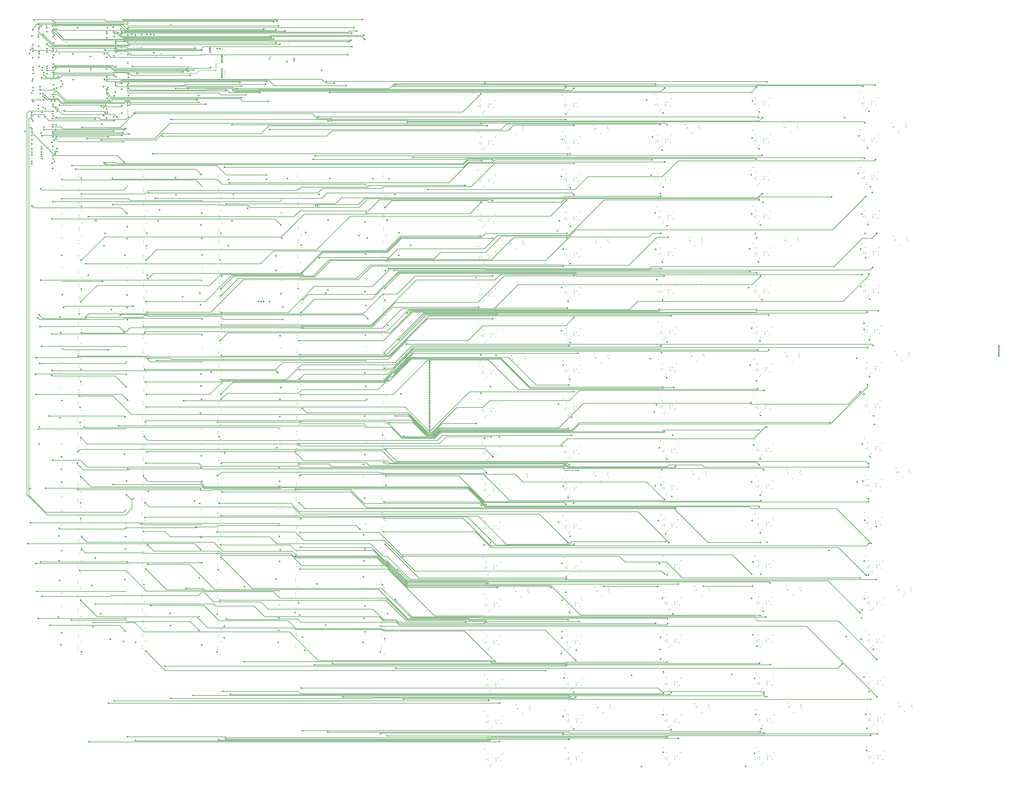
<source format=gbr>
%TF.GenerationSoftware,KiCad,Pcbnew,(6.99.0-3937-g3e53426b6c)*%
%TF.CreationDate,2024-12-16T03:44:04-05:00*%
%TF.ProjectId,AnalogFNN,416e616c-6f67-4464-9e4e-2e6b69636164,rev?*%
%TF.SameCoordinates,Original*%
%TF.FileFunction,Copper,L6,Inr*%
%TF.FilePolarity,Positive*%
%FSLAX46Y46*%
G04 Gerber Fmt 4.6, Leading zero omitted, Abs format (unit mm)*
G04 Created by KiCad (PCBNEW (6.99.0-3937-g3e53426b6c)) date 2024-12-16 03:44:04*
%MOMM*%
%LPD*%
G01*
G04 APERTURE LIST*
%TA.AperFunction,ComponentPad*%
%ADD10R,0.850000X0.850000*%
%TD*%
%TA.AperFunction,ComponentPad*%
%ADD11O,0.850000X0.850000*%
%TD*%
%TA.AperFunction,ViaPad*%
%ADD12C,0.400000*%
%TD*%
%TA.AperFunction,ViaPad*%
%ADD13C,0.800000*%
%TD*%
%TA.AperFunction,ViaPad*%
%ADD14C,0.600000*%
%TD*%
%TA.AperFunction,Conductor*%
%ADD15C,0.250000*%
%TD*%
%TA.AperFunction,Conductor*%
%ADD16C,0.150000*%
%TD*%
%TA.AperFunction,Conductor*%
%ADD17C,0.200000*%
%TD*%
G04 APERTURE END LIST*
D10*
%TO.N,GND*%
%TO.C,SW1*%
X126899999Y-27699999D03*
D11*
%TO.N,Net-(SW1-B)*%
X126899999Y-28699999D03*
%TO.N,+3V3*%
X126899999Y-29699999D03*
%TD*%
D10*
%TO.N,-5V*%
%TO.C,J2*%
X132999999Y-42499999D03*
D11*
%TO.N,GND*%
X132999999Y-41499999D03*
%TO.N,+5V*%
X132999999Y-40499999D03*
%TO.N,GND*%
X132999999Y-39499999D03*
%TO.N,+3V3*%
X132999999Y-38499999D03*
%TD*%
D10*
%TO.N,GND*%
%TO.C,J1*%
X133031399Y-31767999D03*
D11*
%TO.N,/SWCLK*%
X133031399Y-32767999D03*
%TO.N,/SWDIO*%
X133031399Y-33767999D03*
%TO.N,+3V3*%
X133031399Y-34767999D03*
%TD*%
D10*
%TO.N,/L5_OUT1*%
%TO.C,J4*%
X532199999Y-180899999D03*
D11*
%TO.N,/L5_OUT2*%
X532199999Y-181899999D03*
%TO.N,/L5_OUT3*%
X532199999Y-182899999D03*
%TO.N,/L5_OUT4*%
X532199999Y-183899999D03*
%TO.N,/L5_OUT5*%
X532199999Y-184899999D03*
%TO.N,/L5_OUT6*%
X532199999Y-185899999D03*
%TD*%
D10*
%TO.N,/L1_IN1*%
%TO.C,J3*%
X239699999Y-188699999D03*
D11*
%TO.N,/L1_IN2*%
X239699999Y-189699999D03*
%TO.N,/L1_IN3*%
X239699999Y-190699999D03*
%TO.N,/L1_IN4*%
X239699999Y-191699999D03*
%TO.N,/L1_IN5*%
X239699999Y-192699999D03*
%TO.N,/L1_IN6*%
X239699999Y-193699999D03*
%TO.N,/L1_IN7*%
X239699999Y-194699999D03*
%TO.N,/L1_IN8*%
X239699999Y-195699999D03*
%TO.N,/L1_IN9*%
X239699999Y-196699999D03*
%TO.N,/L1_IN10*%
X239699999Y-197699999D03*
%TO.N,/L1_IN11*%
X239699999Y-198699999D03*
%TO.N,/L1_IN12*%
X239699999Y-199699999D03*
%TO.N,/L1_IN13*%
X239699999Y-200699999D03*
%TO.N,/L1_IN14*%
X239699999Y-201699999D03*
%TO.N,/L1_IN15*%
X239699999Y-202699999D03*
%TO.N,/L1_IN16*%
X239699999Y-203699999D03*
%TO.N,/L1_IN17*%
X239699999Y-204699999D03*
%TO.N,/L1_IN18*%
X239699999Y-205699999D03*
%TO.N,/L1_IN19*%
X239699999Y-206699999D03*
%TO.N,/L1_IN20*%
X239699999Y-207699999D03*
%TO.N,/L1_IN21*%
X239699999Y-208699999D03*
%TO.N,/L1_IN22*%
X239699999Y-209699999D03*
%TO.N,/L1_IN23*%
X239699999Y-210699999D03*
%TO.N,/L1_IN24*%
X239699999Y-211699999D03*
%TO.N,/L1_IN25*%
X239699999Y-212699999D03*
%TO.N,/L1_IN26*%
X239699999Y-213699999D03*
%TO.N,/L1_IN27*%
X239699999Y-214699999D03*
%TO.N,/L1_IN28*%
X239699999Y-215699999D03*
%TO.N,/L1_IN29*%
X239699999Y-216699999D03*
%TO.N,/L1_IN30*%
X239699999Y-217699999D03*
%TO.N,/L1_IN31*%
X239699999Y-218699999D03*
%TO.N,/L1_IN32*%
X239699999Y-219699999D03*
%TO.N,/L1_IN33*%
X239699999Y-220699999D03*
%TO.N,/L1_IN34*%
X239699999Y-221699999D03*
%TO.N,/L1_IN35*%
X239699999Y-222699999D03*
%TO.N,/L1_IN36*%
X239699999Y-223699999D03*
%TD*%
D12*
%TO.N,Net-(U3B-+)*%
X280578000Y-67636000D03*
X281094000Y-69686300D03*
%TO.N,Net-(C2-Pad2)*%
X283955000Y-72131800D03*
X287359000Y-69058400D03*
%TO.N,Net-(U7B-+)*%
X280678000Y-126336000D03*
X281194000Y-128386000D03*
%TO.N,Net-(C5-Pad2)*%
X287459000Y-127758000D03*
X284055000Y-130832000D03*
%TO.N,Net-(U11B-+)*%
X282237000Y-187723000D03*
X281722000Y-185672000D03*
%TO.N,Net-(C8-Pad2)*%
X285099000Y-190168000D03*
X288502000Y-187095000D03*
%TO.N,Net-(U15B-+)*%
X283429000Y-248111000D03*
X282913000Y-246061000D03*
%TO.N,Net-(C11-Pad2)*%
X286290000Y-250557000D03*
X289694000Y-247483000D03*
%TO.N,Net-(U19B-+)*%
X283794000Y-307086000D03*
X283278000Y-305036000D03*
%TO.N,Net-(C14-Pad2)*%
X286655000Y-309532000D03*
X290059000Y-306458000D03*
%TO.N,Net-(U23B-+)*%
X284164000Y-365225000D03*
X284679000Y-367275000D03*
%TO.N,Net-(C17-Pad2)*%
X290944000Y-366647000D03*
X287541000Y-369721000D03*
%TO.N,Net-(U27B-+)*%
X324178000Y-67236000D03*
X324694000Y-69286300D03*
%TO.N,Net-(C20-Pad2)*%
X327555000Y-71731800D03*
X330959000Y-68658400D03*
%TO.N,Net-(U31B-+)*%
X324944000Y-127350000D03*
X324429000Y-125300000D03*
%TO.N,Net-(C23-Pad2)*%
X331209000Y-126722000D03*
X327806000Y-129796000D03*
%TO.N,Net-(U36B-+)*%
X324429000Y-184900000D03*
X324944000Y-186950000D03*
%TO.N,Net-(C26-Pad2)*%
X331209000Y-186322000D03*
X327806000Y-189396000D03*
%TO.N,Net-(U40B-+)*%
X324909000Y-247575000D03*
X324394000Y-245525000D03*
%TO.N,Net-(C29-Pad2)*%
X331174000Y-246947000D03*
X327771000Y-250021000D03*
%TO.N,Net-(U44B-+)*%
X325394000Y-306986000D03*
X324878000Y-304936000D03*
%TO.N,Net-(C32-Pad2)*%
X331659000Y-306358000D03*
X328255000Y-309432000D03*
%TO.N,Net-(U48B-+)*%
X325480000Y-364664000D03*
X325995000Y-366714000D03*
%TO.N,Net-(C35-Pad2)*%
X332260000Y-366086000D03*
X328856000Y-369159000D03*
%TO.N,Net-(U51B-+)*%
X371844000Y-68850100D03*
X371329000Y-66799800D03*
%TO.N,Net-(C38-Pad2)*%
X378109000Y-68222200D03*
X374706000Y-71295600D03*
%TO.N,Net-(U55B-+)*%
X372743000Y-124763000D03*
X373259000Y-126813000D03*
%TO.N,Net-(C41-Pad2)*%
X379524000Y-126185000D03*
X376120000Y-129258000D03*
%TO.N,Net-(U59B-+)*%
X374181000Y-186152000D03*
X373666000Y-184102000D03*
%TO.N,Net-(C44-Pad2)*%
X380446000Y-185524000D03*
X377043000Y-188598000D03*
%TO.N,Net-(U63B-+)*%
X374629000Y-244900000D03*
X375144000Y-246950000D03*
%TO.N,Net-(C47-Pad2)*%
X381409000Y-246322000D03*
X378006000Y-249396000D03*
%TO.N,Net-(U67B-+)*%
X376594000Y-306286000D03*
X376078000Y-304236000D03*
%TO.N,Net-(C50-Pad2)*%
X379455000Y-308732000D03*
X382859000Y-305658000D03*
%TO.N,Net-(U71B-+)*%
X376579000Y-366619000D03*
X376064000Y-364569000D03*
%TO.N,Net-(C53-Pad2)*%
X382844000Y-365991000D03*
X379441000Y-369064000D03*
%TO.N,Net-(U75B-+)*%
X422299000Y-68504500D03*
X421783000Y-66454200D03*
%TO.N,Net-(C56-Pad2)*%
X425160000Y-70950000D03*
X428564000Y-67876600D03*
%TO.N,Net-(U79B-+)*%
X421929000Y-124600000D03*
X422444000Y-126650000D03*
%TO.N,Net-(C59-Pad2)*%
X425306000Y-129096000D03*
X428709000Y-126022000D03*
%TO.N,Net-(U83B-+)*%
X422583000Y-184254000D03*
X423099000Y-186305000D03*
%TO.N,Net-(C62-Pad2)*%
X429364000Y-185677000D03*
X425960000Y-188750000D03*
%TO.N,Net-(U87B-+)*%
X423189000Y-244400000D03*
X423704000Y-246450000D03*
%TO.N,Net-(C65-Pad2)*%
X426566000Y-248896000D03*
X429969000Y-245822000D03*
%TO.N,Net-(U91B-+)*%
X423164000Y-304125000D03*
X423679000Y-306175000D03*
%TO.N,Net-(C68-Pad2)*%
X426541000Y-308621000D03*
X429944000Y-305547000D03*
%TO.N,Net-(U95B-+)*%
X424144000Y-366450000D03*
X423629000Y-364400000D03*
%TO.N,Net-(C71-Pad2)*%
X430409000Y-365822000D03*
X427006000Y-368896000D03*
%TO.N,Net-(U99B-+)*%
X477894000Y-68286300D03*
X477378000Y-66236000D03*
%TO.N,Net-(C74-Pad2)*%
X484159000Y-67658400D03*
X480755000Y-70731800D03*
%TO.N,Net-(U103B-+)*%
X478078000Y-124436000D03*
X478594000Y-126486000D03*
%TO.N,Net-(C77-Pad2)*%
X481455000Y-128932000D03*
X484859000Y-125858000D03*
%TO.N,Net-(U107B-+)*%
X479499000Y-185604000D03*
X478983000Y-183553000D03*
%TO.N,Net-(C80-Pad2)*%
X482360000Y-188049000D03*
X485764000Y-184976000D03*
%TO.N,Net-(U111B-+)*%
X480886000Y-245638000D03*
X479881000Y-245752000D03*
X479366000Y-243702000D03*
%TO.N,Net-(C83-Pad2)*%
X486146000Y-245124000D03*
X482743000Y-248198000D03*
%TO.N,Net-(U115B-+)*%
X480495000Y-306314000D03*
X479980000Y-304264000D03*
%TO.N,Net-(U115C--)*%
X483700000Y-307200000D03*
%TO.N,Net-(C86-Pad2)*%
X486760000Y-305686000D03*
X483356000Y-308759000D03*
%TO.N,Net-(U119B-+)*%
X480513000Y-364149000D03*
X481029000Y-366199000D03*
%TO.N,Net-(C89-Pad2)*%
X487294000Y-365571000D03*
X483890000Y-368645000D03*
%TO.N,GND*%
X310573000Y-332476000D03*
X468693000Y-212209000D03*
X315189000Y-393319000D03*
X172150000Y-108250000D03*
X131200000Y-184150000D03*
X356514000Y-109163000D03*
X463073000Y-93776400D03*
X331700000Y-247800000D03*
X361628000Y-293515000D03*
X130730000Y-294350000D03*
X308309000Y-268186000D03*
X266128000Y-56915200D03*
X272479000Y-236455000D03*
X461299000Y-69572400D03*
X308165000Y-229925000D03*
X171230000Y-322750000D03*
X407333000Y-55733400D03*
X92200000Y-225880000D03*
X215750000Y-101050000D03*
X464678000Y-211094000D03*
X487000000Y-304800000D03*
X378300000Y-67400000D03*
X266373000Y-153876000D03*
X363381000Y-193433000D03*
X215650000Y-210450000D03*
X408739000Y-233679000D03*
X405699000Y-89115600D03*
X272993000Y-314367000D03*
X362458000Y-134093000D03*
X92600000Y-245980000D03*
X407549000Y-367736000D03*
X215950000Y-155750000D03*
X464434000Y-367485000D03*
X413194000Y-354794000D03*
X268084000Y-368561000D03*
X309251000Y-349064000D03*
X131025000Y-330145000D03*
X59025000Y-218845000D03*
X130630000Y-260150000D03*
X131130000Y-252550000D03*
X407400000Y-348800000D03*
D13*
X46600000Y-31200000D03*
D12*
X91940000Y-301940000D03*
D13*
X35700000Y-43500000D03*
D12*
X484400000Y-66800000D03*
X264449000Y-110736000D03*
X407109000Y-247736000D03*
X59525000Y-198027000D03*
X412904000Y-253730000D03*
X308349000Y-128636000D03*
X487500000Y-364700000D03*
X361778000Y-312451000D03*
X470223000Y-392804000D03*
X215325000Y-294245000D03*
X309395000Y-387325000D03*
X463895000Y-326925000D03*
X412879000Y-313455000D03*
X59225000Y-233745000D03*
X130000000Y-34100000D03*
X467788000Y-153092000D03*
X288000000Y-128600000D03*
D13*
X65600000Y-38200000D03*
D12*
X290300000Y-305600000D03*
D13*
X73800000Y-22300000D03*
D12*
X59325000Y-191827000D03*
X355244000Y-89461200D03*
X134700000Y-31700000D03*
X59323200Y-323510000D03*
X59525000Y-108545000D03*
X215290000Y-329850000D03*
X131610000Y-114850000D03*
X412874000Y-332780000D03*
X92925000Y-156345000D03*
X172350000Y-121050000D03*
X92340000Y-329640000D03*
X266829000Y-268722000D03*
X314139000Y-153955000D03*
X407079000Y-326786000D03*
X126600000Y-42100000D03*
X408883000Y-271940000D03*
X331900000Y-305500000D03*
X92300000Y-252480000D03*
X92200000Y-218280000D03*
X383400000Y-306500000D03*
X215525000Y-252145000D03*
X430200000Y-245000000D03*
X266228000Y-115615000D03*
X428900000Y-125200000D03*
X355249000Y-70136200D03*
X216150000Y-114550000D03*
D13*
X35600000Y-54100000D03*
D12*
X59125000Y-253045000D03*
X429600000Y-184800000D03*
X266273000Y-95176400D03*
X59225000Y-211127000D03*
X463773000Y-151976000D03*
X92400000Y-233180000D03*
X408888000Y-252615000D03*
X357586000Y-187438000D03*
X406504000Y-187591000D03*
X359999000Y-307572000D03*
X171150000Y-267450000D03*
X363231000Y-174496000D03*
X381000000Y-186400000D03*
D13*
X73800000Y-32400000D03*
D12*
X268463000Y-235340000D03*
X309400000Y-368000000D03*
X215225000Y-260045000D03*
X331500000Y-69500000D03*
X171550000Y-280950000D03*
X131210000Y-93750000D03*
X411644000Y-133930000D03*
D13*
X84700000Y-31000000D03*
D12*
X270244000Y-116730000D03*
X411639000Y-153255000D03*
X462904000Y-186890000D03*
X309878000Y-75451400D03*
X59323200Y-330110000D03*
X361763000Y-372784000D03*
D13*
X73700000Y-63500000D03*
D12*
X265493000Y-170072000D03*
X411498000Y-75784700D03*
X267194000Y-327697000D03*
X92226800Y-274780000D03*
X314588000Y-333592000D03*
X171150000Y-259850000D03*
X310123000Y-152840000D03*
X314139000Y-213555000D03*
X405849000Y-127936000D03*
X363376000Y-212758000D03*
X269858000Y-392765000D03*
X172125000Y-149945000D03*
X59000000Y-260640000D03*
X430200000Y-304700000D03*
X463281000Y-266363000D03*
X486400000Y-244300000D03*
X92725000Y-150145000D03*
X467644000Y-114830000D03*
X408858000Y-331665000D03*
X214990000Y-336350000D03*
X92340000Y-323040000D03*
X171030000Y-316550000D03*
X59525000Y-204627000D03*
X412899000Y-273055000D03*
X92820000Y-204250000D03*
X171730000Y-210850000D03*
X310128000Y-133515000D03*
X461294000Y-88897400D03*
X131030000Y-225950000D03*
X360894000Y-57194100D03*
X463286000Y-247038000D03*
X465529000Y-293543000D03*
X131625000Y-156245000D03*
X215625000Y-287745000D03*
X310428000Y-294215000D03*
X170930000Y-335850000D03*
X92525000Y-142845000D03*
X469076000Y-272358000D03*
X59725000Y-114745000D03*
X308314000Y-248861000D03*
X408278000Y-211795000D03*
X487800000Y-366400000D03*
X267049000Y-289436000D03*
X131410000Y-108650000D03*
X134600000Y-39500000D03*
X272628000Y-255392000D03*
X467093000Y-75566500D03*
X59325000Y-93645000D03*
X215625000Y-232845000D03*
X59425000Y-127845000D03*
X172350000Y-114450000D03*
X464429000Y-386810000D03*
X365793000Y-313567000D03*
X171630000Y-239450000D03*
X313744000Y-57630300D03*
X215550000Y-142250000D03*
X289100000Y-187900000D03*
X171925000Y-142645000D03*
X313994000Y-175294000D03*
X359365000Y-192317000D03*
X408283000Y-192470000D03*
X215750000Y-191150000D03*
X380700000Y-184700000D03*
X92140000Y-316840000D03*
X413339000Y-393055000D03*
X214890000Y-309750000D03*
X215950000Y-162350000D03*
X362453000Y-153418000D03*
X365629000Y-354963000D03*
X172030000Y-197750000D03*
X405844000Y-147261000D03*
X314109000Y-254855000D03*
X272988000Y-333692000D03*
X428800000Y-67000000D03*
X215825000Y-245645000D03*
X361614000Y-353848000D03*
X92925000Y-162945000D03*
D13*
X35300000Y-85900000D03*
D12*
X308200000Y-109700000D03*
D13*
X74100000Y-53400000D03*
D12*
X91940000Y-309540000D03*
D13*
X85000000Y-52000000D03*
D12*
X92126800Y-294080000D03*
X264349000Y-52036200D03*
X130830000Y-275050000D03*
X331400000Y-246100000D03*
X170830000Y-301650000D03*
X215550000Y-183850000D03*
X59650000Y-163050000D03*
X288800000Y-186200000D03*
X430900000Y-366700000D03*
X128600000Y-27700000D03*
X309979000Y-114579000D03*
X92825000Y-108645000D03*
X383100000Y-304800000D03*
X461994000Y-147097000D03*
X380100000Y-127000000D03*
X131430000Y-246050000D03*
X381600000Y-245500000D03*
X131030000Y-218350000D03*
X268973000Y-332576000D03*
X215950000Y-197350000D03*
X172325000Y-156145000D03*
X131030000Y-287850000D03*
X407478000Y-93994600D03*
X412729000Y-294519000D03*
X486300000Y-185800000D03*
X361773000Y-331776000D03*
X93025000Y-114845000D03*
X215750000Y-93450000D03*
X92625000Y-93745000D03*
X59400000Y-288340000D03*
X378600000Y-69100000D03*
X131210000Y-101350000D03*
X407479000Y-113879000D03*
X215290000Y-323250000D03*
X379800000Y-125300000D03*
X412149000Y-174649000D03*
X408133000Y-173533000D03*
X92426800Y-287580000D03*
X268613000Y-254276000D03*
D13*
X46200000Y-84500000D03*
D12*
X406499000Y-206916000D03*
X270393000Y-135667000D03*
X462754000Y-167953000D03*
X171230000Y-225950000D03*
X265638000Y-208334000D03*
X407084000Y-307461000D03*
X468931000Y-234096000D03*
X361758000Y-392109000D03*
X59400000Y-281740000D03*
X130725000Y-336645000D03*
X215950000Y-108350000D03*
X287892000Y-69922000D03*
X430600000Y-365000000D03*
X130630000Y-267750000D03*
X465060000Y-271242000D03*
X171330000Y-252550000D03*
D13*
X35400000Y-74600000D03*
D12*
X268978000Y-313251000D03*
X267199000Y-308372000D03*
X310123000Y-212440000D03*
X215625000Y-281145000D03*
X463778000Y-132651000D03*
X131325000Y-169345000D03*
X266684000Y-230461000D03*
D13*
X46300000Y-73200000D03*
D12*
X465679000Y-312479000D03*
X92620000Y-191450000D03*
X131310000Y-127950000D03*
X311029000Y-353943000D03*
X359984000Y-367905000D03*
X357028000Y-75015200D03*
X130825000Y-317345000D03*
D13*
X309700000Y-307300000D03*
D12*
X171630000Y-176650000D03*
X359216000Y-173381000D03*
X171830000Y-191550000D03*
X215650000Y-168850000D03*
X365779000Y-373899000D03*
X365644000Y-294630000D03*
X360328000Y-253115000D03*
X131225000Y-142745000D03*
X215950000Y-203950000D03*
X215750000Y-149550000D03*
D13*
X54700000Y-39600000D03*
D12*
X411349000Y-56848500D03*
X215550000Y-134650000D03*
X59023200Y-336610000D03*
X362309000Y-115157000D03*
X92600000Y-239380000D03*
X268608000Y-273601000D03*
X331400000Y-125900000D03*
X131200000Y-176550000D03*
X272623000Y-274717000D03*
X171950000Y-93350000D03*
X469545000Y-294658000D03*
X59123200Y-317310000D03*
X356879000Y-56079000D03*
X484700000Y-68500000D03*
X464533000Y-172832000D03*
X358443000Y-132978000D03*
X215425000Y-225545000D03*
X468549000Y-173948000D03*
X130625000Y-302445000D03*
X465674000Y-331804000D03*
X287587000Y-68194800D03*
X470228000Y-373479000D03*
X407623000Y-152140000D03*
X364194000Y-235294000D03*
X309944000Y-234804000D03*
X215550000Y-176250000D03*
X92820000Y-197650000D03*
X131230000Y-233250000D03*
X466213000Y-372364000D03*
X131430000Y-239450000D03*
X360179000Y-234179000D03*
X358400000Y-229300000D03*
X360323000Y-272440000D03*
X331700000Y-127600000D03*
X313959000Y-235919000D03*
X463137000Y-228102000D03*
X308649000Y-289336000D03*
X463078000Y-74451400D03*
X412298000Y-193585000D03*
X58923200Y-310010000D03*
X271437000Y-195003000D03*
X273729000Y-355619000D03*
X309979000Y-174179000D03*
X464916000Y-232981000D03*
X291500000Y-367500000D03*
D13*
X35400000Y-64100000D03*
D12*
X59125000Y-176927000D03*
X407628000Y-132815000D03*
X290200000Y-248300000D03*
X381900000Y-247200000D03*
X265643000Y-189009000D03*
X466944000Y-56630300D03*
X469081000Y-253033000D03*
D13*
X84800000Y-41000000D03*
D12*
X269863000Y-373440000D03*
X315045000Y-355058000D03*
X264599000Y-129672000D03*
X310128000Y-193115000D03*
X267421000Y-193888000D03*
X92420000Y-184150000D03*
X358293000Y-114042000D03*
X464284000Y-348549000D03*
X92026800Y-259880000D03*
X462928000Y-55515200D03*
X271432000Y-214328000D03*
X93025000Y-121445000D03*
X170830000Y-309250000D03*
X267416000Y-213213000D03*
X461149000Y-50636200D03*
X332200000Y-307200000D03*
X59325000Y-101245000D03*
X470079000Y-354543000D03*
X308344000Y-147961000D03*
D13*
X307855700Y-327600000D03*
D12*
X171350000Y-274750000D03*
X313888000Y-95891500D03*
X267935000Y-349625000D03*
X361044000Y-76130300D03*
X172025000Y-169245000D03*
X171230000Y-329350000D03*
X408863000Y-312340000D03*
X331200000Y-67800000D03*
X364344000Y-254230000D03*
X273879000Y-374555000D03*
X59725000Y-121345000D03*
X408714000Y-293404000D03*
X59100000Y-294840000D03*
X92026800Y-267480000D03*
X413344000Y-373730000D03*
X311174000Y-392204000D03*
X466208000Y-391689000D03*
X405554000Y-50854400D03*
X409179000Y-353679000D03*
X359994000Y-326897000D03*
X314144000Y-134630000D03*
X270388000Y-154992000D03*
X59350000Y-169550000D03*
X379384000Y-147589000D03*
X59250000Y-142950000D03*
X59425000Y-246545000D03*
X429900000Y-186500000D03*
X331800000Y-187200000D03*
X314593000Y-314267000D03*
X429100000Y-68700000D03*
X92625000Y-101345000D03*
X308200000Y-169300000D03*
X215090000Y-317050000D03*
X314104000Y-274180000D03*
X289900000Y-246600000D03*
X171630000Y-184250000D03*
X308094000Y-89897400D03*
X462899000Y-206215000D03*
X59025000Y-226445000D03*
X268079000Y-387886000D03*
X131025000Y-323545000D03*
X59125000Y-184527000D03*
X59450000Y-150250000D03*
X268828000Y-294315000D03*
X131600000Y-204250000D03*
X271288000Y-176067000D03*
X364339000Y-273555000D03*
X171250000Y-294050000D03*
X406935000Y-288525000D03*
X291200000Y-365800000D03*
D13*
X46500000Y-52700000D03*
D12*
X215225000Y-267645000D03*
X92420000Y-176550000D03*
X131425000Y-150045000D03*
X359360000Y-211642000D03*
X379389000Y-128264000D03*
X270293000Y-76966500D03*
X264494000Y-90297400D03*
X467793000Y-133767000D03*
X131400000Y-191450000D03*
X485400000Y-126700000D03*
X215425000Y-274945000D03*
X466063000Y-353428000D03*
X409328000Y-372615000D03*
X358438000Y-152303000D03*
X356664000Y-128099000D03*
X355100000Y-51200000D03*
X269714000Y-354504000D03*
X411494000Y-114994000D03*
X266834000Y-249397000D03*
X266278000Y-75851400D03*
X92525000Y-135245000D03*
X365774000Y-393224000D03*
X487300000Y-306500000D03*
X461849000Y-108836000D03*
X131225000Y-135145000D03*
X407104000Y-267061000D03*
X215825000Y-239045000D03*
X310578000Y-313151000D03*
X412293000Y-212910000D03*
X383100000Y-365100000D03*
X59650000Y-156450000D03*
X313994000Y-115694000D03*
X309728000Y-56515200D03*
X290600000Y-307300000D03*
X216150000Y-121150000D03*
X307949000Y-51636200D03*
X405700000Y-109000000D03*
X430500000Y-306400000D03*
X273874000Y-393880000D03*
X469689000Y-332919000D03*
X131625000Y-162845000D03*
X172325000Y-162745000D03*
X131600000Y-197650000D03*
X313893000Y-76566500D03*
X331500000Y-185500000D03*
X429200000Y-126900000D03*
D13*
X35400000Y-21400000D03*
D12*
X356659000Y-147424000D03*
D13*
X84700000Y-20900000D03*
D12*
X358549000Y-248236000D03*
X272844000Y-295430000D03*
X311179000Y-372879000D03*
X468698000Y-192884000D03*
X310088000Y-273065000D03*
X407544000Y-387061000D03*
X463900000Y-307600000D03*
X310093000Y-253740000D03*
X409323000Y-391940000D03*
X287700000Y-126900000D03*
X464683000Y-191769000D03*
D13*
X46600000Y-42100000D03*
D12*
X467088000Y-94891500D03*
X171925000Y-135045000D03*
X58923200Y-302410000D03*
X130625000Y-310045000D03*
X172030000Y-204350000D03*
X215425000Y-217945000D03*
X171950000Y-100950000D03*
X131610000Y-121450000D03*
X463751000Y-288664000D03*
X59425000Y-239945000D03*
X264594000Y-148997000D03*
X267272000Y-174951000D03*
X214890000Y-302150000D03*
X411493000Y-95109700D03*
X314444000Y-295330000D03*
X469694000Y-313594000D03*
X314144000Y-194230000D03*
X359979000Y-387230000D03*
X407483000Y-74669600D03*
X332800000Y-366900000D03*
X357437000Y-168502000D03*
X270144000Y-58030300D03*
D13*
X46300000Y-62700000D03*
D12*
X357023000Y-94340200D03*
X134600000Y-41500000D03*
X359849000Y-288636000D03*
X309873000Y-94776400D03*
X92625000Y-169445000D03*
X59250000Y-135350000D03*
X406354000Y-168654000D03*
X171550000Y-287550000D03*
X266378000Y-134551000D03*
X84600000Y-62100000D03*
X486000000Y-184100000D03*
X463628000Y-113715000D03*
X122100000Y-30700000D03*
X92426800Y-280980000D03*
X405704000Y-69790600D03*
X75200000Y-42900000D03*
X357581000Y-206763000D03*
X486700000Y-246000000D03*
X308349000Y-188236000D03*
X358544000Y-267561000D03*
X361039000Y-95455300D03*
X308344000Y-207561000D03*
X131300000Y-210750000D03*
X430500000Y-246700000D03*
X270288000Y-96291500D03*
X171630000Y-246050000D03*
X485100000Y-125000000D03*
X365788000Y-332892000D03*
X308099000Y-70572400D03*
X131030000Y-281250000D03*
X461999000Y-127772000D03*
X359835000Y-348969000D03*
X465065000Y-251917000D03*
X59000000Y-268240000D03*
X264499000Y-70972400D03*
X59200000Y-275540000D03*
X92725000Y-127945000D03*
X332500000Y-365200000D03*
X92520000Y-210750000D03*
X172050000Y-127550000D03*
X171430000Y-233250000D03*
X412754000Y-234794000D03*
D13*
X46300000Y-20000000D03*
D12*
X383400000Y-366800000D03*
X215850000Y-127650000D03*
X117500000Y-37400000D03*
D13*
X35700000Y-32600000D03*
D12*
X406960000Y-228800000D03*
X315194000Y-373994000D03*
X92040000Y-336140000D03*
X171230000Y-218350000D03*
D13*
%TO.N,/Neuron6_1/IN1*%
X306441100Y-116352700D03*
X307831500Y-232188300D03*
X308885400Y-351356200D03*
X307549500Y-172915900D03*
X307752100Y-292436000D03*
%TO.N,/Neuron6_1/IN2*%
X309073900Y-242511000D03*
X312042600Y-178940500D03*
X309998400Y-299092000D03*
X312173400Y-119246500D03*
X309766500Y-61392000D03*
X313985000Y-358642500D03*
%TO.N,/Neuron6_1/IN3*%
X307828400Y-311372000D03*
X308400000Y-371100000D03*
X308005100Y-74491400D03*
X308440200Y-252799300D03*
X308429400Y-130894500D03*
X308429000Y-190529700D03*
%TO.N,/Neuron6_1/IN4*%
X311900000Y-82000000D03*
X311749000Y-197779600D03*
X311600300Y-317887900D03*
X310906000Y-258617000D03*
X313828400Y-377539900D03*
X311991700Y-138407600D03*
X305300000Y-121500000D03*
%TO.N,/Neuron6_1/IN5*%
X306011800Y-210594000D03*
X307400000Y-338800000D03*
X307794000Y-330697000D03*
X306011800Y-271286000D03*
X307621700Y-150640400D03*
X307497000Y-93546300D03*
%TO.N,/Neuron6_1/IN6*%
X312695800Y-217237400D03*
X311991700Y-278458000D03*
X315100000Y-337100000D03*
X312100000Y-99421900D03*
X310936000Y-157717000D03*
%TO.N,/Neuron6_1/OUT*%
X357839200Y-292430000D03*
X351249000Y-54300000D03*
X357837600Y-233007300D03*
X355605800Y-112263000D03*
X359906900Y-348138900D03*
%TO.N,/Neuron6_10/IN2*%
X361587900Y-238866300D03*
X359717900Y-61008500D03*
X364000200Y-358864300D03*
X361705900Y-298392000D03*
X361809900Y-118932000D03*
X361824200Y-178658000D03*
%TO.N,/Neuron6_10/IN3*%
X359681800Y-370196800D03*
X359349000Y-310137300D03*
X354249000Y-73236200D03*
X358629400Y-252153800D03*
X353270500Y-187222500D03*
X355903000Y-130976500D03*
%TO.N,/Neuron6_10/IN4*%
X363817500Y-377779100D03*
X359200000Y-80000000D03*
X364153500Y-258000000D03*
X364738200Y-318329500D03*
X355750100Y-252602600D03*
X361536200Y-196991500D03*
X359457600Y-137707000D03*
%TO.N,/Neuron6_10/IN5*%
X356930400Y-304292000D03*
X359760800Y-389522500D03*
X358398400Y-330354000D03*
X329187100Y-304292000D03*
X356324500Y-210959000D03*
X357276800Y-270474000D03*
X356560300Y-146601200D03*
X353516200Y-92830000D03*
%TO.N,/Neuron6_10/IN6*%
X355159300Y-214586000D03*
X359722900Y-98993100D03*
X348475200Y-396826100D03*
X358035000Y-336653000D03*
X359435400Y-157060400D03*
X361136000Y-277317000D03*
X343485300Y-349914700D03*
%TO.N,/Neuron6_13/IN1*%
X405240000Y-112821100D03*
X406624200Y-351584200D03*
X405936200Y-291626200D03*
X405277400Y-171589300D03*
X406205200Y-231605200D03*
X405634400Y-54793400D03*
%TO.N,/Neuron6_13/IN2*%
X409935200Y-298157900D03*
X409663400Y-238668000D03*
X409547400Y-178195500D03*
X409184400Y-60391900D03*
X411611100Y-358556000D03*
X409673400Y-118531000D03*
%TO.N,/Neuron6_13/IN3*%
X405245100Y-310394000D03*
X404244300Y-130754000D03*
X404546600Y-190634000D03*
X405498600Y-73736800D03*
X407385600Y-370028800D03*
X405245100Y-250514000D03*
%TO.N,/Neuron6_10/OUT*%
X411073100Y-316991000D03*
X407670100Y-198618000D03*
X409663400Y-257492000D03*
X410141000Y-377492000D03*
X409000000Y-79315100D03*
X408808100Y-137538400D03*
%TO.N,/Neuron6_11/OUT*%
X405047900Y-92756500D03*
X405694100Y-329151100D03*
X380426000Y-304172000D03*
X405451500Y-270395700D03*
X403683500Y-150714000D03*
X404916300Y-209836000D03*
X406779900Y-390046900D03*
X405658800Y-304172000D03*
%TO.N,/Neuron6_12/OUT*%
X410533000Y-156924200D03*
X409757800Y-216459200D03*
X407900000Y-335000000D03*
X409708000Y-276805000D03*
X402125300Y-396657100D03*
X411020500Y-106889900D03*
X394948200Y-349551800D03*
%TO.N,/Neuron6_13/OUT*%
X463084633Y-172193672D03*
X463060800Y-291259200D03*
X461800000Y-113000000D03*
X462140200Y-231202000D03*
X462947900Y-350772900D03*
X462955500Y-169100000D03*
%TO.N,/Neuron6_14/OUT*%
X465754100Y-177570800D03*
X465046500Y-118376700D03*
X465475800Y-358305000D03*
X465165700Y-298420000D03*
X466137200Y-237716500D03*
X465475800Y-60168900D03*
%TO.N,/Neuron6_15/OUT*%
X463119300Y-310571800D03*
X459201000Y-186936900D03*
X463859700Y-370010200D03*
X461186000Y-130872000D03*
X462373900Y-250138000D03*
X460537000Y-72780300D03*
%TO.N,/Neuron6_16/OUT*%
X462007400Y-316382000D03*
X459495900Y-250514000D03*
X464449500Y-377229000D03*
X465716700Y-196514100D03*
X464860400Y-79122000D03*
X463798200Y-135292400D03*
%TO.N,/Neuron6_17/OUT*%
X461168000Y-150197000D03*
X460007100Y-91997400D03*
X462990400Y-205378500D03*
X444900400Y-285799600D03*
X453845000Y-330025000D03*
X463361400Y-270277400D03*
X461493600Y-331400000D03*
X464400000Y-388600000D03*
%TO.N,/Neuron6_18/OUT*%
X466279100Y-98907200D03*
X467843400Y-216582000D03*
X467800000Y-336600000D03*
X465876300Y-156628100D03*
X469300000Y-273400000D03*
D12*
%TO.N,-5V*%
X470076000Y-353834000D03*
X412752000Y-234085000D03*
X271435000Y-194294000D03*
X272841000Y-294722000D03*
X315043000Y-354349000D03*
X412727000Y-293810000D03*
X271430000Y-213619000D03*
X360892000Y-56485400D03*
X314141000Y-193522000D03*
X364341000Y-253522000D03*
X314106000Y-254147000D03*
X313886000Y-95182800D03*
X413336000Y-392347000D03*
X413341000Y-373022000D03*
X411491000Y-94401000D03*
X468546000Y-173239000D03*
X272476000Y-235747000D03*
X466941000Y-55921600D03*
X315192000Y-373285000D03*
X363229000Y-173788000D03*
X270386000Y-154283000D03*
X469687000Y-332210000D03*
X467786000Y-152383000D03*
X273727000Y-354910000D03*
X470226000Y-372771000D03*
X134600000Y-42500000D03*
X412871000Y-332072000D03*
X362451000Y-152709000D03*
X273871000Y-393172000D03*
X363378000Y-192724000D03*
X365791000Y-312858000D03*
X365641000Y-293922000D03*
X314591000Y-313558000D03*
X411641000Y-133222000D03*
X314141000Y-133922000D03*
X412296000Y-192876000D03*
X412901000Y-253022000D03*
X469543000Y-293949000D03*
X361036000Y-94746600D03*
X468929000Y-233388000D03*
X314136000Y-153247000D03*
X412876000Y-312747000D03*
X313741000Y-56921600D03*
X413192000Y-354085000D03*
X314101000Y-273472000D03*
X313957000Y-235210000D03*
X467791000Y-133058000D03*
X270291000Y-76257800D03*
X362306000Y-114448000D03*
X271285000Y-175358000D03*
X365627000Y-354254000D03*
X314441000Y-294622000D03*
X469073000Y-271649000D03*
X313992000Y-174585000D03*
X270241000Y-116022000D03*
X470221000Y-392096000D03*
X469078000Y-252324000D03*
X314586000Y-332883000D03*
X270286000Y-95582800D03*
X313992000Y-114985000D03*
X272626000Y-254683000D03*
X469692000Y-312885000D03*
X467641000Y-114122000D03*
X364336000Y-272847000D03*
X272986000Y-332983000D03*
X412146000Y-173940000D03*
X361041000Y-75421600D03*
X365786000Y-332183000D03*
X362456000Y-133384000D03*
X364192000Y-234585000D03*
X273876000Y-373847000D03*
X467091000Y-74857800D03*
X411346000Y-56139800D03*
X467086000Y-94182800D03*
X412896000Y-272347000D03*
X411636000Y-152547000D03*
X468691000Y-211500000D03*
X314136000Y-212847000D03*
X315187000Y-392610000D03*
X412291000Y-212201000D03*
X272991000Y-313658000D03*
X272621000Y-274008000D03*
X270141000Y-57321600D03*
X411496000Y-75076000D03*
X270391000Y-134958000D03*
X313891000Y-75857800D03*
X365771000Y-392516000D03*
X363373000Y-212049000D03*
X411492000Y-114285000D03*
X468696000Y-192175000D03*
X365776000Y-373190000D03*
%TO.N,+5V*%
X60400000Y-270940000D03*
X374604000Y-185728000D03*
X92200000Y-224680000D03*
X171950000Y-99750000D03*
X132900000Y-242100000D03*
X93800000Y-290100000D03*
X61100000Y-159100000D03*
X61125000Y-117445000D03*
X93440000Y-338740000D03*
X93800000Y-332200000D03*
X59100000Y-293540000D03*
X359358000Y-272923000D03*
X132500000Y-283900000D03*
X94500000Y-117500000D03*
X407312000Y-212277000D03*
X93340000Y-304640000D03*
X216900000Y-277400000D03*
X60525000Y-187227000D03*
X171330000Y-251250000D03*
X406663000Y-133298000D03*
X481452000Y-365774000D03*
X359214000Y-234662000D03*
X60800000Y-194300000D03*
X217050000Y-171450000D03*
X92625000Y-92545000D03*
X131030000Y-286650000D03*
X310209000Y-392687000D03*
D13*
X46400000Y-46400000D03*
D12*
X215525000Y-250845000D03*
X216700000Y-325900000D03*
X422867000Y-126225000D03*
X462663000Y-114198000D03*
X131625000Y-155045000D03*
X132800000Y-248600000D03*
X132500000Y-326200000D03*
X60700000Y-278000000D03*
X173325000Y-145345000D03*
X132710000Y-130550000D03*
X173800000Y-123700000D03*
X217400000Y-110900000D03*
X215625000Y-286545000D03*
X131030000Y-224750000D03*
X59650000Y-155250000D03*
X59200000Y-274240000D03*
X356058000Y-94822800D03*
X94398100Y-158993000D03*
X284217000Y-306662000D03*
X171730000Y-209550000D03*
X215425000Y-216745000D03*
X60800000Y-326200000D03*
X360807000Y-332259000D03*
X173000000Y-290100000D03*
X92820000Y-196450000D03*
X215550000Y-141050000D03*
X216925000Y-254745000D03*
X215625000Y-231545000D03*
X480304000Y-245328000D03*
X171230000Y-328150000D03*
X215750000Y-189850000D03*
X424567000Y-366025000D03*
X464709000Y-332287000D03*
X171230000Y-224750000D03*
X172900000Y-235700000D03*
X171230000Y-321550000D03*
X58923200Y-308810000D03*
X172550000Y-270150000D03*
X268893000Y-393248000D03*
X173300000Y-194000000D03*
X60825000Y-130445000D03*
X92426800Y-279780000D03*
X59350000Y-168250000D03*
X216950000Y-178950000D03*
X61000000Y-200700000D03*
X360812000Y-312934000D03*
X171150000Y-258650000D03*
X173000000Y-283600000D03*
X479017000Y-126062000D03*
X130625000Y-301245000D03*
X59123200Y-316010000D03*
X170930000Y-334550000D03*
X58923200Y-301210000D03*
X377017000Y-305862000D03*
X59323200Y-328910000D03*
X407898000Y-312823000D03*
X132725000Y-171945000D03*
X92420000Y-175350000D03*
X217000000Y-283800000D03*
X217300000Y-164900000D03*
X215290000Y-328650000D03*
X60400000Y-263340000D03*
X131225000Y-141545000D03*
X215825000Y-237845000D03*
X173130000Y-213450000D03*
X92426800Y-286380000D03*
X355914000Y-56561600D03*
X217300000Y-248200000D03*
X309163000Y-193598000D03*
X267647000Y-254759000D03*
X92525000Y-134045000D03*
X131600000Y-196450000D03*
X217050000Y-213050000D03*
X132300000Y-319800000D03*
X359363000Y-253598000D03*
X131610000Y-113650000D03*
X94000000Y-248500000D03*
X61125000Y-123945000D03*
X131025000Y-328945000D03*
X406658000Y-152623000D03*
X132430000Y-228650000D03*
X59325000Y-92445000D03*
X172325000Y-154945000D03*
X465247000Y-372847000D03*
X465242000Y-392172000D03*
X92625000Y-168145000D03*
X133000000Y-206800000D03*
X173325000Y-137745000D03*
X94300000Y-111100000D03*
X173700000Y-152400000D03*
X171150000Y-266250000D03*
X60650000Y-138050000D03*
X171630000Y-244850000D03*
D13*
X46500000Y-24900000D03*
D12*
X92925000Y-155145000D03*
D13*
X46100000Y-78200000D03*
D12*
X60323200Y-312710000D03*
X92525000Y-141645000D03*
X172630000Y-228650000D03*
X94100000Y-242000000D03*
X217400000Y-206500000D03*
X171350000Y-273450000D03*
X132025000Y-305145000D03*
X357328000Y-114524000D03*
X130625000Y-308845000D03*
X215225000Y-266445000D03*
X172325000Y-161545000D03*
X266456000Y-194370000D03*
X93925000Y-137945000D03*
X94100000Y-193900000D03*
X217150000Y-96150000D03*
X59225000Y-209827000D03*
X60423200Y-339210000D03*
X172030000Y-196550000D03*
X59023200Y-335310000D03*
X132030000Y-262850000D03*
X93820000Y-186850000D03*
X309163000Y-133998000D03*
X406514000Y-114362000D03*
X93800000Y-325700000D03*
X172650000Y-296650000D03*
X131610000Y-120250000D03*
X59725000Y-120145000D03*
X94300000Y-200300000D03*
X92925000Y-161745000D03*
X309158000Y-212923000D03*
X308912000Y-75934000D03*
X132125000Y-339245000D03*
X424127000Y-246025000D03*
X462107000Y-94259000D03*
X132800000Y-193900000D03*
X133000000Y-165400000D03*
X94500000Y-124000000D03*
X91940000Y-300740000D03*
X60925000Y-111045000D03*
X92820000Y-203050000D03*
X131300000Y-209450000D03*
X93340000Y-312240000D03*
X171630000Y-175450000D03*
X215750000Y-92250000D03*
X132300000Y-277500000D03*
X217150000Y-103750000D03*
X308763000Y-56997800D03*
X132500000Y-332700000D03*
X309128000Y-254223000D03*
X60500000Y-297440000D03*
D13*
X84500000Y-55800000D03*
D12*
X424102000Y-305750000D03*
X131230000Y-231950000D03*
X132900000Y-152500000D03*
X59000000Y-259440000D03*
X358251000Y-173864000D03*
X93600000Y-220980000D03*
X463951000Y-233464000D03*
X173800000Y-165300000D03*
X60725000Y-103945000D03*
X215850000Y-126350000D03*
X130825000Y-316045000D03*
X215225000Y-258845000D03*
X478317000Y-67861600D03*
X358400000Y-192800000D03*
X92140000Y-315540000D03*
X356063000Y-75497800D03*
X132600000Y-179250000D03*
X92725000Y-148845000D03*
X214890000Y-308550000D03*
X93700000Y-255080000D03*
X172150000Y-106950000D03*
X94025000Y-96445000D03*
X215825000Y-244445000D03*
X60900000Y-152700000D03*
X131210000Y-92550000D03*
X92026800Y-266280000D03*
X215950000Y-107050000D03*
X358395000Y-212125000D03*
X325332000Y-247150000D03*
X60425000Y-229145000D03*
X171950000Y-92150000D03*
X130730000Y-293050000D03*
D13*
X84900000Y-45700000D03*
D12*
X216950000Y-137350000D03*
X360663000Y-293998000D03*
X215325000Y-292945000D03*
X132700000Y-213350000D03*
X461963000Y-55997800D03*
X479922000Y-185179000D03*
X60525000Y-255645000D03*
X92300000Y-251180000D03*
X407923000Y-253098000D03*
X131200000Y-175350000D03*
X216825000Y-220645000D03*
X173030000Y-186950000D03*
X130830000Y-273750000D03*
X406368000Y-56216000D03*
X92200000Y-217080000D03*
X131030000Y-280050000D03*
X215425000Y-224345000D03*
X132130000Y-296950000D03*
X59323200Y-322310000D03*
X93800000Y-277200000D03*
X407168000Y-174016000D03*
D13*
X84600000Y-14600000D03*
D12*
X60625000Y-213727000D03*
X377002000Y-366194000D03*
X170830000Y-308050000D03*
X131410000Y-107350000D03*
X281517000Y-69261600D03*
X59325000Y-190527000D03*
X267863000Y-294798000D03*
X173700000Y-110700000D03*
X93920000Y-213350000D03*
X326418000Y-366289000D03*
X265407000Y-154359000D03*
X132610000Y-96450000D03*
X133000000Y-117500000D03*
X92600000Y-244780000D03*
X173030000Y-179350000D03*
X59250000Y-141750000D03*
X92520000Y-209450000D03*
X59325000Y-100045000D03*
D13*
X65500000Y-31900000D03*
D12*
X325367000Y-186525000D03*
X59525000Y-203427000D03*
X94400000Y-165500000D03*
X215290000Y-322050000D03*
X215550000Y-182650000D03*
X131030000Y-217150000D03*
X360793000Y-392592000D03*
X215950000Y-196150000D03*
X173000000Y-242200000D03*
X93025000Y-113645000D03*
X91940000Y-308340000D03*
D13*
X84700000Y-35200000D03*
D12*
X172600000Y-325400000D03*
X215950000Y-154550000D03*
X325117000Y-68861600D03*
X92620000Y-190150000D03*
X172330000Y-338450000D03*
X92126800Y-292780000D03*
X132500000Y-290400000D03*
D13*
X84600000Y-24700000D03*
D12*
X172125000Y-148645000D03*
X266307000Y-175434000D03*
X59400000Y-280540000D03*
X375567000Y-246525000D03*
X93700000Y-319300000D03*
X357477000Y-133461000D03*
X216950000Y-186550000D03*
X131025000Y-322345000D03*
X92600000Y-238180000D03*
X133100000Y-124000000D03*
X462812000Y-133134000D03*
X309014000Y-174662000D03*
X92040000Y-334840000D03*
D13*
X173000000Y-319046700D03*
D12*
X172025000Y-167945000D03*
X214990000Y-335050000D03*
X464100000Y-252400000D03*
X408363000Y-373098000D03*
D13*
X46200000Y-66900000D03*
D12*
X172230000Y-311950000D03*
X282660000Y-187298000D03*
X172630000Y-221050000D03*
X408214000Y-354162000D03*
X173350000Y-103650000D03*
X309607000Y-332959000D03*
X408358000Y-392423000D03*
X131430000Y-244850000D03*
D13*
X46500000Y-35800000D03*
D12*
X265163000Y-57397800D03*
X215425000Y-273645000D03*
X60800000Y-249100000D03*
X92226800Y-273480000D03*
X94200000Y-206800000D03*
X171830000Y-190250000D03*
X407918000Y-272423000D03*
X59025000Y-225245000D03*
X93426800Y-270180000D03*
X310214000Y-373362000D03*
X172050000Y-126250000D03*
X171630000Y-238250000D03*
X132025000Y-312745000D03*
X325367000Y-126925000D03*
X216625000Y-270345000D03*
X61200000Y-165600000D03*
X216700000Y-332400000D03*
X360798000Y-373267000D03*
X92400000Y-231880000D03*
X60425000Y-221545000D03*
X309014000Y-115062000D03*
X60900000Y-207200000D03*
X171430000Y-231950000D03*
X133000000Y-158900000D03*
X265312000Y-76334000D03*
X132530000Y-255150000D03*
X60725000Y-96345000D03*
X93426800Y-262580000D03*
X93820000Y-179250000D03*
X216290000Y-304850000D03*
X60700000Y-332700000D03*
X60525000Y-179627000D03*
X217500000Y-123700000D03*
X172350000Y-113250000D03*
X171550000Y-286350000D03*
X217200000Y-193600000D03*
X216600000Y-319500000D03*
X171630000Y-183050000D03*
X464714000Y-312962000D03*
X173500000Y-206900000D03*
X268749000Y-354987000D03*
X59025000Y-217645000D03*
X281617000Y-127962000D03*
X131325000Y-168045000D03*
X216150000Y-119950000D03*
X217400000Y-200000000D03*
X59450000Y-148950000D03*
X171250000Y-292750000D03*
X215550000Y-175050000D03*
X215950000Y-161150000D03*
X215950000Y-202750000D03*
X214890000Y-300950000D03*
X92340000Y-321840000D03*
X407317000Y-192952000D03*
X172800000Y-277200000D03*
X92026800Y-258680000D03*
X216150000Y-113350000D03*
X132700000Y-235800000D03*
X92625000Y-100145000D03*
X173450000Y-130150000D03*
X171925000Y-141445000D03*
X59000000Y-267040000D03*
X132600000Y-186850000D03*
X93900000Y-283600000D03*
X268898000Y-373923000D03*
X60650000Y-145650000D03*
X131130000Y-251250000D03*
X171925000Y-133845000D03*
X422722000Y-68079800D03*
X283852000Y-247687000D03*
X216825000Y-228245000D03*
D13*
X46200000Y-13700000D03*
D12*
X132430000Y-221050000D03*
X215650000Y-167550000D03*
X59425000Y-238745000D03*
X93925000Y-145545000D03*
X132610000Y-104050000D03*
X285102000Y-366850000D03*
X406517000Y-75152200D03*
X130630000Y-266550000D03*
X59425000Y-245345000D03*
X59250000Y-134150000D03*
X172700000Y-331900000D03*
X372267000Y-68425400D03*
X265412000Y-135034000D03*
X131310000Y-126650000D03*
X407893000Y-332148000D03*
X463568000Y-173315000D03*
X309612000Y-313634000D03*
X173000000Y-248700000D03*
X59400000Y-287140000D03*
X172030000Y-203150000D03*
X309123000Y-273548000D03*
X131430000Y-238250000D03*
X423522000Y-185880000D03*
X216390000Y-338950000D03*
X265263000Y-116098000D03*
X131400000Y-190150000D03*
X308979000Y-235287000D03*
X267498000Y-235823000D03*
X310064000Y-354425000D03*
X325817000Y-306562000D03*
X217300000Y-241700000D03*
X268012000Y-313734000D03*
X357472000Y-152786000D03*
X373682000Y-126388000D03*
X463712000Y-211576000D03*
X407749000Y-293887000D03*
X216950000Y-144950000D03*
X216625000Y-262745000D03*
X59125000Y-175727000D03*
X94025000Y-104045000D03*
X92825000Y-107345000D03*
X60800000Y-242600000D03*
X464095000Y-271725000D03*
X215090000Y-315750000D03*
X60323200Y-305110000D03*
X173350000Y-96050000D03*
X60800000Y-290900000D03*
X60800000Y-284400000D03*
X134596000Y-40496100D03*
X131425000Y-148745000D03*
X59525000Y-196827000D03*
X172730000Y-255150000D03*
X465098000Y-353911000D03*
X132625000Y-137845000D03*
X406512000Y-94477200D03*
X172230000Y-304350000D03*
X132625000Y-145445000D03*
X463717000Y-192251000D03*
X131600000Y-203050000D03*
X131225000Y-133945000D03*
X464564000Y-294025000D03*
X215550000Y-133450000D03*
X215650000Y-209150000D03*
X130725000Y-335345000D03*
X217600000Y-117200000D03*
X171230000Y-217150000D03*
X462112000Y-74934000D03*
X130630000Y-258950000D03*
X462807000Y-152459000D03*
X173425000Y-171845000D03*
X265307000Y-95659000D03*
X407774000Y-234162000D03*
X59425000Y-126545000D03*
X171030000Y-315250000D03*
X216290000Y-312450000D03*
X268007000Y-333059000D03*
X173800000Y-158800000D03*
X60700000Y-236200000D03*
X173800000Y-117200000D03*
X266451000Y-213695000D03*
X131200000Y-182950000D03*
X309463000Y-294698000D03*
X217000000Y-235400000D03*
X59725000Y-113545000D03*
X132030000Y-270450000D03*
X59125000Y-183327000D03*
X93900000Y-235600000D03*
X217300000Y-158400000D03*
X173600000Y-200400000D03*
X59525000Y-107245000D03*
D13*
X46200000Y-56400000D03*
D12*
X172350000Y-119850000D03*
X170830000Y-300450000D03*
X60600000Y-319800000D03*
X92340000Y-328440000D03*
X215625000Y-279945000D03*
X59125000Y-251745000D03*
X132800000Y-111200000D03*
X217250000Y-130250000D03*
X94200000Y-152600000D03*
X59225000Y-232445000D03*
X59650000Y-161850000D03*
X60750000Y-172150000D03*
X217200000Y-152000000D03*
X267642000Y-274084000D03*
X172550000Y-262550000D03*
X309158000Y-153323000D03*
X215750000Y-99850000D03*
X480918000Y-305889000D03*
X92420000Y-182950000D03*
X94025000Y-172045000D03*
X308907000Y-95259000D03*
X217100000Y-290300000D03*
X92725000Y-126645000D03*
X215750000Y-148250000D03*
X93526800Y-296680000D03*
X93025000Y-120245000D03*
X133000000Y-200300000D03*
X216725000Y-296845000D03*
X94125000Y-130545000D03*
X171550000Y-279750000D03*
X93600000Y-228580000D03*
X131625000Y-161645000D03*
X360649000Y-354330000D03*
X131210000Y-100150000D03*
%TO.N,Net-(Q1A-S1)*%
X266199000Y-76783500D03*
X266099000Y-73272400D03*
%TO.N,Net-(Q1B-G2)*%
X267899000Y-78872400D03*
X273499000Y-73372400D03*
%TO.N,Net-(Q2A-S1)*%
X266194000Y-96108500D03*
X266094000Y-92597400D03*
%TO.N,Net-(Q2B-G2)*%
X273494000Y-92697400D03*
X267894000Y-98197400D03*
%TO.N,Net-(Q3A-S1)*%
X265949000Y-54336200D03*
X266049000Y-57847300D03*
%TO.N,Net-(Q3B-G2)*%
X273349000Y-54436200D03*
X267749000Y-59936200D03*
%TO.N,Net-(Q4A-S1)*%
X266299000Y-135484000D03*
X266199000Y-131972000D03*
%TO.N,Net-(Q4B-G2)*%
X267999000Y-137572000D03*
X273599000Y-132072000D03*
%TO.N,Net-(Q5A-S1)*%
X266294000Y-154808000D03*
X266194000Y-151297000D03*
%TO.N,Net-(Q5B-G2)*%
X273594000Y-151397000D03*
X267994000Y-156897000D03*
%TO.N,Net-(Q6A-S1)*%
X266049000Y-113036000D03*
X266149000Y-116547000D03*
%TO.N,Net-(Q6B-G2)*%
X267849000Y-118636000D03*
X273449000Y-113136000D03*
%TO.N,Net-(Q7A-S1)*%
X267243000Y-191309000D03*
X267343000Y-194820000D03*
%TO.N,Net-(Q7B-G2)*%
X269043000Y-196909000D03*
X274643000Y-191409000D03*
%TO.N,Net-(Q8A-S1)*%
X267338000Y-214145000D03*
X267238000Y-210634000D03*
%TO.N,Net-(Q8B-G2)*%
X274638000Y-210734000D03*
X269038000Y-216234000D03*
%TO.N,Net-(Q9A-S1)*%
X267093000Y-172372000D03*
X267193000Y-175884000D03*
%TO.N,Net-(Q9B-G2)*%
X274493000Y-172472000D03*
X268893000Y-177972000D03*
%TO.N,Net-(Q10A-S1)*%
X268534000Y-255208000D03*
X268434000Y-251697000D03*
%TO.N,Net-(Q10B-G2)*%
X275834000Y-251797000D03*
X270234000Y-257297000D03*
%TO.N,Net-(Q11A-S1)*%
X268529000Y-274534000D03*
X268429000Y-271022000D03*
%TO.N,Net-(Q11B-G2)*%
X270229000Y-276622000D03*
X275829000Y-271122000D03*
%TO.N,Net-(Q12A-S1)*%
X268284000Y-232761000D03*
X268384000Y-236272000D03*
%TO.N,Net-(Q12B-G2)*%
X270084000Y-238361000D03*
X275684000Y-232861000D03*
%TO.N,Net-(Q13A-S1)*%
X268899000Y-314184000D03*
X268799000Y-310672000D03*
%TO.N,Net-(Q13B-G2)*%
X276199000Y-310772000D03*
X270599000Y-316272000D03*
%TO.N,Net-(Q14A-S1)*%
X268794000Y-329997000D03*
X268894000Y-333508000D03*
%TO.N,Net-(Q14B-G2)*%
X276194000Y-330097000D03*
X270594000Y-335597000D03*
%TO.N,Net-(Q15A-S1)*%
X268749000Y-295247000D03*
X268649000Y-291736000D03*
%TO.N,Net-(Q15B-G2)*%
X276049000Y-291836000D03*
X270449000Y-297336000D03*
%TO.N,Net-(Q16A-S1)*%
X269784000Y-374372000D03*
X269684000Y-370861000D03*
%TO.N,Net-(Q16B-G2)*%
X277084000Y-370961000D03*
X271484000Y-376461000D03*
%TO.N,Net-(Q17A-S1)*%
X269779000Y-393697000D03*
X269679000Y-390186000D03*
%TO.N,Net-(Q17B-G2)*%
X271479000Y-395786000D03*
X277079000Y-390286000D03*
%TO.N,Net-(Q18A-S1)*%
X269535000Y-351925000D03*
X269635000Y-355436000D03*
%TO.N,Net-(Q18B-G2)*%
X271335000Y-357525000D03*
X276935000Y-352025000D03*
%TO.N,Net-(Q19A-S1)*%
X309699000Y-72872400D03*
X309799000Y-76383500D03*
%TO.N,Net-(Q19B-G2)*%
X311499000Y-78472400D03*
X317099000Y-72972400D03*
%TO.N,Net-(Q20A-S1)*%
X309694000Y-92197400D03*
X309794000Y-95708500D03*
%TO.N,Net-(Q20B-G2)*%
X311494000Y-97797400D03*
X317094000Y-92297400D03*
%TO.N,Net-(Q21A-S1)*%
X309549000Y-53936200D03*
X309649000Y-57447300D03*
%TO.N,Net-(Q21B-G2)*%
X316949000Y-54036200D03*
X311349000Y-59536200D03*
%TO.N,Net-(Q22A-S1)*%
X310049000Y-134447000D03*
X309949000Y-130936000D03*
%TO.N,Net-(Q22B-G2)*%
X311749000Y-136536000D03*
X317349000Y-131036000D03*
%TO.N,Net-(Q23A-S1)*%
X309944000Y-150261000D03*
X310044000Y-153772000D03*
%TO.N,Net-(Q23B-G2)*%
X311744000Y-155861000D03*
X317344000Y-150361000D03*
%TO.N,Net-(Q24A-S1)*%
X309900000Y-115511000D03*
X309800000Y-112000000D03*
%TO.N,Net-(Q24B-G2)*%
X317200000Y-112100000D03*
X311600000Y-117600000D03*
%TO.N,Net-(Q25A-S1)*%
X310049000Y-194047000D03*
X309949000Y-190536000D03*
%TO.N,Net-(Q25B-G2)*%
X311749000Y-196136000D03*
X317349000Y-190636000D03*
%TO.N,Net-(Q26A-S1)*%
X310044000Y-213372000D03*
X309944000Y-209861000D03*
%TO.N,Net-(Q26B-G2)*%
X311744000Y-215461000D03*
X317344000Y-209961000D03*
%TO.N,Net-(Q27A-S1)*%
X309800000Y-171600000D03*
X309900000Y-175111000D03*
%TO.N,Net-(Q27B-G2)*%
X317200000Y-171700000D03*
X311600000Y-177200000D03*
%TO.N,Net-(Q28A-S1)*%
X309914000Y-251161000D03*
X310014000Y-254672000D03*
%TO.N,Net-(Q28B-G2)*%
X317314000Y-251261000D03*
X311714000Y-256761000D03*
%TO.N,Net-(Q29A-S1)*%
X309909000Y-270486000D03*
X310009000Y-273997000D03*
%TO.N,Net-(Q29B-G2)*%
X317309000Y-270586000D03*
X311709000Y-276086000D03*
%TO.N,Net-(Q30A-S1)*%
X309865000Y-235736000D03*
X309765000Y-232225000D03*
%TO.N,Net-(Q30B-G2)*%
X317165000Y-232325000D03*
X311565000Y-237825000D03*
%TO.N,Net-(Q31A-S1)*%
X310499000Y-314084000D03*
X310399000Y-310572000D03*
%TO.N,Net-(Q31B-G2)*%
X312199000Y-316172000D03*
X317799000Y-310672000D03*
%TO.N,Net-(Q32A-S1)*%
X310394000Y-329897000D03*
X310494000Y-333408000D03*
%TO.N,Net-(Q32B-G2)*%
X312194000Y-335497000D03*
X317794000Y-329997000D03*
%TO.N,Net-(Q33A-S1)*%
X310249000Y-291636000D03*
X310349000Y-295147000D03*
%TO.N,Net-(Q33B-G2)*%
X312049000Y-297236000D03*
X317649000Y-291736000D03*
%TO.N,Net-(Q34A-S1)*%
X311100000Y-373811000D03*
X311000000Y-370300000D03*
%TO.N,Net-(Q34B-G2)*%
X312800000Y-375900000D03*
X318400000Y-370400000D03*
%TO.N,Net-(Q35A-S1)*%
X311095000Y-393136000D03*
X310995000Y-389625000D03*
%TO.N,Net-(Q35B-G2)*%
X318395000Y-389725000D03*
X312795000Y-395225000D03*
%TO.N,Net-(Q36A-S1)*%
X310951000Y-354875000D03*
X310851000Y-351364000D03*
%TO.N,Net-(Q36B-G2)*%
X318251000Y-351464000D03*
X312651000Y-356964000D03*
%TO.N,Net-(Q37A-S1)*%
X356949000Y-75947300D03*
X356849000Y-72436200D03*
%TO.N,Net-(Q37B-G2)*%
X358649000Y-78036200D03*
X364249000Y-72536200D03*
%TO.N,Net-(Q38A-S1)*%
X356944000Y-95272300D03*
X356844000Y-91761200D03*
%TO.N,Net-(Q38B-G2)*%
X358644000Y-97361200D03*
X364244000Y-91861200D03*
%TO.N,Net-(Q39A-S1)*%
X356800000Y-57011100D03*
X356700000Y-53500000D03*
%TO.N,Net-(Q39B-G2)*%
X364100000Y-53600000D03*
X358500000Y-59100000D03*
%TO.N,Net-(Q40A-S1)*%
X358364000Y-133910000D03*
X358264000Y-130399000D03*
%TO.N,Net-(Q40B-G2)*%
X365664000Y-130499000D03*
X360064000Y-135999000D03*
%TO.N,Net-(Q41A-S1)*%
X358259000Y-149724000D03*
X358359000Y-153235000D03*
%TO.N,Net-(Q41B-G2)*%
X365659000Y-149824000D03*
X360059000Y-155324000D03*
%TO.N,Net-(Q42A-S1)*%
X358214000Y-114974000D03*
X358114000Y-111463000D03*
%TO.N,Net-(Q42B-G2)*%
X359914000Y-117063000D03*
X365514000Y-111563000D03*
%TO.N,Net-(Q43A-S1)*%
X359186000Y-189738000D03*
X359286000Y-193250000D03*
%TO.N,Net-(Q43B-G2)*%
X366586000Y-189838000D03*
X360986000Y-195338000D03*
%TO.N,Net-(Q44A-S1)*%
X359281000Y-212574000D03*
X359181000Y-209063000D03*
%TO.N,Net-(Q44B-G2)*%
X360981000Y-214663000D03*
X366581000Y-209163000D03*
%TO.N,Net-(Q45A-S1)*%
X359037000Y-170802000D03*
X359137000Y-174313000D03*
%TO.N,Net-(Q45B-G2)*%
X360837000Y-176402000D03*
X366437000Y-170902000D03*
%TO.N,Net-(Q46A-S1)*%
X360249000Y-254047000D03*
X360149000Y-250536000D03*
%TO.N,Net-(Q46B-G2)*%
X367549000Y-250636000D03*
X361949000Y-256136000D03*
%TO.N,Net-(Q47A-S1)*%
X360144000Y-269861000D03*
X360244000Y-273372000D03*
%TO.N,Net-(Q47B-G2)*%
X361944000Y-275461000D03*
X367544000Y-269961000D03*
%TO.N,Net-(Q48A-S1)*%
X360000000Y-231600000D03*
X360100000Y-235111000D03*
%TO.N,Net-(Q48B-G2)*%
X367400000Y-231700000D03*
X361800000Y-237200000D03*
%TO.N,Net-(Q49A-S1)*%
X361699000Y-313384000D03*
X361599000Y-309872000D03*
%TO.N,Net-(Q49B-G2)*%
X368999000Y-309972000D03*
X363399000Y-315472000D03*
%TO.N,Net-(Q50A-S1)*%
X361594000Y-329197000D03*
X361694000Y-332708000D03*
%TO.N,Net-(Q50B-G2)*%
X368994000Y-329297000D03*
X363394000Y-334797000D03*
%TO.N,Net-(Q51A-S1)*%
X361549000Y-294447000D03*
X361449000Y-290936000D03*
%TO.N,Net-(Q51B-G2)*%
X363249000Y-296536000D03*
X368849000Y-291036000D03*
%TO.N,Net-(Q52A-S1)*%
X361684000Y-373716000D03*
X361584000Y-370205000D03*
%TO.N,Net-(Q52B-G2)*%
X363384000Y-375805000D03*
X368984000Y-370305000D03*
%TO.N,Net-(Q53A-S1)*%
X361679000Y-393041000D03*
X361579000Y-389530000D03*
%TO.N,Net-(Q53B-G2)*%
X368979000Y-389630000D03*
X363379000Y-395130000D03*
%TO.N,Net-(Q54A-S1)*%
X361435000Y-351269000D03*
X361535000Y-354780000D03*
%TO.N,Net-(Q54B-G2)*%
X363235000Y-356869000D03*
X368835000Y-351369000D03*
%TO.N,Net-(Q55A-S1)*%
X407304000Y-72090600D03*
X407404000Y-75601700D03*
%TO.N,Net-(Q55B-G2)*%
X414704000Y-72190600D03*
X409104000Y-77690600D03*
%TO.N,Net-(Q56A-S1)*%
X407299000Y-91415600D03*
X407399000Y-94926700D03*
%TO.N,Net-(Q56B-G2)*%
X409099000Y-97015600D03*
X414699000Y-91515600D03*
%TO.N,Net-(Q57A-S1)*%
X407154000Y-53154400D03*
X407254000Y-56665500D03*
%TO.N,Net-(Q57B-G2)*%
X414554000Y-53254400D03*
X408954000Y-58754400D03*
%TO.N,Net-(Q58A-S1)*%
X407449000Y-130236000D03*
X407549000Y-133747000D03*
%TO.N,Net-(Q58B-G2)*%
X409249000Y-135836000D03*
X414849000Y-130336000D03*
%TO.N,Net-(Q59A-S1)*%
X407444000Y-149561000D03*
X407544000Y-153072000D03*
%TO.N,Net-(Q59B-G2)*%
X414844000Y-149661000D03*
X409244000Y-155161000D03*
%TO.N,Net-(Q60A-S1)*%
X407400000Y-114811000D03*
X407300000Y-111300000D03*
%TO.N,Net-(Q60B-G2)*%
X414700000Y-111400000D03*
X409100000Y-116900000D03*
%TO.N,Net-(Q61A-S1)*%
X408104000Y-189891000D03*
X408204000Y-193402000D03*
%TO.N,Net-(Q61B-G2)*%
X415504000Y-189991000D03*
X409904000Y-195491000D03*
%TO.N,Net-(Q62A-S1)*%
X408099000Y-209216000D03*
X408199000Y-212727000D03*
%TO.N,Net-(Q62B-G2)*%
X409899000Y-214816000D03*
X415499000Y-209316000D03*
%TO.N,Net-(Q63A-S1)*%
X407954000Y-170954000D03*
X408054000Y-174466000D03*
%TO.N,Net-(Q63B-G2)*%
X409754000Y-176554000D03*
X415354000Y-171054000D03*
%TO.N,Net-(Q64A-S1)*%
X408709000Y-250036000D03*
X408809000Y-253547000D03*
%TO.N,Net-(Q64B-G2)*%
X410509000Y-255636000D03*
X416109000Y-250136000D03*
%TO.N,Net-(Q65A-S1)*%
X408804000Y-272872000D03*
X408704000Y-269361000D03*
%TO.N,Net-(Q65B-G2)*%
X416104000Y-269461000D03*
X410504000Y-274961000D03*
%TO.N,Net-(Q66A-S1)*%
X408660000Y-234611000D03*
X408560000Y-231100000D03*
%TO.N,Net-(Q66B-G2)*%
X410360000Y-236700000D03*
X415960000Y-231200000D03*
%TO.N,Net-(Q67A-S1)*%
X408684000Y-309761000D03*
X408784000Y-313272000D03*
%TO.N,Net-(Q67B-G2)*%
X410484000Y-315361000D03*
X416084000Y-309861000D03*
%TO.N,Net-(Q68A-S1)*%
X408679000Y-329086000D03*
X408779000Y-332597000D03*
%TO.N,Net-(Q68B-G2)*%
X416079000Y-329186000D03*
X410479000Y-334686000D03*
%TO.N,Net-(Q69A-S1)*%
X408535000Y-290825000D03*
X408635000Y-294336000D03*
%TO.N,Net-(Q69B-G2)*%
X415935000Y-290925000D03*
X410335000Y-296425000D03*
%TO.N,Net-(Q70A-S1)*%
X409249000Y-373547000D03*
X409149000Y-370036000D03*
%TO.N,Net-(Q70B-G2)*%
X416549000Y-370136000D03*
X410949000Y-375636000D03*
%TO.N,Net-(Q71A-S1)*%
X409144000Y-389361000D03*
X409244000Y-392872000D03*
%TO.N,Net-(Q71B-G2)*%
X416544000Y-389461000D03*
X410944000Y-394961000D03*
%TO.N,Net-(Q72A-S1)*%
X409000000Y-351100000D03*
X409100000Y-354611000D03*
%TO.N,Net-(Q72B-G2)*%
X416400000Y-351200000D03*
X410800000Y-356700000D03*
%TO.N,Net-(Q73A-S1)*%
X462899000Y-71872400D03*
X462999000Y-75383500D03*
%TO.N,Net-(Q73B-G2)*%
X464699000Y-77472400D03*
X470299000Y-71972400D03*
%TO.N,Net-(Q74A-S1)*%
X462894000Y-91197400D03*
X462994000Y-94708500D03*
%TO.N,Net-(Q74B-G2)*%
X464694000Y-96797400D03*
X470294000Y-91297400D03*
%TO.N,Net-(Q75A-S1)*%
X462749000Y-52936200D03*
X462849000Y-56447300D03*
%TO.N,Net-(Q75B-G2)*%
X464549000Y-58536200D03*
X470149000Y-53036200D03*
%TO.N,Net-(Q76A-S1)*%
X463599000Y-130072000D03*
X463699000Y-133584000D03*
%TO.N,Net-(Q76B-G2)*%
X465399000Y-135672000D03*
X470999000Y-130172000D03*
%TO.N,Net-(Q77A-S1)*%
X463594000Y-149397000D03*
X463694000Y-152908000D03*
%TO.N,Net-(Q77B-G2)*%
X465394000Y-154997000D03*
X470994000Y-149497000D03*
%TO.N,Net-(Q78A-S1)*%
X463549000Y-114647000D03*
X463449000Y-111136000D03*
%TO.N,Net-(Q78B-G2)*%
X465249000Y-116736000D03*
X470849000Y-111236000D03*
%TO.N,Net-(Q79A-S1)*%
X464604000Y-192701000D03*
X464504000Y-189190000D03*
%TO.N,Net-(Q79B-G2)*%
X466304000Y-194790000D03*
X471904000Y-189290000D03*
%TO.N,Net-(Q80A-S1)*%
X464599000Y-212026000D03*
X464499000Y-208515000D03*
%TO.N,Net-(Q80B-G2)*%
X471899000Y-208615000D03*
X466299000Y-214115000D03*
%TO.N,Net-(Q81A-S1)*%
X464454000Y-173764000D03*
X464354000Y-170253000D03*
%TO.N,Net-(Q81B-G2)*%
X471754000Y-170353000D03*
X466154000Y-175853000D03*
%TO.N,Net-(Q82A-S1)*%
X464886000Y-249338000D03*
X464986000Y-252850000D03*
%TO.N,Net-(Q82B-G2)*%
X472286000Y-249438000D03*
X466686000Y-254938000D03*
%TO.N,Net-(Q83A-S1)*%
X464881000Y-268663000D03*
X464981000Y-272174000D03*
%TO.N,Net-(Q83B-G2)*%
X472281000Y-268763000D03*
X466681000Y-274263000D03*
%TO.N,Net-(Q84A-S1)*%
X464737000Y-230402000D03*
X464837000Y-233913000D03*
%TO.N,Net-(Q84B-G2)*%
X466537000Y-236002000D03*
X472137000Y-230502000D03*
%TO.N,Net-(Q85A-S1)*%
X465600000Y-313411000D03*
X465500000Y-309900000D03*
%TO.N,Net-(Q85B-G2)*%
X472900000Y-310000000D03*
X467300000Y-315500000D03*
%TO.N,Net-(Q86A-S1)*%
X465495000Y-329225000D03*
X465595000Y-332736000D03*
%TO.N,Net-(Q86B-G2)*%
X467295000Y-334825000D03*
X472895000Y-329325000D03*
%TO.N,Net-(Q87A-S1)*%
X465451000Y-294475000D03*
X465351000Y-290964000D03*
%TO.N,Net-(Q87B-G2)*%
X472751000Y-291064000D03*
X467151000Y-296564000D03*
%TO.N,Net-(Q88A-S1)*%
X466034000Y-369785000D03*
X466134000Y-373296000D03*
%TO.N,Net-(Q88B-G2)*%
X473434000Y-369885000D03*
X467834000Y-375385000D03*
%TO.N,Net-(Q89A-S1)*%
X466029000Y-389110000D03*
X466129000Y-392621000D03*
%TO.N,Net-(Q89B-G2)*%
X473429000Y-389210000D03*
X467829000Y-394710000D03*
%TO.N,Net-(Q90A-S1)*%
X465884000Y-350849000D03*
X465984000Y-354360000D03*
%TO.N,Net-(Q90B-G2)*%
X467684000Y-356449000D03*
X473284000Y-350949000D03*
%TO.N,/Neuron6_in1/Adder2/SUM_IN*%
X272694000Y-96497400D03*
X267194000Y-99097400D03*
X272699000Y-77172400D03*
X267199000Y-79772400D03*
X272549000Y-58236200D03*
X267049000Y-60836200D03*
%TO.N,Net-(U2D--)*%
X270164000Y-75358300D03*
X271485000Y-75368800D03*
%TO.N,Net-(U4D--)*%
X270159000Y-94683300D03*
X271480000Y-94693800D03*
%TO.N,Net-(U5D--)*%
X271335000Y-56432600D03*
X270014000Y-56422100D03*
%TO.N,/Neuron6_in2/Adder2/SUM_IN*%
X267299000Y-138472000D03*
X267294000Y-157797000D03*
X272799000Y-135872000D03*
X267149000Y-119536000D03*
X272794000Y-155197000D03*
X272649000Y-116936000D03*
%TO.N,Net-(U6D--)*%
X270264000Y-134058000D03*
X271585000Y-134069000D03*
%TO.N,Net-(U8D--)*%
X271580000Y-153394000D03*
X270259000Y-153383000D03*
%TO.N,Net-(U9D--)*%
X271435000Y-115133000D03*
X270114000Y-115122000D03*
%TO.N,/Neuron6_in3/Adder2/SUM_IN*%
X268343000Y-197809000D03*
X268338000Y-217134000D03*
X273843000Y-195209000D03*
X268193000Y-178872000D03*
X273693000Y-176272000D03*
X273838000Y-214534000D03*
%TO.N,Net-(U10D--)*%
X272628000Y-193405000D03*
X271308000Y-193394000D03*
%TO.N,Net-(U12D--)*%
X272623000Y-212730000D03*
X271303000Y-212720000D03*
%TO.N,Net-(U13D--)*%
X271158000Y-174458000D03*
X272479000Y-174469000D03*
%TO.N,/Neuron6_in4/Adder2/SUM_IN*%
X269384000Y-239261000D03*
X274884000Y-236661000D03*
X275029000Y-274922000D03*
X269534000Y-258197000D03*
X269529000Y-277522000D03*
X275034000Y-255597000D03*
%TO.N,Net-(U14D--)*%
X273820000Y-253794000D03*
X272499000Y-253783000D03*
%TO.N,Net-(U16D--)*%
X273815000Y-273119000D03*
X272494000Y-273108000D03*
%TO.N,Net-(U17D--)*%
X273670000Y-234858000D03*
X272349000Y-234847000D03*
%TO.N,/Neuron6_in5/Adder2/SUM_IN*%
X269894000Y-336497000D03*
X269749000Y-298236000D03*
X269899000Y-317172000D03*
X275399000Y-314572000D03*
X275249000Y-295636000D03*
X275394000Y-333897000D03*
%TO.N,Net-(U18D--)*%
X274185000Y-312769000D03*
X272864000Y-312758000D03*
%TO.N,Net-(U20D--)*%
X272859000Y-332083000D03*
X274180000Y-332094000D03*
%TO.N,Net-(U21D--)*%
X272714000Y-293822000D03*
X274035000Y-293833000D03*
%TO.N,/Neuron6_in6/Adder2/SUM_IN*%
X270784000Y-377361000D03*
X276135000Y-355825000D03*
X270779000Y-396686000D03*
X276284000Y-374761000D03*
X270635000Y-358425000D03*
X276279000Y-394086000D03*
%TO.N,Net-(U22D--)*%
X273749000Y-372947000D03*
X275070000Y-372958000D03*
%TO.N,Net-(U24D--)*%
X273744000Y-392272000D03*
X275065000Y-392283000D03*
%TO.N,Net-(U25D--)*%
X273600000Y-354011000D03*
X274921000Y-354021000D03*
%TO.N,/Neuron6_1/Adder2/SUM_IN*%
X310649000Y-60436200D03*
X316299000Y-76772400D03*
X310794000Y-98697400D03*
X316149000Y-57836200D03*
X316294000Y-96097400D03*
X310799000Y-79372400D03*
%TO.N,Net-(U26D--)*%
X313764000Y-74958300D03*
X315085000Y-74968800D03*
%TO.N,Net-(U28D--)*%
X313759000Y-94283300D03*
X315080000Y-94293800D03*
%TO.N,Net-(U29D--)*%
X313614000Y-56022100D03*
X314935000Y-56032600D03*
%TO.N,/Neuron6_2/Adder2/SUM_IN*%
X316544000Y-154161000D03*
X311044000Y-156761000D03*
X311049000Y-137436000D03*
X310900000Y-118500000D03*
X316400000Y-115900000D03*
X316549000Y-134836000D03*
%TO.N,Net-(U30D--)*%
X315335000Y-133033000D03*
X314014000Y-133022000D03*
%TO.N,Net-(U32D--)*%
X314009000Y-152347000D03*
X315330000Y-152358000D03*
%TO.N,Net-(U33D--)*%
X313865000Y-114086000D03*
X315186000Y-114096000D03*
%TO.N,/Neuron6_3/Adder2/SUM_IN*%
X316549000Y-194436000D03*
X310900000Y-178100000D03*
X316544000Y-213761000D03*
X311044000Y-216361000D03*
X311049000Y-197036000D03*
X316400000Y-175500000D03*
%TO.N,Net-(U34D--)*%
X314014000Y-192622000D03*
X315335000Y-192633000D03*
%TO.N,Net-(U35D--)*%
X315330000Y-211958000D03*
X314009000Y-211947000D03*
%TO.N,Net-(U37D--)*%
X315186000Y-173696000D03*
X313865000Y-173686000D03*
%TO.N,/Neuron6_4/Adder2/SUM_IN*%
X310865000Y-238725000D03*
X316509000Y-274386000D03*
X311014000Y-257661000D03*
X316365000Y-236125000D03*
X311009000Y-276986000D03*
X316514000Y-255061000D03*
%TO.N,Net-(U38D--)*%
X313979000Y-253247000D03*
X315300000Y-253258000D03*
%TO.N,Net-(U39D--)*%
X315295000Y-272583000D03*
X313974000Y-272572000D03*
%TO.N,Net-(U41D--)*%
X313830000Y-234311000D03*
X315151000Y-234321000D03*
%TO.N,/Neuron6_5/Adder2/SUM_IN*%
X316849000Y-295536000D03*
X311499000Y-317072000D03*
X311349000Y-298136000D03*
X316999000Y-314472000D03*
X316994000Y-333797000D03*
X311494000Y-336397000D03*
%TO.N,Net-(U42D--)*%
X315785000Y-312669000D03*
X314464000Y-312658000D03*
%TO.N,Net-(U43D--)*%
X315780000Y-331994000D03*
X314459000Y-331983000D03*
%TO.N,Net-(U45D--)*%
X315635000Y-293733000D03*
X314314000Y-293722000D03*
%TO.N,/Neuron6_6/Adder2/SUM_IN*%
X317451000Y-355264000D03*
X311951000Y-357864000D03*
X317600000Y-374200000D03*
X317595000Y-393525000D03*
X312095000Y-396125000D03*
X312100000Y-376800000D03*
%TO.N,Net-(U46D--)*%
X315065000Y-372386000D03*
X316386000Y-372396000D03*
%TO.N,Net-(U47D--)*%
X315060000Y-391711000D03*
X316381000Y-391721000D03*
%TO.N,Net-(U49D--)*%
X316236000Y-353460000D03*
X314916000Y-353450000D03*
%TO.N,/Neuron6_7/Adder2/SUM_IN*%
X363449000Y-76336200D03*
X357949000Y-78936200D03*
X363444000Y-95661200D03*
X357944000Y-98261200D03*
X363300000Y-57400000D03*
X357800000Y-60000000D03*
%TO.N,Net-(U50D--)*%
X362235000Y-74532600D03*
X360914000Y-74522100D03*
%TO.N,Net-(U52D--)*%
X362230000Y-93857600D03*
X360909000Y-93847100D03*
%TO.N,Net-(U53D--)*%
X362086000Y-55596400D03*
X360765000Y-55585900D03*
%TO.N,/Neuron6_8/Adder2/SUM_IN*%
X359364000Y-136899000D03*
X359214000Y-117963000D03*
X364864000Y-134299000D03*
X359359000Y-156224000D03*
X364859000Y-153624000D03*
X364714000Y-115363000D03*
%TO.N,Net-(U54D--)*%
X362329000Y-132485000D03*
X363650000Y-132495000D03*
%TO.N,Net-(U56D--)*%
X362324000Y-151810000D03*
X363645000Y-151820000D03*
%TO.N,Net-(U57D--)*%
X363500000Y-113559000D03*
X362179000Y-113549000D03*
%TO.N,/Neuron6_9/Adder2/SUM_IN*%
X360137000Y-177302000D03*
X360286000Y-196238000D03*
X365786000Y-193638000D03*
X360281000Y-215563000D03*
X365637000Y-174702000D03*
X365781000Y-212963000D03*
%TO.N,Net-(U58D--)*%
X364572000Y-191835000D03*
X363251000Y-191824000D03*
%TO.N,Net-(U60D--)*%
X363246000Y-211149000D03*
X364567000Y-211160000D03*
%TO.N,Net-(U61D--)*%
X364423000Y-172899000D03*
X363102000Y-172888000D03*
%TO.N,/Neuron6_10/Adder2/SUM_IN*%
X366749000Y-254436000D03*
X361249000Y-257036000D03*
X361100000Y-238100000D03*
X366744000Y-273761000D03*
X366600000Y-235500000D03*
X361244000Y-276361000D03*
%TO.N,Net-(U62D--)*%
X365535000Y-252633000D03*
X364214000Y-252622000D03*
%TO.N,Net-(U64D--)*%
X364209000Y-271947000D03*
X365530000Y-271958000D03*
%TO.N,Net-(U65D--)*%
X365386000Y-233696000D03*
X364065000Y-233686000D03*
%TO.N,/Neuron6_11/Adder2/SUM_IN*%
X368194000Y-333097000D03*
X368199000Y-313772000D03*
X362549000Y-297436000D03*
X368049000Y-294836000D03*
X362694000Y-335697000D03*
X362699000Y-316372000D03*
%TO.N,Net-(U66D--)*%
X365664000Y-311958000D03*
X366985000Y-311969000D03*
%TO.N,Net-(U68D--)*%
X366980000Y-331294000D03*
X365659000Y-331283000D03*
%TO.N,Net-(U69D--)*%
X366835000Y-293033000D03*
X365514000Y-293022000D03*
%TO.N,/Neuron6_12/Adder2/SUM_IN*%
X362679000Y-396030000D03*
X368184000Y-374105000D03*
X368179000Y-393430000D03*
X362535000Y-357769000D03*
X362684000Y-376705000D03*
X368035000Y-355169000D03*
%TO.N,Net-(U70D--)*%
X365649000Y-372291000D03*
X366970000Y-372302000D03*
%TO.N,Net-(U72D--)*%
X366965000Y-391626000D03*
X365644000Y-391616000D03*
%TO.N,Net-(U73D--)*%
X365500000Y-353355000D03*
X366821000Y-353365000D03*
%TO.N,/Neuron6_13/Adder2/SUM_IN*%
X413899000Y-95315600D03*
X413754000Y-57054400D03*
X413904000Y-75990600D03*
X408404000Y-78590600D03*
X408254000Y-59654400D03*
X408399000Y-97915600D03*
%TO.N,Net-(U74D--)*%
X411369000Y-74176500D03*
X412690000Y-74187000D03*
%TO.N,Net-(U76D--)*%
X411364000Y-93501500D03*
X412685000Y-93512000D03*
%TO.N,Net-(U77D--)*%
X411219000Y-55240300D03*
X412540000Y-55250800D03*
%TO.N,/Neuron6_14/Adder2/SUM_IN*%
X408544000Y-156061000D03*
X408549000Y-136736000D03*
X414044000Y-153461000D03*
X413900000Y-115200000D03*
X408400000Y-117800000D03*
X414049000Y-134136000D03*
%TO.N,Net-(U78D--)*%
X411514000Y-132322000D03*
X412835000Y-132333000D03*
%TO.N,Net-(U80D--)*%
X411509000Y-151647000D03*
X412830000Y-151658000D03*
%TO.N,Net-(U81D--)*%
X411365000Y-113386000D03*
X412686000Y-113396000D03*
%TO.N,/Neuron6_15/Adder2/SUM_IN*%
X409054000Y-177454000D03*
X414704000Y-193791000D03*
X409204000Y-196391000D03*
X414699000Y-213116000D03*
X409199000Y-215716000D03*
X414554000Y-174854000D03*
%TO.N,Net-(U82D--)*%
X413490000Y-191987000D03*
X412169000Y-191976000D03*
%TO.N,Net-(U84D--)*%
X412164000Y-211302000D03*
X413485000Y-211312000D03*
%TO.N,Net-(U85D--)*%
X412019000Y-173040000D03*
X413340000Y-173051000D03*
%TO.N,/Neuron6_16/Adder2/SUM_IN*%
X415160000Y-235000000D03*
X409809000Y-256536000D03*
X415304000Y-273261000D03*
X409804000Y-275861000D03*
X409660000Y-237600000D03*
X415309000Y-253936000D03*
%TO.N,Net-(U86D--)*%
X412774000Y-252122000D03*
X414095000Y-252133000D03*
%TO.N,Net-(U88D--)*%
X412769000Y-271447000D03*
X414090000Y-271458000D03*
%TO.N,Net-(U89D--)*%
X413946000Y-233196000D03*
X412625000Y-233186000D03*
%TO.N,/Neuron6_17/Adder2/SUM_IN*%
X409635000Y-297325000D03*
X415284000Y-313661000D03*
X409784000Y-316261000D03*
X415279000Y-332986000D03*
X409779000Y-335586000D03*
X415135000Y-294725000D03*
%TO.N,Net-(U90D--)*%
X414070000Y-311858000D03*
X412749000Y-311847000D03*
%TO.N,Net-(U92D--)*%
X414065000Y-331183000D03*
X412744000Y-331172000D03*
%TO.N,Net-(U93D--)*%
X413921000Y-292921000D03*
X412600000Y-292911000D03*
%TO.N,/Neuron6_18/Adder2/SUM_IN*%
X410244000Y-395861000D03*
X415749000Y-373936000D03*
X410100000Y-357600000D03*
X415600000Y-355000000D03*
X415744000Y-393261000D03*
X410249000Y-376536000D03*
%TO.N,Net-(U94D--)*%
X413214000Y-372122000D03*
X414535000Y-372133000D03*
%TO.N,Net-(U96D--)*%
X414530000Y-391458000D03*
X413209000Y-391447000D03*
%TO.N,Net-(U97D--)*%
X414386000Y-353196000D03*
X413065000Y-353186000D03*
%TO.N,/Neuron6_19/Adder2/SUM_IN*%
X469494000Y-95097400D03*
X463849000Y-59436200D03*
X469349000Y-56836200D03*
X463999000Y-78372400D03*
X463994000Y-97697400D03*
X469499000Y-75772400D03*
%TO.N,Net-(U98D--)*%
X468285000Y-73968800D03*
X466964000Y-73958300D03*
%TO.N,Net-(U100D--)*%
X468280000Y-93293800D03*
X466959000Y-93283300D03*
%TO.N,Net-(U101D--)*%
X468135000Y-55032600D03*
X466814000Y-55022100D03*
%TO.N,/Neuron6_20/Adder2/SUM_IN*%
X464549000Y-117636000D03*
X470194000Y-153297000D03*
X470049000Y-115036000D03*
X464699000Y-136572000D03*
X470199000Y-133972000D03*
X464694000Y-155897000D03*
%TO.N,Net-(U102D--)*%
X468985000Y-132169000D03*
X467664000Y-132158000D03*
%TO.N,Net-(U104D--)*%
X468980000Y-151494000D03*
X467659000Y-151483000D03*
%TO.N,Net-(U105D--)*%
X467514000Y-113222000D03*
X468835000Y-113233000D03*
%TO.N,/Neuron6_21/Adder2/SUM_IN*%
X471099000Y-212415000D03*
X465454000Y-176753000D03*
X465604000Y-195690000D03*
X470954000Y-174153000D03*
X471104000Y-193090000D03*
X465599000Y-215015000D03*
%TO.N,Net-(U106D--)*%
X469890000Y-191286000D03*
X468569000Y-191276000D03*
%TO.N,Net-(U108D--)*%
X468564000Y-210600000D03*
X469885000Y-210611000D03*
%TO.N,Net-(U109D--)*%
X469740000Y-172350000D03*
X468419000Y-172339000D03*
%TO.N,/Neuron6_22/Adder2/SUM_IN*%
X471481000Y-272563000D03*
X471337000Y-234302000D03*
X465837000Y-236902000D03*
X471486000Y-253238000D03*
X465981000Y-275163000D03*
X465986000Y-255838000D03*
%TO.N,Net-(U110D--)*%
X470272000Y-251435000D03*
X468951000Y-251424000D03*
%TO.N,Net-(U112D--)*%
X470267000Y-270760000D03*
X468946000Y-270749000D03*
%TO.N,Net-(U113D--)*%
X470123000Y-232499000D03*
X468802000Y-232488000D03*
%TO.N,/Neuron6_23/Adder2/SUM_IN*%
X466595000Y-335725000D03*
X466600000Y-316400000D03*
X472095000Y-333125000D03*
X466451000Y-297464000D03*
X472100000Y-313800000D03*
X471951000Y-294864000D03*
%TO.N,Net-(U114D--)*%
X469565000Y-311986000D03*
X470886000Y-311996000D03*
%TO.N,Net-(U116D--)*%
X470881000Y-331321000D03*
X469560000Y-331311000D03*
%TO.N,Net-(U117D--)*%
X469416000Y-293050000D03*
X470736000Y-293060000D03*
%TO.N,/Neuron6_24/Adder2/SUM_IN*%
X472629000Y-393010000D03*
X467129000Y-395610000D03*
X472634000Y-373685000D03*
X472484000Y-354749000D03*
X467134000Y-376285000D03*
X466984000Y-357349000D03*
%TO.N,Net-(U118D--)*%
X470099000Y-371871000D03*
X471420000Y-371882000D03*
%TO.N,Net-(U120D--)*%
X470094000Y-391196000D03*
X471415000Y-391207000D03*
%TO.N,Net-(U121D--)*%
X471270000Y-352945000D03*
X469949000Y-352935000D03*
D13*
%TO.N,/SCK*%
X162018500Y-272935400D03*
X119725000Y-273704400D03*
X83455100Y-274310300D03*
X203990000Y-274929600D03*
X49534100Y-274466000D03*
%TO.N,/MOSI*%
X210600000Y-94700000D03*
X87300000Y-259300000D03*
X155943800Y-95000000D03*
X121600000Y-261600000D03*
X166700000Y-94700000D03*
%TO.N,/S0*%
X73850000Y-42524500D03*
X35589623Y-44493389D03*
D12*
X130000000Y-39100000D03*
D13*
X89400000Y-40600000D03*
X78580400Y-42400000D03*
%TO.N,/S1*%
X35871300Y-55125000D03*
X77600000Y-31600000D03*
X35871300Y-65054500D03*
X41564300Y-54243200D03*
X35334800Y-76862000D03*
X40373100Y-42818800D03*
X77500000Y-62900000D03*
X77600000Y-21800000D03*
X38910200Y-32401900D03*
X38777300Y-20712200D03*
X35308500Y-87070000D03*
X98000000Y-30000000D03*
D12*
X130000000Y-38600000D03*
D13*
X77600000Y-52200000D03*
X77600000Y-41800000D03*
%TO.N,/S2*%
X47275300Y-80959100D03*
D12*
X130000000Y-38100000D03*
D13*
X47877600Y-63257600D03*
X46241900Y-21826900D03*
X49066000Y-42350600D03*
X127188600Y-37643700D03*
X46841600Y-74926200D03*
X47200000Y-54783800D03*
X85006200Y-63116100D03*
X87000000Y-37053600D03*
X42522600Y-42552800D03*
%TO.N,/S3*%
X45478400Y-54826800D03*
X67932000Y-64007600D03*
X45882900Y-63827600D03*
X46078600Y-32475000D03*
D12*
X45343300Y-43993889D03*
D13*
X46921600Y-85892200D03*
X84900000Y-42524500D03*
X46801055Y-20998437D03*
X45701900Y-76062500D03*
D12*
X130000000Y-37600000D03*
%TO.N,/S4*%
X54800000Y-38300000D03*
X130000000Y-37100000D03*
%TO.N,/S5*%
X130000000Y-36600000D03*
X54800000Y-38900000D03*
%TO.N,/S6*%
X130000000Y-36100000D03*
X65600000Y-38900000D03*
%TO.N,/S7*%
X65600000Y-39600000D03*
X130000000Y-35600000D03*
D13*
%TO.N,/CS*%
X56400000Y-30600000D03*
X112100000Y-32900500D03*
%TO.N,/VariableWeights/CS111*%
X73281100Y-56975000D03*
D12*
X50025000Y-92445000D03*
D13*
%TO.N,/W111*%
X266021800Y-51199900D03*
X61049800Y-68423300D03*
X60807500Y-94625400D03*
D12*
%TO.N,/VariableWeights/CS112*%
X51025000Y-98645000D03*
D13*
X71100000Y-57626500D03*
%TO.N,/W112*%
X60807500Y-102562500D03*
X268227900Y-45448300D03*
X257925500Y-98111000D03*
D12*
%TO.N,/VariableWeights/CS113*%
X51025000Y-105845000D03*
D13*
X72236000Y-58210500D03*
%TO.N,/W113*%
X63584600Y-74109100D03*
X60834300Y-108900300D03*
X266096500Y-66234800D03*
D12*
%TO.N,/VariableWeights/CS114*%
X50825000Y-112445000D03*
D13*
X73700000Y-58935000D03*
%TO.N,/W114*%
X269246100Y-67502800D03*
X68272100Y-116245000D03*
X71024800Y-74866000D03*
D12*
%TO.N,/VariableWeights/CS115*%
X74400000Y-59500000D03*
X50725000Y-118845000D03*
D13*
%TO.N,/W115*%
X266384100Y-85467000D03*
X73025000Y-87262200D03*
X73025000Y-122770000D03*
D12*
%TO.N,/VariableWeights/CS116*%
X50825000Y-125270000D03*
D13*
X51870800Y-59788200D03*
D12*
X74312178Y-60109740D03*
D13*
%TO.N,/W116*%
X272072700Y-85103600D03*
X72369600Y-129145000D03*
X72371800Y-86469500D03*
%TO.N,/VariableWeights/CS121*%
X50636100Y-134145000D03*
X74080700Y-60875000D03*
%TO.N,/W121*%
X266309500Y-106805500D03*
X60715000Y-136685000D03*
D12*
%TO.N,/VariableWeights/CS122*%
X50950000Y-140350000D03*
D13*
X72205000Y-62376400D03*
%TO.N,/W122*%
X64381500Y-144285000D03*
X272028200Y-106040800D03*
X64381600Y-114250000D03*
%TO.N,/VariableWeights/CS123*%
X84496000Y-57001800D03*
X71627800Y-147550000D03*
D12*
X50950000Y-147550000D03*
D13*
%TO.N,/W123*%
X60815000Y-151485000D03*
X265735500Y-124216500D03*
X63205800Y-138481200D03*
%TO.N,/VariableWeights/CS124*%
X51000300Y-154400200D03*
X81519200Y-57293900D03*
X49456200Y-56902000D03*
%TO.N,/W124*%
X60450100Y-157950000D03*
X272179900Y-125210300D03*
%TO.N,/VariableWeights/CS125*%
X85522000Y-57028100D03*
X87462400Y-160187000D03*
X51601300Y-160928200D03*
%TO.N,/W125*%
X263700000Y-145600000D03*
X187500000Y-151900000D03*
X59600000Y-164300000D03*
D12*
%TO.N,/VariableWeights/CS126*%
X84600000Y-59100000D03*
D13*
X49700000Y-165886000D03*
%TO.N,/W126*%
X62826000Y-165883600D03*
X272168600Y-144726000D03*
%TO.N,/VariableWeights/CS131*%
X46076100Y-89500000D03*
D12*
X84712174Y-59688915D03*
D13*
X50100000Y-173829000D03*
%TO.N,/W131*%
X60835900Y-173822300D03*
X264915700Y-160766600D03*
D12*
%TO.N,/VariableWeights/CS132*%
X50825000Y-181927000D03*
D13*
X74489300Y-182651600D03*
D12*
X84698276Y-60288256D03*
D13*
X81510600Y-61000800D03*
%TO.N,/W132*%
X59007400Y-185862000D03*
X272125700Y-166748400D03*
D12*
%TO.N,/VariableWeights/CS133*%
X84700245Y-60887756D03*
X50825000Y-189127000D03*
D13*
%TO.N,/W133*%
X60600000Y-192710600D03*
X266000000Y-185300000D03*
D12*
%TO.N,/VariableWeights/CS134*%
X84153361Y-61436888D03*
X50100000Y-194570600D03*
D13*
%TO.N,/W134*%
X273900000Y-185500000D03*
X60500000Y-199100000D03*
D12*
%TO.N,/VariableWeights/CS135*%
X50300000Y-201900000D03*
D13*
X35296900Y-79400000D03*
%TO.N,/W135*%
X263776400Y-220574100D03*
X59657900Y-206339200D03*
X266145800Y-204984300D03*
%TO.N,/VariableWeights/CS136*%
X40266500Y-78393100D03*
X50812500Y-208738600D03*
%TO.N,/W136*%
X271000000Y-201600000D03*
X60100000Y-212400000D03*
%TO.N,/VariableWeights/CS141*%
X40180500Y-79445700D03*
X49797500Y-217640000D03*
%TO.N,/W141*%
X268100000Y-228200000D03*
X60100000Y-220000000D03*
%TO.N,/VariableWeights/CS142*%
X39262500Y-222313900D03*
D12*
X50725000Y-223845000D03*
D13*
X35419400Y-81118500D03*
%TO.N,/W142*%
X60490000Y-227780000D03*
X271327700Y-227346900D03*
%TO.N,/VariableWeights/CS143*%
X39001200Y-231045000D03*
D12*
X50725000Y-231045000D03*
D13*
X35419400Y-82398500D03*
%TO.N,/W143*%
X272325300Y-237672300D03*
X58907400Y-234980000D03*
%TO.N,/VariableWeights/CS144*%
X40266500Y-82288900D03*
X50525000Y-237645000D03*
%TO.N,/W144*%
X58658900Y-240908500D03*
X268943500Y-245791700D03*
%TO.N,/VariableWeights/CS145*%
X50425000Y-244045000D03*
X40310300Y-83290900D03*
%TO.N,/W145*%
X268812200Y-262142700D03*
X60470900Y-247845000D03*
%TO.N,/VariableWeights/CS146*%
X50700100Y-250645100D03*
X40620300Y-84468200D03*
%TO.N,/W146*%
X58907400Y-254507000D03*
X266414400Y-262689500D03*
%TO.N,/VariableWeights/CS151*%
X48200000Y-79300000D03*
D12*
X50700000Y-258200000D03*
D13*
%TO.N,/W151*%
X60400000Y-261300000D03*
X267800000Y-283000000D03*
D12*
%TO.N,/VariableWeights/CS152*%
X45900000Y-80000000D03*
X50700000Y-265640000D03*
D13*
%TO.N,/W152*%
X60500000Y-269400000D03*
X271000000Y-281800000D03*
D12*
%TO.N,/VariableWeights/CS153*%
X40822700Y-77700000D03*
X50700000Y-272840000D03*
D13*
%TO.N,/W153*%
X269136200Y-302937400D03*
X60932300Y-278828000D03*
%TO.N,/VariableWeights/CS154*%
X49200000Y-278285100D03*
X48277300Y-80817800D03*
%TO.N,/W154*%
X60835900Y-285228700D03*
X274558300Y-304858700D03*
%TO.N,/VariableWeights/CS155*%
X50449900Y-285889900D03*
X47328600Y-81961100D03*
%TO.N,/W155*%
X268139100Y-323014200D03*
X68015100Y-289640000D03*
X68015100Y-313270400D03*
%TO.N,/VariableWeights/CS156*%
X40266500Y-81027300D03*
X49333900Y-290997100D03*
%TO.N,/W156*%
X59865400Y-296140000D03*
X258126800Y-322629200D03*
%TO.N,/VariableWeights/CS161*%
X46141300Y-83044800D03*
X49628200Y-301205000D03*
%TO.N,/W161*%
X66154800Y-303745000D03*
X271758300Y-342841600D03*
X67267700Y-322821900D03*
%TO.N,/VariableWeights/CS162*%
X45775800Y-86802500D03*
D12*
X50623200Y-307410000D03*
D13*
%TO.N,/W162*%
X60388200Y-311345000D03*
X273321000Y-342811000D03*
%TO.N,/VariableWeights/CS163*%
X41622200Y-68101700D03*
D12*
X50623200Y-314610000D03*
D13*
%TO.N,/W163*%
X270013500Y-362851500D03*
X77532500Y-363034800D03*
X70802400Y-318378000D03*
%TO.N,/VariableWeights/CS164*%
X34781200Y-68496100D03*
X48936000Y-320021400D03*
%TO.N,/W164*%
X275652100Y-364286000D03*
X74797100Y-364286000D03*
X66733300Y-325010000D03*
%TO.N,/VariableWeights/CS165*%
X50674200Y-328083800D03*
X35419400Y-69275000D03*
%TO.N,/W165*%
X84383800Y-381506700D03*
X269880100Y-382051900D03*
X75726300Y-331410000D03*
%TO.N,/VariableWeights/CS166*%
X31900000Y-70500000D03*
D12*
X39700000Y-69900000D03*
D13*
X50300000Y-334200000D03*
%TO.N,/W166*%
X60823200Y-337910000D03*
X275644400Y-383884400D03*
X64716400Y-384134500D03*
%TO.N,/VariableWeights/CS211*%
X35419400Y-70575000D03*
X82840000Y-86280500D03*
%TO.N,/W211*%
X109211600Y-94194300D03*
X309748100Y-47691500D03*
X109211600Y-48356600D03*
%TO.N,/VariableWeights/CS212*%
X39826300Y-99957200D03*
X40168400Y-71225000D03*
D12*
X84325000Y-98745000D03*
D13*
%TO.N,/W212*%
X115618000Y-48475200D03*
X313824400Y-48278600D03*
X109353300Y-102982900D03*
%TO.N,/VariableWeights/CS213*%
X40593200Y-72716100D03*
D12*
X84325000Y-105945000D03*
D13*
X81529300Y-72473300D03*
%TO.N,/W213*%
X100995200Y-110746500D03*
X309659700Y-64318700D03*
X106781000Y-64320200D03*
%TO.N,/VariableWeights/CS214*%
X35419400Y-108798000D03*
X35419400Y-72525000D03*
X84125000Y-112545000D03*
%TO.N,/W214*%
X100264900Y-116345000D03*
X102287000Y-72870000D03*
X313985000Y-67343500D03*
%TO.N,/VariableWeights/CS215*%
X84405700Y-119439600D03*
X46057800Y-68075000D03*
X83628400Y-68924400D03*
%TO.N,/W215*%
X310694500Y-82194000D03*
X97565600Y-81884300D03*
X94425000Y-122745000D03*
%TO.N,/VariableWeights/CS216*%
X84200000Y-125600000D03*
X47800500Y-67200000D03*
%TO.N,/W216*%
X313823500Y-86893100D03*
X94235000Y-129245000D03*
X95285100Y-102032900D03*
%TO.N,/VariableWeights/CS221*%
X47490700Y-69602200D03*
X83230000Y-134040000D03*
X82834300Y-69652900D03*
%TO.N,/W221*%
X310133200Y-105696800D03*
X93990000Y-136580000D03*
D12*
%TO.N,/VariableWeights/CS222*%
X84225000Y-140245000D03*
D13*
X82380200Y-75716700D03*
X47636100Y-74122000D03*
%TO.N,/W222*%
X98708600Y-104806000D03*
X94690700Y-144505200D03*
X313885300Y-103000200D03*
%TO.N,/VariableWeights/CS223*%
X82092200Y-70982400D03*
X45977300Y-70577000D03*
D12*
X84225000Y-147445000D03*
D13*
%TO.N,/W223*%
X310273400Y-122830400D03*
X94921800Y-146068600D03*
%TO.N,/VariableWeights/CS224*%
X77363900Y-70299800D03*
X41500000Y-69426900D03*
X84368300Y-154422100D03*
%TO.N,/W224*%
X93949800Y-157845000D03*
X310183800Y-124983300D03*
%TO.N,/VariableWeights/CS225*%
X85385900Y-71709400D03*
X46109300Y-71682900D03*
X84288800Y-160937000D03*
%TO.N,/W225*%
X308357500Y-139765500D03*
X94522300Y-163342300D03*
%TO.N,/VariableWeights/CS226*%
X74646700Y-73214600D03*
X47876600Y-73104400D03*
X84487300Y-167275400D03*
%TO.N,/W226*%
X92728700Y-170589700D03*
X313843900Y-144633000D03*
%TO.N,/VariableWeights/CS231*%
X82762200Y-173345500D03*
X39449000Y-170674000D03*
X38706700Y-57094400D03*
%TO.N,/W231*%
X310521400Y-161213300D03*
X93302600Y-173812100D03*
D12*
%TO.N,/VariableWeights/CS232*%
X84120000Y-181550000D03*
D13*
X40278200Y-180912000D03*
X41143900Y-58128800D03*
%TO.N,/W232*%
X313985000Y-165996400D03*
X95339500Y-186942300D03*
%TO.N,/VariableWeights/CS233*%
X39348700Y-189687500D03*
D12*
X84120000Y-188750000D03*
D13*
X38691500Y-58775000D03*
%TO.N,/W233*%
X311456300Y-180559700D03*
X93216400Y-192685000D03*
%TO.N,/VariableWeights/CS234*%
X37146700Y-195222500D03*
X83920000Y-195350000D03*
X35063300Y-61897000D03*
%TO.N,/W234*%
X315922200Y-184451500D03*
X93620100Y-199150000D03*
%TO.N,/VariableWeights/CS235*%
X45434200Y-195822000D03*
X83820000Y-201750000D03*
X42238700Y-58898000D03*
%TO.N,/W235*%
X311190000Y-200800100D03*
X94220000Y-205550000D03*
%TO.N,/VariableWeights/CS236*%
X35204700Y-60725000D03*
X37506000Y-205607300D03*
X84625600Y-208566800D03*
%TO.N,/W236*%
X313730000Y-204239600D03*
X94320000Y-212050000D03*
%TO.N,/VariableWeights/CS261*%
X39525900Y-48918000D03*
X75098600Y-54413400D03*
X83083200Y-300735000D03*
%TO.N,/W261*%
X309998400Y-344970200D03*
X92932700Y-303275000D03*
X103644200Y-345222400D03*
%TO.N,/VariableWeights/CS262*%
X35891100Y-49425000D03*
X37852600Y-306848800D03*
D12*
X83640000Y-306940000D03*
D13*
%TO.N,/W262*%
X96349500Y-314023900D03*
X314856200Y-342442700D03*
%TO.N,/VariableWeights/CS263*%
X73000000Y-60900000D03*
D12*
X83640000Y-314140000D03*
D13*
X41034100Y-51100000D03*
%TO.N,/W263*%
X118168300Y-360319400D03*
X311555500Y-360594500D03*
X106378800Y-318075000D03*
%TO.N,/VariableWeights/CS264*%
X83440000Y-320740000D03*
X35270600Y-50725000D03*
X38601600Y-320748300D03*
%TO.N,/W264*%
X314786000Y-361186000D03*
X106681800Y-324366000D03*
X106681800Y-361773300D03*
%TO.N,/VariableWeights/CS265*%
X44905100Y-324200600D03*
X39545700Y-51115700D03*
X83340000Y-327140000D03*
%TO.N,/W265*%
X88612500Y-383380500D03*
X88612500Y-332999900D03*
X311316500Y-382895800D03*
%TO.N,/VariableWeights/CS266*%
X40858900Y-52380700D03*
X82503800Y-332511100D03*
%TO.N,/W266*%
X308263400Y-380376900D03*
X93840000Y-337440000D03*
X299190900Y-347485100D03*
%TO.N,/VariableWeights/CS251*%
X46250500Y-60149500D03*
X83900000Y-257100000D03*
%TO.N,/W251*%
X93491800Y-261215000D03*
X310799000Y-281786000D03*
D12*
%TO.N,/VariableWeights/CS252*%
X42000000Y-61800000D03*
X83726800Y-264880000D03*
D13*
%TO.N,/W252*%
X314035000Y-282522000D03*
X93491800Y-268815000D03*
%TO.N,/VariableWeights/CS253*%
X46072700Y-61375000D03*
D12*
X83726800Y-272080000D03*
D13*
%TO.N,/W253*%
X309998400Y-300672600D03*
X92666000Y-276015000D03*
%TO.N,/VariableWeights/CS254*%
X41974200Y-62796400D03*
X77476700Y-64973100D03*
X83526800Y-278680000D03*
%TO.N,/W254*%
X301976300Y-304822600D03*
X94874800Y-282928800D03*
%TO.N,/VariableWeights/CS255*%
X83400000Y-285000000D03*
X39585100Y-47400000D03*
X34500000Y-253900000D03*
%TO.N,/W255*%
X310800500Y-321442300D03*
X94934800Y-292873100D03*
%TO.N,/VariableWeights/CS256*%
X84426700Y-291724900D03*
X35917000Y-47919000D03*
X39799300Y-291724900D03*
%TO.N,/W256*%
X93926800Y-295380000D03*
X316364000Y-322322100D03*
%TO.N,/VariableWeights/CS241*%
X40583700Y-60685500D03*
X83256800Y-217075000D03*
X44162000Y-216663100D03*
%TO.N,/W241*%
X311011000Y-223071000D03*
X93665000Y-219615000D03*
%TO.N,/VariableWeights/CS242*%
X38684900Y-223280000D03*
D12*
X83900000Y-223280000D03*
D13*
X38812600Y-62843900D03*
%TO.N,/W242*%
X93060900Y-227215000D03*
X312672400Y-226600200D03*
D12*
%TO.N,/VariableWeights/CS243*%
X83900000Y-230480000D03*
D13*
X46179300Y-57475000D03*
X79155600Y-63175800D03*
%TO.N,/W243*%
X94477400Y-234983400D03*
X311601800Y-241998800D03*
%TO.N,/VariableWeights/CS244*%
X76300000Y-162100000D03*
X47700000Y-57900000D03*
X71400000Y-66700000D03*
X82900000Y-236300000D03*
%TO.N,/W244*%
X93900000Y-240880000D03*
X315894200Y-244645600D03*
%TO.N,/VariableWeights/CS245*%
X84624200Y-243650700D03*
X48576400Y-58775000D03*
%TO.N,/W245*%
X92728700Y-247280000D03*
X309928100Y-262118300D03*
%TO.N,/VariableWeights/CS246*%
X83964100Y-250168200D03*
X48431700Y-60261900D03*
%TO.N,/W246*%
X313700000Y-261500000D03*
X95200000Y-255400000D03*
%TO.N,/VariableWeights/CS311*%
X57872200Y-89858200D03*
X122305000Y-92545000D03*
X50234800Y-47342700D03*
%TO.N,/W311*%
X140567900Y-48354900D03*
X355844300Y-46155800D03*
X136322300Y-95085000D03*
D12*
%TO.N,/VariableWeights/CS312*%
X122910000Y-98750000D03*
D13*
X48041800Y-48083700D03*
X50699700Y-95092000D03*
%TO.N,/W312*%
X138888300Y-102778700D03*
X138621100Y-49272100D03*
X360485600Y-48085800D03*
%TO.N,/VariableWeights/CS313*%
X50648800Y-105050100D03*
X46783800Y-48521500D03*
D12*
X122910000Y-105950000D03*
D13*
%TO.N,/W313*%
X358273400Y-66879600D03*
X146200300Y-109885000D03*
X157479800Y-69464700D03*
%TO.N,/VariableWeights/CS314*%
X122600000Y-112500000D03*
X50975500Y-46200000D03*
%TO.N,/W314*%
X138142700Y-66961700D03*
X138142100Y-116350000D03*
X361878200Y-67040300D03*
%TO.N,/VariableWeights/CS315*%
X122200000Y-118500000D03*
X47100000Y-50300000D03*
%TO.N,/W315*%
X353945900Y-85033700D03*
X132549200Y-122750000D03*
X134312000Y-88838000D03*
%TO.N,/VariableWeights/CS316*%
X41960800Y-51726900D03*
X121062400Y-55449400D03*
X122710000Y-125374000D03*
%TO.N,/W316*%
X136347400Y-129250000D03*
X360530100Y-86142800D03*
X136727000Y-96824800D03*
%TO.N,/VariableWeights/CS321*%
X122770100Y-133906600D03*
X120110800Y-54240300D03*
X46094600Y-51375000D03*
%TO.N,/W321*%
X358452700Y-103761700D03*
X132107600Y-136480000D03*
X135231700Y-107619500D03*
%TO.N,/VariableWeights/CS322*%
X41926700Y-53032800D03*
D12*
X122925000Y-140145000D03*
D13*
X124681600Y-56395900D03*
%TO.N,/W322*%
X358400000Y-102400000D03*
X160803900Y-142000000D03*
X132900000Y-144600000D03*
%TO.N,/VariableWeights/CS323*%
X39113300Y-36940400D03*
D12*
X122925000Y-147345000D03*
D13*
X39826300Y-146804900D03*
%TO.N,/W323*%
X358583800Y-122770000D03*
X132447300Y-151280000D03*
%TO.N,/VariableWeights/CS324*%
X35900000Y-37500000D03*
X121100000Y-52000000D03*
X121700000Y-153600000D03*
%TO.N,/W324*%
X362261800Y-124779700D03*
X132460500Y-154953700D03*
%TO.N,/VariableWeights/CS325*%
X122000000Y-159500000D03*
X40732200Y-37700000D03*
X72100000Y-47400000D03*
%TO.N,/W325*%
X132594700Y-163504500D03*
X358835800Y-140873300D03*
%TO.N,/VariableWeights/CS326*%
X36017100Y-38825000D03*
X38299800Y-166208300D03*
X122799400Y-166844300D03*
%TO.N,/W326*%
X132594700Y-169858300D03*
X360158000Y-144796900D03*
%TO.N,/VariableWeights/CS331*%
X40632900Y-38939600D03*
X45632100Y-174553500D03*
X122721100Y-174951100D03*
%TO.N,/W331*%
X132082600Y-177885000D03*
X357837600Y-161806400D03*
D12*
%TO.N,/VariableWeights/CS332*%
X122900000Y-181550000D03*
D13*
X41400000Y-40200000D03*
%TO.N,/W332*%
X363817500Y-165232800D03*
X132665000Y-185485000D03*
D12*
%TO.N,/VariableWeights/CS333*%
X122900000Y-188750000D03*
D13*
X37572800Y-186647800D03*
X35996700Y-40775000D03*
%TO.N,/W333*%
X127400000Y-194200000D03*
X358900000Y-184158100D03*
%TO.N,/VariableWeights/CS334*%
X122300000Y-195100000D03*
X41460999Y-41596401D03*
%TO.N,/W334*%
X132695700Y-197957600D03*
X358654800Y-180553800D03*
%TO.N,/VariableWeights/CS335*%
X56600000Y-43800000D03*
X112900000Y-155300000D03*
X43100000Y-36900000D03*
X122200000Y-201200000D03*
%TO.N,/W335*%
X132450100Y-205550000D03*
X359480300Y-201767700D03*
%TO.N,/VariableWeights/CS336*%
X46180700Y-37701600D03*
X118451700Y-38825300D03*
X122521100Y-208118100D03*
%TO.N,/W336*%
X132594700Y-208079100D03*
X365165100Y-202048500D03*
%TO.N,/VariableWeights/CS341*%
X121900000Y-215219000D03*
X43200000Y-38000000D03*
X50500000Y-44400000D03*
%TO.N,/W341*%
X130839300Y-219845600D03*
X360336700Y-224703400D03*
%TO.N,/VariableWeights/CS342*%
X115134800Y-38653800D03*
X47405500Y-37388700D03*
D12*
X122730000Y-223350000D03*
D13*
%TO.N,/W342*%
X131600000Y-227300000D03*
X364700000Y-226600000D03*
%TO.N,/VariableWeights/CS343*%
X43216800Y-39171100D03*
D12*
X122730000Y-230550000D03*
D13*
X115918500Y-39470700D03*
%TO.N,/W343*%
X134400000Y-235707900D03*
X359100000Y-244400000D03*
%TO.N,/VariableWeights/CS344*%
X122530000Y-237150000D03*
X46224400Y-40125000D03*
X112985800Y-39832700D03*
%TO.N,/W344*%
X132730000Y-240950000D03*
X366110200Y-242560300D03*
%TO.N,/VariableWeights/CS345*%
X43218300Y-40775000D03*
X46084000Y-239413800D03*
X122216400Y-243151500D03*
%TO.N,/W345*%
X130605300Y-247350000D03*
X360411600Y-259728600D03*
%TO.N,/VariableWeights/CS346*%
X46697700Y-41089000D03*
X122709700Y-250248400D03*
X116760200Y-41615600D03*
%TO.N,/W346*%
X366154000Y-264053000D03*
X133094000Y-255740700D03*
%TO.N,/VariableWeights/CS351*%
X122214200Y-254257300D03*
X35904400Y-25947400D03*
X42420200Y-253768500D03*
%TO.N,/W351*%
X131603700Y-261485000D03*
X362695000Y-281782000D03*
D12*
%TO.N,/VariableWeights/CS352*%
X122330000Y-265150000D03*
D13*
X38875201Y-26724799D03*
%TO.N,/W352*%
X132594700Y-267916400D03*
X361066900Y-281215600D03*
D12*
%TO.N,/VariableWeights/CS353*%
X122330000Y-272350000D03*
D13*
X34147200Y-30295300D03*
X34586100Y-271536700D03*
%TO.N,/W353*%
X360397600Y-297845500D03*
X130601400Y-276285000D03*
%TO.N,/VariableWeights/CS354*%
X108484700Y-32370000D03*
X122355600Y-279175600D03*
X35455500Y-27737400D03*
%TO.N,/W354*%
X132330000Y-282750000D03*
X367566500Y-303054200D03*
%TO.N,/VariableWeights/CS355*%
X34671200Y-28476900D03*
X122030000Y-285350000D03*
X33216000Y-282284600D03*
%TO.N,/W355*%
X132430000Y-289150000D03*
X361935600Y-320917700D03*
%TO.N,/VariableWeights/CS356*%
X35896000Y-29225000D03*
X37363100Y-292451800D03*
X122648500Y-292142800D03*
%TO.N,/W356*%
X131157400Y-295650000D03*
X135294800Y-321080800D03*
X362117000Y-323345600D03*
%TO.N,/VariableWeights/CS361*%
X121400000Y-300000000D03*
X39000000Y-29500000D03*
X118900000Y-260300000D03*
%TO.N,/W361*%
X144554500Y-304406000D03*
X361738400Y-343171900D03*
X144554500Y-342890900D03*
%TO.N,/VariableWeights/CS362*%
X40544100Y-309359100D03*
X39014200Y-30525000D03*
D12*
X122325000Y-307445000D03*
D13*
%TO.N,/W362*%
X132090000Y-311380000D03*
X358368100Y-341658900D03*
X355844300Y-323289000D03*
%TO.N,/VariableWeights/CS363*%
X43110900Y-25475300D03*
X119382900Y-27604500D03*
D12*
X122325000Y-314645000D03*
D13*
%TO.N,/W363*%
X130601400Y-318580000D03*
X359906900Y-359134900D03*
X133442500Y-358157800D03*
%TO.N,/VariableWeights/CS364*%
X121200000Y-319800000D03*
D12*
X43000000Y-26600000D03*
D13*
%TO.N,/W364*%
X363008100Y-359680500D03*
X137373800Y-359585100D03*
X134235500Y-324744800D03*
%TO.N,/VariableWeights/CS365*%
X121282500Y-326902500D03*
X43094100Y-27864400D03*
X55624600Y-321601400D03*
%TO.N,/W365*%
X134204200Y-330737800D03*
X134826500Y-382472100D03*
X361891400Y-381647100D03*
%TO.N,/VariableWeights/CS366*%
X46087600Y-27818100D03*
X122645100Y-28819900D03*
X122564500Y-334358300D03*
%TO.N,/W366*%
X130598200Y-337945000D03*
X131281500Y-382931700D03*
X367577100Y-382250000D03*
%TO.N,/VariableWeights/CS411*%
X46399000Y-28837000D03*
X56008600Y-87993900D03*
X155941400Y-92830000D03*
%TO.N,/W411*%
X407670100Y-47691500D03*
X188409400Y-50507900D03*
X188409400Y-94685000D03*
D14*
%TO.N,/VariableWeights/CS412*%
X48100000Y-28800000D03*
X101800000Y-30600000D03*
D12*
X163650000Y-98350000D03*
D13*
%TO.N,/W412*%
X186713800Y-44721400D03*
X413131800Y-45021400D03*
X182988000Y-102808400D03*
%TO.N,/VariableWeights/CS413*%
X46073700Y-106503600D03*
X43121800Y-29598700D03*
D12*
X163650000Y-105550000D03*
D13*
%TO.N,/W413*%
X182261100Y-62890000D03*
X408723600Y-63274000D03*
X182195200Y-108798300D03*
D14*
%TO.N,/VariableWeights/CS414*%
X163400000Y-112100000D03*
X158000000Y-32100000D03*
X53200000Y-24700000D03*
X106800000Y-15500000D03*
X49412600Y-30400000D03*
D13*
%TO.N,/W414*%
X187575100Y-115950000D03*
X410847700Y-63292300D03*
X187575200Y-65133400D03*
%TO.N,/VariableWeights/CS415*%
X45659400Y-115400400D03*
X40224000Y-16175200D03*
X163350000Y-118550000D03*
%TO.N,/W415*%
X407628700Y-84791200D03*
X179903200Y-84791200D03*
X176027300Y-122350000D03*
%TO.N,/VariableWeights/CS416*%
X163822000Y-125346300D03*
X161378800Y-13628300D03*
X36518600Y-13261500D03*
%TO.N,/W416*%
X410561100Y-82661100D03*
X180890600Y-82920900D03*
X173850000Y-128850000D03*
%TO.N,/VariableWeights/CS421*%
X38804900Y-15539600D03*
X160806300Y-134384000D03*
X154521000Y-17796600D03*
%TO.N,/W421*%
X409107600Y-105612900D03*
X183047700Y-135367900D03*
%TO.N,/VariableWeights/CS422*%
X157500000Y-33000000D03*
X96400000Y-20606300D03*
D12*
X163625000Y-140045000D03*
D13*
X58800000Y-17100000D03*
X39258251Y-16671805D03*
%TO.N,/W422*%
X174545000Y-144002500D03*
X410886900Y-102462600D03*
X181093200Y-108436100D03*
%TO.N,/VariableWeights/CS423*%
X38841900Y-17626400D03*
D12*
X163625000Y-147245000D03*
D13*
X162859400Y-25604500D03*
%TO.N,/W423*%
X172200000Y-151200000D03*
X407100000Y-123000000D03*
X223900000Y-134100000D03*
%TO.N,/VariableWeights/CS424*%
X160829200Y-24998200D03*
X41094600Y-20591300D03*
X163425000Y-153845000D03*
%TO.N,/W424*%
X404417400Y-142400100D03*
X407781700Y-125113700D03*
X174660200Y-156908300D03*
%TO.N,/VariableWeights/CS425*%
X164243000Y-160634500D03*
X162105700Y-16183900D03*
X35804300Y-18154600D03*
%TO.N,/W425*%
X173673900Y-163504500D03*
X407770800Y-143178500D03*
%TO.N,/VariableWeights/CS426*%
X38756200Y-21772300D03*
X38919600Y-164603500D03*
X164219000Y-167080800D03*
%TO.N,/W426*%
X409818800Y-144800200D03*
X174492800Y-171557500D03*
%TO.N,/VariableWeights/CS431*%
X47178600Y-14429600D03*
X162880000Y-175445000D03*
X159643300Y-14089100D03*
%TO.N,/W431*%
X407670100Y-162045800D03*
X172592300Y-177985000D03*
D14*
%TO.N,/VariableWeights/CS432*%
X42900000Y-16100000D03*
D12*
X163330000Y-181650000D03*
D13*
%TO.N,/W432*%
X173095000Y-185131400D03*
X413923300Y-164656500D03*
%TO.N,/VariableWeights/CS433*%
X46004100Y-16175200D03*
D12*
X163330000Y-188850000D03*
D13*
X160826400Y-18246500D03*
%TO.N,/W433*%
X172743700Y-192785000D03*
X408394700Y-182691000D03*
%TO.N,/VariableWeights/CS434*%
X45626600Y-193237300D03*
X43000800Y-17140000D03*
X161678900Y-194317800D03*
%TO.N,/W434*%
X414065500Y-182691000D03*
X172843700Y-197693300D03*
%TO.N,/VariableWeights/CS435*%
X47720700Y-17869700D03*
X165453800Y-18695700D03*
X163316500Y-202136400D03*
%TO.N,/W435*%
X408402200Y-202610000D03*
X173410000Y-205650000D03*
%TO.N,/VariableWeights/CS436*%
X158332300Y-22310800D03*
X162851000Y-208118000D03*
X46686200Y-17926900D03*
%TO.N,/W436*%
X174362400Y-212789900D03*
X411656700Y-203600600D03*
%TO.N,/VariableWeights/CS441*%
X162755200Y-216898700D03*
X159488800Y-22824600D03*
X45979400Y-18675000D03*
%TO.N,/W441*%
X173519600Y-219526900D03*
X408880900Y-223900000D03*
D12*
%TO.N,/VariableWeights/CS442*%
X162930000Y-223350000D03*
D13*
X62202400Y-222363500D03*
X43005200Y-19118200D03*
%TO.N,/W442*%
X172460700Y-231395400D03*
X412910600Y-222372900D03*
D12*
%TO.N,/VariableWeights/CS443*%
X162930000Y-230550000D03*
D13*
X78338300Y-45522500D03*
X156113100Y-44824000D03*
%TO.N,/W443*%
X409027000Y-241853500D03*
X170822300Y-234547500D03*
%TO.N,/VariableWeights/CS444*%
X157487100Y-157800000D03*
X161200000Y-232900000D03*
D12*
X73200000Y-47200000D03*
D13*
%TO.N,/W444*%
X172460700Y-241303500D03*
X411343700Y-244408000D03*
%TO.N,/VariableWeights/CS445*%
X74321700Y-47861200D03*
X156668300Y-54939800D03*
X162294500Y-243162700D03*
%TO.N,/W445*%
X409919800Y-260176800D03*
X173030000Y-247350000D03*
%TO.N,/VariableWeights/CS446*%
X78329600Y-46709300D03*
X142980000Y-47177700D03*
X162617500Y-250267500D03*
%TO.N,/W446*%
X170822300Y-254255800D03*
X409197800Y-263452500D03*
%TO.N,/VariableWeights/CS451*%
X74283900Y-48975000D03*
X162494200Y-253302800D03*
X77084300Y-251930700D03*
%TO.N,/W451*%
X409781000Y-281671000D03*
X172528300Y-261185000D03*
D12*
%TO.N,/VariableWeights/CS452*%
X78300000Y-49100000D03*
X162850000Y-264850000D03*
D13*
X154400000Y-157800000D03*
%TO.N,/W452*%
X173600000Y-269441700D03*
X413100000Y-281500000D03*
%TO.N,/VariableWeights/CS453*%
X78355600Y-50318400D03*
D12*
X162850000Y-272050000D03*
D13*
X91884200Y-271793700D03*
%TO.N,/W453*%
X405232600Y-297970000D03*
X173231400Y-276462000D03*
%TO.N,/VariableWeights/CS454*%
X162506700Y-278615400D03*
X74304000Y-50925000D03*
X143004100Y-53001800D03*
%TO.N,/W454*%
X173540300Y-284248900D03*
X414651400Y-302410000D03*
%TO.N,/VariableWeights/CS455*%
X155354000Y-46284100D03*
X162961600Y-285465700D03*
X84535800Y-46732200D03*
%TO.N,/W455*%
X409658800Y-319234600D03*
X170760100Y-288698000D03*
%TO.N,/VariableWeights/CS456*%
X142253100Y-45273900D03*
X162650000Y-291474000D03*
X81488600Y-45708400D03*
%TO.N,/W456*%
X173050000Y-295350000D03*
X412465000Y-319972000D03*
%TO.N,/VariableWeights/CS461*%
X160807300Y-300445000D03*
X152527700Y-50499600D03*
X84786000Y-48195400D03*
%TO.N,/W461*%
X409305900Y-343764500D03*
X181852200Y-302985000D03*
X189847000Y-343764500D03*
D12*
%TO.N,/VariableWeights/CS462*%
X162530000Y-306650000D03*
D13*
X114837000Y-305287300D03*
X81511300Y-48692100D03*
%TO.N,/W462*%
X414996100Y-344324400D03*
X180560600Y-344491400D03*
X172501800Y-312758200D03*
D12*
%TO.N,/VariableWeights/CS463*%
X84400000Y-48900000D03*
D13*
X153100000Y-157800000D03*
D12*
X162530000Y-313850000D03*
D13*
%TO.N,/W463*%
X173718800Y-356432000D03*
X170622300Y-317785000D03*
X411656700Y-359806700D03*
%TO.N,/VariableWeights/CS464*%
X135008200Y-49657200D03*
D14*
X84500000Y-49600000D03*
D13*
X162250500Y-320498100D03*
%TO.N,/W464*%
X186297800Y-324250000D03*
X195061800Y-361046400D03*
X412935000Y-360922000D03*
%TO.N,/VariableWeights/CS465*%
X162230000Y-326850000D03*
X145089100Y-51631700D03*
D12*
X84500000Y-50600000D03*
D13*
%TO.N,/W465*%
X174454000Y-378423300D03*
X174454000Y-330354000D03*
X409663400Y-378814800D03*
%TO.N,/VariableWeights/CS466*%
X162000000Y-333000000D03*
D12*
X85600000Y-51167500D03*
D13*
X151700000Y-157800000D03*
%TO.N,/W466*%
X187360300Y-379191000D03*
X411656700Y-379568700D03*
X175639300Y-337150000D03*
%TO.N,/W511*%
X462471300Y-47248700D03*
X218826400Y-94785000D03*
X221127700Y-47338000D03*
%TO.N,/VariableWeights/CS512*%
X77177000Y-16849000D03*
D12*
X207450000Y-98450000D03*
D13*
X76748000Y-94616600D03*
%TO.N,/W512*%
X221960600Y-46605200D03*
X468711000Y-46631000D03*
X221838500Y-102807200D03*
%TO.N,/VariableWeights/CS513*%
X74183900Y-17228900D03*
D12*
X207450000Y-105650000D03*
D13*
X76807000Y-108087700D03*
%TO.N,/W513*%
X216686000Y-109585000D03*
X453021800Y-63386900D03*
X446282100Y-104064000D03*
%TO.N,/VariableWeights/CS514*%
X206464000Y-23232800D03*
X79240400Y-20084200D03*
X207150900Y-112206800D03*
%TO.N,/W514*%
X228273100Y-65527300D03*
X217819600Y-116050000D03*
X463365700Y-65963700D03*
%TO.N,/VariableWeights/CS515*%
X206600000Y-117100000D03*
X73724500Y-19207300D03*
%TO.N,/W515*%
X231284200Y-83836300D03*
X463204500Y-84284500D03*
X223966500Y-122450000D03*
%TO.N,/VariableWeights/CS516*%
X203400000Y-124000000D03*
X73808732Y-20203246D03*
X207700000Y-125200000D03*
X94400000Y-20606300D03*
%TO.N,/W516*%
X468890900Y-84846000D03*
X230074400Y-128950000D03*
X238792700Y-100269000D03*
%TO.N,/VariableWeights/CS521*%
X205948700Y-21132000D03*
X77324400Y-19337100D03*
X206821500Y-133445000D03*
%TO.N,/W521*%
X463777100Y-103936000D03*
X218306600Y-135968000D03*
%TO.N,/VariableWeights/CS522*%
X78000000Y-20200000D03*
D12*
X207250000Y-139650000D03*
D13*
%TO.N,/W522*%
X217000000Y-142000000D03*
X467200000Y-101800000D03*
D12*
%TO.N,/VariableWeights/CS523*%
X207250000Y-146850000D03*
D13*
X91700000Y-20700000D03*
%TO.N,/W523*%
X463521900Y-122872000D03*
X216721500Y-151038600D03*
X462034600Y-144052600D03*
%TO.N,/VariableWeights/CS524*%
X206500000Y-152800000D03*
X88600000Y-20886300D03*
%TO.N,/W524*%
X469586800Y-122770000D03*
X216750100Y-157250000D03*
X218534700Y-140942200D03*
%TO.N,/VariableWeights/CS525*%
X82127000Y-13070100D03*
X206950000Y-159850000D03*
X205221800Y-12894000D03*
%TO.N,/W525*%
X465475800Y-143628500D03*
X228138400Y-163809800D03*
%TO.N,/VariableWeights/CS526*%
X80802300Y-164828900D03*
X81074600Y-17675000D03*
X207969200Y-166675300D03*
%TO.N,/W526*%
X218200700Y-170148000D03*
X467379000Y-140283000D03*
X221389300Y-141848200D03*
%TO.N,/VariableWeights/CS531*%
X200854300Y-17067600D03*
X84766600Y-17302000D03*
X206725800Y-175045000D03*
%TO.N,/W531*%
X464671900Y-163251500D03*
X223836500Y-177585000D03*
D12*
%TO.N,/VariableWeights/CS532*%
X207250000Y-181250000D03*
D13*
X81405700Y-19209800D03*
X202238700Y-18789400D03*
%TO.N,/W532*%
X470344300Y-162690000D03*
X216432600Y-184392300D03*
%TO.N,/VariableWeights/CS533*%
X99538000Y-188140000D03*
D12*
X99300000Y-31845500D03*
X207250000Y-188450000D03*
D13*
X86606500Y-20621400D03*
%TO.N,/W533*%
X216313300Y-192145900D03*
X464811700Y-181492200D03*
%TO.N,/VariableWeights/CS534*%
X199766600Y-19881800D03*
X206385500Y-194490500D03*
X81390100Y-20275000D03*
%TO.N,/W534*%
X218531800Y-198843300D03*
X227764500Y-179796800D03*
X467662700Y-180523000D03*
%TO.N,/VariableWeights/CS535*%
X78367600Y-24234100D03*
X206950000Y-201450000D03*
X199333300Y-23551600D03*
%TO.N,/W535*%
X226400200Y-227034500D03*
X464809300Y-200614000D03*
X224925100Y-205250000D03*
%TO.N,/VariableWeights/CS536*%
X113333300Y-208845000D03*
X78332300Y-25237200D03*
X207433900Y-208258400D03*
%TO.N,/W536*%
X461136000Y-204251500D03*
X222146500Y-216677500D03*
%TO.N,/VariableWeights/CS541*%
X78328100Y-27637900D03*
X199800300Y-26899600D03*
X206350000Y-216740000D03*
%TO.N,/W541*%
X445355100Y-219997600D03*
X218841500Y-220192700D03*
%TO.N,/VariableWeights/CS542*%
X79898400Y-221791200D03*
X78577000Y-29676400D03*
D12*
X207125000Y-222945000D03*
D13*
%TO.N,/W542*%
X468400000Y-221000000D03*
X275600000Y-227324700D03*
X215600000Y-226500000D03*
D12*
%TO.N,/VariableWeights/CS543*%
X207125000Y-230145000D03*
D13*
X72868300Y-28554600D03*
X197703900Y-31005800D03*
%TO.N,/W543*%
X216990000Y-234080000D03*
X465193100Y-241197200D03*
%TO.N,/VariableWeights/CS544*%
X72601465Y-30601959D03*
X206500000Y-236500000D03*
%TO.N,/W544*%
X216250900Y-240545000D03*
X465229100Y-242893900D03*
%TO.N,/VariableWeights/CS545*%
X205700000Y-241600000D03*
D14*
X91500000Y-27224500D03*
X74500000Y-29700000D03*
D13*
X130600000Y-27900000D03*
%TO.N,/W545*%
X465213700Y-260801600D03*
X217225000Y-247378400D03*
%TO.N,/VariableWeights/CS546*%
X132000000Y-27900000D03*
D12*
X88600000Y-24466100D03*
X205600000Y-248100000D03*
X73632372Y-30767628D03*
D13*
%TO.N,/W546*%
X465200000Y-259300000D03*
X217300000Y-252300000D03*
%TO.N,/VariableWeights/CS551*%
X206346800Y-258840000D03*
X198457900Y-24285800D03*
X83202400Y-24176200D03*
%TO.N,/W551*%
X466596000Y-282143400D03*
X216330200Y-260896800D03*
D12*
%TO.N,/VariableWeights/CS552*%
X206925000Y-265045000D03*
X133400000Y-28500000D03*
D14*
X85509139Y-26445839D03*
D13*
%TO.N,/W552*%
X465516300Y-282132500D03*
X216313300Y-269265400D03*
D12*
%TO.N,/VariableWeights/CS553*%
X206925000Y-272245000D03*
X87600000Y-27200000D03*
X134700000Y-29100000D03*
D14*
X81300000Y-27535400D03*
D13*
%TO.N,/W553*%
X215971400Y-276180000D03*
X464032700Y-298518400D03*
%TO.N,/VariableWeights/CS554*%
X205800000Y-277800000D03*
X98000000Y-20775500D03*
D12*
X84700000Y-27300000D03*
X90000000Y-27300000D03*
D13*
X166400000Y-34600000D03*
%TO.N,/W554*%
X216925000Y-282645000D03*
X469286000Y-300786000D03*
%TO.N,/VariableWeights/CS555*%
X206400000Y-285086000D03*
D12*
X85800000Y-29475900D03*
X132100000Y-29000000D03*
D13*
%TO.N,/W555*%
X225789200Y-288928500D03*
X461119300Y-299881800D03*
X461671900Y-320556700D03*
D12*
%TO.N,/VariableWeights/CS556*%
X85000000Y-29500000D03*
D13*
X170100000Y-33100000D03*
X206000000Y-291200000D03*
%TO.N,/W556*%
X223243400Y-295470400D03*
X460931600Y-317812300D03*
D14*
%TO.N,/VariableWeights/CS561*%
X81300000Y-30599500D03*
D13*
X169989623Y-34093389D03*
X205700000Y-299400000D03*
%TO.N,/W561*%
X451719900Y-344128800D03*
X222293200Y-346333700D03*
X215499100Y-303485000D03*
D12*
%TO.N,/VariableWeights/CS562*%
X206590000Y-307150000D03*
D13*
X189136300Y-63868300D03*
D14*
X86300000Y-30599500D03*
D13*
X88394400Y-61228500D03*
%TO.N,/W562*%
X221983200Y-311085000D03*
X469670000Y-341866000D03*
%TO.N,/VariableWeights/CS563*%
X184200000Y-39000000D03*
X206590000Y-314350000D03*
X186400000Y-153495700D03*
X78400000Y-37000000D03*
%TO.N,/W563*%
X226287900Y-362290000D03*
X466321100Y-362290000D03*
X218213600Y-318285000D03*
%TO.N,/VariableWeights/CS564*%
X206017500Y-320728900D03*
X190794700Y-45548400D03*
X73898200Y-43941300D03*
%TO.N,/W564*%
X214695100Y-324750000D03*
X469652600Y-360980300D03*
%TO.N,/VariableWeights/CS565*%
X72622200Y-43694100D03*
X206569500Y-327629400D03*
X196843800Y-46933000D03*
%TO.N,/W565*%
X217994800Y-381103800D03*
X466374900Y-380733300D03*
X216690000Y-331150000D03*
%TO.N,/VariableWeights/CS566*%
X205500000Y-333000000D03*
D12*
X167000000Y-25500000D03*
D13*
X73700000Y-38400000D03*
%TO.N,/W566*%
X214442900Y-379922800D03*
X469814000Y-380089700D03*
X214442900Y-337909100D03*
%TD*%
D15*
%TO.N,/Neuron6_10/IN5*%
X329187100Y-304292000D02*
X356930400Y-304292000D01*
%TO.N,/Neuron6_11/OUT*%
X380426000Y-304172000D02*
X405658800Y-304172000D01*
%TO.N,/SCK*%
X130769700Y-272935400D02*
X130000700Y-273704400D01*
X83455100Y-274310300D02*
X82981400Y-274784000D01*
X162069300Y-272884600D02*
X162018500Y-272935400D01*
X83635400Y-274130000D02*
X83455100Y-274310300D01*
X162018500Y-272935400D02*
X130769700Y-272935400D01*
X120409400Y-274130000D02*
X83635400Y-274130000D01*
X49852100Y-274784000D02*
X49534100Y-274466000D01*
X82981400Y-274784000D02*
X49852100Y-274784000D01*
D16*
X120150600Y-274130000D02*
X119725000Y-273704400D01*
D15*
X203990000Y-274929600D02*
X201945000Y-272884600D01*
D16*
X120409400Y-274130000D02*
X120150600Y-274130000D01*
D15*
X130000700Y-273704400D02*
X120835000Y-273704400D01*
X201945000Y-272884600D02*
X162069300Y-272884600D01*
X120835000Y-273704400D02*
X120409400Y-274130000D01*
D17*
%TO.N,/S0*%
X120000000Y-40600000D02*
X89400000Y-40600000D01*
X120000000Y-40600000D02*
X121500000Y-39100000D01*
X130000000Y-39100000D02*
X121500000Y-39100000D01*
D15*
%TO.N,/S1*%
X36753100Y-54243200D02*
X35871300Y-55125000D01*
X41564300Y-54243200D02*
X36753100Y-54243200D01*
X40891200Y-43336900D02*
X49235800Y-43336900D01*
X50772700Y-41800000D02*
X77600000Y-41800000D01*
X40373100Y-42818800D02*
X40891200Y-43336900D01*
X49235800Y-43336900D02*
X50772700Y-41800000D01*
%TO.N,/S2*%
X49066000Y-42350600D02*
X48587900Y-42828700D01*
X47877600Y-63257600D02*
X69450600Y-63257600D01*
X115426900Y-37053600D02*
X87000000Y-37053600D01*
X127188600Y-37643700D02*
X126905400Y-37926900D01*
X83876300Y-64246000D02*
X85006200Y-63116100D01*
X42798500Y-42828700D02*
X42522600Y-42552800D01*
X48587900Y-42828700D02*
X42798500Y-42828700D01*
X116300200Y-37926900D02*
X115426900Y-37053600D01*
X70439000Y-64246000D02*
X83876300Y-64246000D01*
X69450600Y-63257600D02*
X70439000Y-64246000D01*
X126905400Y-37926900D02*
X116300200Y-37926900D01*
%TO.N,/S3*%
X67932000Y-64007600D02*
X46062900Y-64007600D01*
X46062900Y-64007600D02*
X45882900Y-63827600D01*
%TO.N,/W111*%
X87667500Y-60927500D02*
X87667500Y-61526200D01*
X88093400Y-60501600D02*
X87667500Y-60927500D01*
X80770400Y-68423300D02*
X61049800Y-68423300D01*
X266021800Y-51199900D02*
X256720100Y-60501600D01*
X87667500Y-61526200D02*
X80770400Y-68423300D01*
X256720100Y-60501600D02*
X88093400Y-60501600D01*
%TO.N,/W112*%
X207750100Y-99099500D02*
X173725900Y-99099500D01*
X93407600Y-102562500D02*
X60807500Y-102562500D01*
X172475400Y-100350000D02*
X171244200Y-100350000D01*
X171244200Y-100350000D02*
X170844200Y-100750000D01*
X170844200Y-100750000D02*
X95220100Y-100750000D01*
X173725900Y-99099500D02*
X172475400Y-100350000D01*
X95220100Y-100750000D02*
X93407600Y-102562500D01*
X257925500Y-98111000D02*
X208738600Y-98111000D01*
X208738600Y-98111000D02*
X207750100Y-99099500D01*
%TO.N,/W113*%
X106320400Y-66234800D02*
X98446100Y-74109100D01*
X266096500Y-66234800D02*
X266077100Y-66254200D01*
X98446100Y-74109100D02*
X63584600Y-74109100D01*
X227972100Y-66254200D02*
X227952700Y-66234800D01*
X227952700Y-66234800D02*
X106320400Y-66234800D01*
X266077100Y-66254200D02*
X227972100Y-66254200D01*
%TO.N,/W114*%
X269246100Y-67502800D02*
X157119900Y-67502800D01*
X99103700Y-74866000D02*
X71024800Y-74866000D01*
X157119900Y-67502800D02*
X153063400Y-71559300D01*
X153063400Y-71559300D02*
X102410400Y-71559300D01*
X102410400Y-71559300D02*
X99103700Y-74866000D01*
%TO.N,/W115*%
X259046500Y-85467000D02*
X257048700Y-87464800D01*
X266384100Y-85467000D02*
X259046500Y-85467000D01*
X73227600Y-87464800D02*
X73025000Y-87262200D01*
X257048700Y-87464800D02*
X73227600Y-87464800D01*
%TO.N,/VariableWeights/CS116*%
X51870800Y-59788200D02*
X52192340Y-60109740D01*
X52192340Y-60109740D02*
X74312178Y-60109740D01*
%TO.N,/W116*%
X79372000Y-87012500D02*
X256861900Y-87012500D01*
X259134300Y-84740100D02*
X271709200Y-84740100D01*
X271709200Y-84740100D02*
X272072700Y-85103600D01*
X256861900Y-87012500D02*
X259134300Y-84740100D01*
X78829000Y-86469500D02*
X79372000Y-87012500D01*
X72371800Y-86469500D02*
X78829000Y-86469500D01*
%TO.N,/W121*%
X207452000Y-112933700D02*
X207639000Y-112746700D01*
X163518900Y-124621500D02*
X175206700Y-112933700D01*
X207639000Y-112746700D02*
X260368300Y-112746700D01*
X175206700Y-112933700D02*
X207452000Y-112933700D01*
X72778500Y-124621500D02*
X163518900Y-124621500D01*
X260368300Y-112746700D02*
X266309500Y-106805500D01*
X60715000Y-136685000D02*
X72778500Y-124621500D01*
%TO.N,/W122*%
X213863500Y-105588900D02*
X208159500Y-111292900D01*
X169965900Y-114250000D02*
X64381600Y-114250000D01*
X271576300Y-105588900D02*
X213863500Y-105588900D01*
X208159500Y-111292900D02*
X172923000Y-111292900D01*
X172923000Y-111292900D02*
X169965900Y-114250000D01*
X272028200Y-106040800D02*
X271576300Y-105588900D01*
%TO.N,/VariableWeights/CS123*%
X50950000Y-147550000D02*
X71627800Y-147550000D01*
%TO.N,/W123*%
X206146100Y-131684700D02*
X205976800Y-131854000D01*
X152869200Y-138481200D02*
X63205800Y-138481200D01*
X159496400Y-131854000D02*
X152869200Y-138481200D01*
X205976800Y-131854000D02*
X159496400Y-131854000D01*
X217347200Y-131684700D02*
X206146100Y-131684700D01*
X224815400Y-124216500D02*
X217347200Y-131684700D01*
X265735500Y-124216500D02*
X224815400Y-124216500D01*
%TO.N,/VariableWeights/CS124*%
X81519200Y-57293900D02*
X81061700Y-57751400D01*
X72066700Y-56902000D02*
X49456200Y-56902000D01*
X81061700Y-57751400D02*
X72916100Y-57751400D01*
X72916100Y-57751400D02*
X72066700Y-56902000D01*
%TO.N,/W124*%
X173521900Y-143865800D02*
X132424500Y-143865800D01*
X272179900Y-125210300D02*
X271994900Y-125395300D01*
X271994900Y-125395300D02*
X225139800Y-125395300D01*
X132424500Y-143865800D02*
X126699100Y-149591200D01*
X206351200Y-132757800D02*
X184629900Y-132757800D01*
X206520500Y-132588500D02*
X206351200Y-132757800D01*
X184629900Y-132757800D02*
X173521900Y-143865800D01*
X126699100Y-149591200D02*
X68808900Y-149591200D01*
X217946600Y-132588500D02*
X206520500Y-132588500D01*
X68808900Y-149591200D02*
X60450100Y-157950000D01*
X225139800Y-125395300D02*
X217946600Y-132588500D01*
%TO.N,/VariableWeights/CS125*%
X52342500Y-160187000D02*
X87462400Y-160187000D01*
X51601300Y-160928200D02*
X52342500Y-160187000D01*
%TO.N,/W126*%
X205523400Y-164231500D02*
X95236900Y-164231500D01*
X64640300Y-164069300D02*
X62826000Y-165883600D01*
X272168600Y-144726000D02*
X232293100Y-144726000D01*
X232293100Y-144726000D02*
X223012900Y-154006200D01*
X95236900Y-164231500D02*
X95074700Y-164069300D01*
X215748700Y-154006200D02*
X205523400Y-164231500D01*
X95074700Y-164069300D02*
X64640300Y-164069300D01*
X223012900Y-154006200D02*
X215748700Y-154006200D01*
%TO.N,/W131*%
X173704300Y-171318100D02*
X85820700Y-171318100D01*
X220585400Y-160766600D02*
X210521400Y-170830600D01*
X83037200Y-174101600D02*
X61115200Y-174101600D01*
X264915700Y-160766600D02*
X220585400Y-160766600D01*
X85820700Y-171318100D02*
X83037200Y-174101600D01*
X174191800Y-170830600D02*
X173704300Y-171318100D01*
X210521400Y-170830600D02*
X174191800Y-170830600D01*
X61115200Y-174101600D02*
X60835900Y-173822300D01*
%TO.N,/VariableWeights/CS132*%
X51549600Y-182651600D02*
X50825000Y-181927000D01*
X51549600Y-182651600D02*
X74489300Y-182651600D01*
%TO.N,/W132*%
X216444600Y-186310300D02*
X95736200Y-186310300D01*
X95736200Y-186310300D02*
X95288000Y-185862100D01*
X272125700Y-166748400D02*
X238506800Y-166748400D01*
X216731800Y-186023100D02*
X216444600Y-186310300D01*
X95288000Y-185862100D02*
X59007400Y-185862100D01*
X59007400Y-185862100D02*
X59007400Y-185862000D01*
X219232100Y-186023100D02*
X216731800Y-186023100D01*
X238506800Y-166748400D02*
X219232100Y-186023100D01*
%TO.N,/W135*%
X238503500Y-225507700D02*
X228939300Y-215943500D01*
X228939300Y-215943500D02*
X86565500Y-215943500D01*
X241103300Y-225507700D02*
X238503500Y-225507700D01*
X86565500Y-215943500D02*
X76961200Y-206339200D01*
X246036900Y-220574100D02*
X241103300Y-225507700D01*
X76961200Y-206339200D02*
X59657900Y-206339200D01*
X263776400Y-220574100D02*
X246036900Y-220574100D01*
%TO.N,/W142*%
X171714500Y-231113700D02*
X172159700Y-230668500D01*
X172817300Y-230724000D02*
X244911900Y-230724000D01*
X248289000Y-227346900D02*
X271327700Y-227346900D01*
X63823700Y-231113700D02*
X171714500Y-231113700D01*
X244911900Y-230724000D02*
X248289000Y-227346900D01*
X60490000Y-227780000D02*
X63823700Y-231113700D01*
X172159700Y-230668500D02*
X172761800Y-230668500D01*
X172761800Y-230668500D02*
X172817300Y-230724000D01*
%TO.N,/W143*%
X272325300Y-237672300D02*
X268000100Y-233347100D01*
X60097900Y-233789500D02*
X58907400Y-234980000D01*
X216650800Y-233347100D02*
X216208400Y-233789500D01*
X268000100Y-233347100D02*
X216650800Y-233347100D01*
X216208400Y-233789500D02*
X60097900Y-233789500D01*
%TO.N,/W144*%
X84966100Y-244377600D02*
X85445100Y-243898600D01*
X58658900Y-240908500D02*
X58658900Y-241293900D01*
X85445100Y-243898600D02*
X267050400Y-243898600D01*
X61742600Y-244377600D02*
X84966100Y-244377600D01*
X58658900Y-241293900D02*
X61742600Y-244377600D01*
X267050400Y-243898600D02*
X268943500Y-245791700D01*
%TO.N,/W145*%
X60470900Y-247845000D02*
X65704300Y-253078400D01*
X163296200Y-253528800D02*
X259588800Y-253528800D01*
X123793900Y-254029700D02*
X162795300Y-254029700D01*
X268202700Y-262142700D02*
X268812200Y-262142700D01*
X65704300Y-253078400D02*
X122842600Y-253078400D01*
X259588800Y-253528800D02*
X268202700Y-262142700D01*
X122842600Y-253078400D02*
X123793900Y-254029700D01*
X162795300Y-254029700D02*
X163296200Y-253528800D01*
%TO.N,/W146*%
X199029100Y-254576900D02*
X206086600Y-261634400D01*
X171529200Y-254576900D02*
X199029100Y-254576900D01*
X170115500Y-254576900D02*
X170521300Y-254982700D01*
X58907400Y-254507000D02*
X58907400Y-254507100D01*
X121913200Y-254984200D02*
X127329400Y-254984200D01*
X206086600Y-261634400D02*
X265359300Y-261634400D01*
X58907400Y-254507100D02*
X121436100Y-254507100D01*
X171123400Y-254982700D02*
X171529200Y-254576900D01*
X127736700Y-254576900D02*
X170115500Y-254576900D01*
X121436100Y-254507100D02*
X121913200Y-254984200D01*
X170521300Y-254982700D02*
X171123400Y-254982700D01*
X265359300Y-261634400D02*
X266414400Y-262689500D01*
X127329400Y-254984200D02*
X127736700Y-254576900D01*
%TO.N,/W153*%
X269136200Y-302937400D02*
X228403900Y-302937400D01*
X169288200Y-286198100D02*
X133349500Y-286198100D01*
X216575700Y-292172300D02*
X212995500Y-288592100D01*
X133349500Y-286198100D02*
X128709600Y-281558200D01*
X217638800Y-292172300D02*
X216575700Y-292172300D01*
X63662500Y-281558200D02*
X60932300Y-278828000D01*
X128709600Y-281558200D02*
X63662500Y-281558200D01*
X228403900Y-302937400D02*
X217638800Y-292172300D01*
X171682200Y-288592100D02*
X169288200Y-286198100D01*
X212995500Y-288592100D02*
X171682200Y-288592100D01*
%TO.N,/W154*%
X173991300Y-293596500D02*
X217089500Y-293596500D01*
X62543300Y-286936100D02*
X92712900Y-286936100D01*
X132620600Y-288315200D02*
X168710000Y-288315200D01*
X168710000Y-288315200D02*
X173991300Y-293596500D01*
X228351700Y-304858700D02*
X274558300Y-304858700D01*
X131555400Y-287250000D02*
X132620600Y-288315200D01*
X217089500Y-293596500D02*
X228351700Y-304858700D01*
X60835900Y-285228700D02*
X62543300Y-286936100D01*
X93026800Y-287250000D02*
X131555400Y-287250000D01*
X92712900Y-286936100D02*
X93026800Y-287250000D01*
%TO.N,/W155*%
X154964800Y-319771200D02*
X149569000Y-314375400D01*
X223855700Y-323356100D02*
X222406900Y-321907300D01*
X129898500Y-314375400D02*
X128793500Y-313270400D01*
X268139100Y-323014200D02*
X267797200Y-323356100D01*
X222406900Y-321907300D02*
X216029100Y-321907300D01*
X216029100Y-321907300D02*
X213893000Y-319771200D01*
X267797200Y-323356100D02*
X223855700Y-323356100D01*
X149569000Y-314375400D02*
X129898500Y-314375400D01*
X128793500Y-313270400D02*
X68015100Y-313270400D01*
X213893000Y-319771200D02*
X154964800Y-319771200D01*
%TO.N,/W156*%
X223767900Y-322629200D02*
X222430000Y-321291300D01*
X83727400Y-296140000D02*
X59865400Y-296140000D01*
X216074600Y-321291300D02*
X210683300Y-315900000D01*
X156736200Y-315900000D02*
X153054300Y-312218100D01*
X222430000Y-321291300D02*
X216074600Y-321291300D01*
X258126800Y-322629200D02*
X223767900Y-322629200D01*
X210683300Y-315900000D02*
X156736200Y-315900000D01*
X128765600Y-312218100D02*
X123238800Y-306691300D01*
X94278700Y-306691300D02*
X83727400Y-296140000D01*
X123238800Y-306691300D02*
X94278700Y-306691300D01*
X153054300Y-312218100D02*
X128765600Y-312218100D01*
%TO.N,/W161*%
X167693900Y-327639100D02*
X182464200Y-342409400D01*
X88243200Y-322821900D02*
X93060400Y-327639100D01*
X93060400Y-327639100D02*
X167693900Y-327639100D01*
X67267700Y-322821900D02*
X88243200Y-322821900D01*
X182464200Y-342409400D02*
X271326100Y-342409400D01*
X271326100Y-342409400D02*
X271758300Y-342841600D01*
%TO.N,/W162*%
X170742500Y-326415200D02*
X215189800Y-326415200D01*
X68899800Y-319856600D02*
X120025800Y-319856600D01*
X257657000Y-327147000D02*
X273321000Y-342811000D01*
X60388200Y-311345000D02*
X68899800Y-319856600D01*
X215921600Y-327147000D02*
X257657000Y-327147000D01*
X215189800Y-326415200D02*
X215921600Y-327147000D01*
X120025800Y-319856600D02*
X125694200Y-325525000D01*
X169852300Y-325525000D02*
X170742500Y-326415200D01*
X125694200Y-325525000D02*
X169852300Y-325525000D01*
%TO.N,/W163*%
X269830200Y-363034800D02*
X270013500Y-362851500D01*
X77532500Y-363034800D02*
X269830200Y-363034800D01*
%TO.N,/W164*%
X74797100Y-364286000D02*
X275652100Y-364286000D01*
%TO.N,/W165*%
X134889100Y-381506700D02*
X84383800Y-381506700D01*
X269880100Y-382051900D02*
X135434300Y-382051900D01*
X135434300Y-382051900D02*
X134889100Y-381506700D01*
%TO.N,/W166*%
X275394300Y-384134500D02*
X275644400Y-383884400D01*
X64716400Y-384134500D02*
X275394300Y-384134500D01*
%TO.N,/VariableWeights/CS211*%
X79367000Y-82807500D02*
X47147100Y-82807500D01*
X82840000Y-86280500D02*
X79367000Y-82807500D01*
X35419400Y-71079800D02*
X35419400Y-70575000D01*
X47147100Y-82807500D02*
X35419400Y-71079800D01*
%TO.N,/W211*%
X309748100Y-47691500D02*
X308570700Y-48868900D01*
X140210100Y-49081900D02*
X138876500Y-47748300D01*
X151639300Y-49081900D02*
X140210100Y-49081900D01*
X151852300Y-48868900D02*
X151639300Y-49081900D01*
X138876500Y-47748300D02*
X115096900Y-47748300D01*
X308570700Y-48868900D02*
X151852300Y-48868900D01*
X114488600Y-48356600D02*
X109211600Y-48356600D01*
X115096900Y-47748300D02*
X114488600Y-48356600D01*
%TO.N,/VariableWeights/CS212*%
X84325000Y-98745000D02*
X82448600Y-100621400D01*
X40490500Y-100621400D02*
X39826300Y-99957200D01*
X82448600Y-100621400D02*
X40490500Y-100621400D01*
%TO.N,/W212*%
X313824400Y-48278600D02*
X312782200Y-49320800D01*
X312782200Y-49320800D02*
X152039500Y-49320800D01*
X115694400Y-48398800D02*
X115618000Y-48475200D01*
X139911000Y-49533800D02*
X138776000Y-48398800D01*
X152039500Y-49320800D02*
X151826500Y-49533800D01*
X138776000Y-48398800D02*
X115694400Y-48398800D01*
X151826500Y-49533800D02*
X139911000Y-49533800D01*
%TO.N,/VariableWeights/CS213*%
X81529300Y-72473300D02*
X81433500Y-72377500D01*
X47575600Y-72377500D02*
X47516800Y-72436300D01*
X81433500Y-72377500D02*
X47575600Y-72377500D01*
X47516800Y-72436300D02*
X40873000Y-72436300D01*
X40873000Y-72436300D02*
X40593200Y-72716100D01*
%TO.N,/W213*%
X188501100Y-64599900D02*
X188221400Y-64320200D01*
X188221400Y-64320200D02*
X106781000Y-64320200D01*
X309659700Y-64318700D02*
X189719900Y-64318700D01*
X189719900Y-64318700D02*
X189438700Y-64599900D01*
X189438700Y-64599900D02*
X188501100Y-64599900D01*
%TO.N,/VariableWeights/CS214*%
X81237000Y-109657000D02*
X36278400Y-109657000D01*
X36278400Y-109657000D02*
X35419400Y-108798000D01*
X84125000Y-112545000D02*
X81237000Y-109657000D01*
%TO.N,/W214*%
X189561600Y-70141700D02*
X186833300Y-72870000D01*
X313985000Y-67343500D02*
X282690000Y-67343500D01*
X186833300Y-72870000D02*
X102287000Y-72870000D01*
X282690000Y-67343500D02*
X279891800Y-70141700D01*
X279891800Y-70141700D02*
X189561600Y-70141700D01*
%TO.N,/VariableWeights/CS215*%
X83628400Y-68924400D02*
X75886200Y-68924400D01*
X51249700Y-69150300D02*
X50174500Y-68075100D01*
X75886200Y-68924400D02*
X75660300Y-69150300D01*
X50174500Y-68075100D02*
X46057800Y-68075100D01*
X46057800Y-68075100D02*
X46057800Y-68075000D01*
X75660300Y-69150300D02*
X51249700Y-69150300D01*
%TO.N,/W215*%
X97565600Y-81884300D02*
X310384800Y-81884300D01*
X310384800Y-81884300D02*
X310694500Y-82194000D01*
%TO.N,/W216*%
X261116100Y-98837900D02*
X273060900Y-86893100D01*
X182316200Y-102032900D02*
X184572600Y-99776500D01*
X95285100Y-102032900D02*
X182316200Y-102032900D01*
X273060900Y-86893100D02*
X313823500Y-86893100D01*
X214885200Y-99776500D02*
X215823800Y-98837900D01*
X215823800Y-98837900D02*
X261116100Y-98837900D01*
X184572600Y-99776500D02*
X214885200Y-99776500D01*
%TO.N,/VariableWeights/CS221*%
X47490700Y-69602200D02*
X75847500Y-69602200D01*
X82727100Y-69545700D02*
X82834300Y-69652900D01*
X75904000Y-69545700D02*
X82727100Y-69545700D01*
X75847500Y-69602200D02*
X75904000Y-69545700D01*
%TO.N,/W221*%
X310133200Y-105696800D02*
X301880000Y-113950000D01*
X99326900Y-131243100D02*
X93990000Y-136580000D01*
X198951000Y-113950000D02*
X181657900Y-131243100D01*
X301880000Y-113950000D02*
X198951000Y-113950000D01*
X181657900Y-131243100D02*
X99326900Y-131243100D01*
%TO.N,/VariableWeights/CS222*%
X47636100Y-74122000D02*
X49230800Y-75716700D01*
X49230800Y-75716700D02*
X82380200Y-75716700D01*
%TO.N,/W222*%
X98708600Y-104806000D02*
X184360000Y-104806000D01*
X184360000Y-104806000D02*
X187102600Y-102063400D01*
X312948500Y-102063400D02*
X313885300Y-103000200D01*
X187102600Y-102063400D02*
X312948500Y-102063400D01*
%TO.N,/VariableWeights/CS223*%
X45977300Y-70577000D02*
X46112500Y-70577000D01*
X46562200Y-71026700D02*
X82047900Y-71026700D01*
X82047900Y-71026700D02*
X82092200Y-70982400D01*
X46112500Y-70577000D02*
X46562200Y-71026700D01*
%TO.N,/W223*%
X97576500Y-143413900D02*
X94921800Y-146068600D01*
X268406600Y-122830400D02*
X266293600Y-124943400D01*
X310273400Y-122830400D02*
X268406600Y-122830400D01*
X217759400Y-132136600D02*
X206333300Y-132136600D01*
X184442700Y-132305900D02*
X173334700Y-143413900D01*
X224952600Y-124943400D02*
X217759400Y-132136600D01*
X173334700Y-143413900D02*
X97576500Y-143413900D01*
X206333300Y-132136600D02*
X206164000Y-132305900D01*
X266293600Y-124943400D02*
X224952600Y-124943400D01*
X206164000Y-132305900D02*
X184442700Y-132305900D01*
%TO.N,/VariableWeights/CS224*%
X46285900Y-69426900D02*
X47199700Y-70340700D01*
X77323000Y-70340700D02*
X77363900Y-70299800D01*
X47199700Y-70340700D02*
X77323000Y-70340700D01*
X41500000Y-69426900D02*
X46285900Y-69426900D01*
%TO.N,/W224*%
X218607700Y-136694900D02*
X218985500Y-136317100D01*
X218985500Y-136317100D02*
X271516000Y-136317100D01*
X173850900Y-144336300D02*
X174244000Y-144729400D01*
X137902500Y-144336300D02*
X173850900Y-144336300D01*
X93949800Y-157845000D02*
X124393800Y-157845000D01*
X179909800Y-144729400D02*
X188322100Y-136317100D01*
X218005600Y-136694900D02*
X218607700Y-136694900D01*
X174244000Y-144729400D02*
X179909800Y-144729400D01*
X124393800Y-157845000D02*
X137902500Y-144336300D01*
X282849800Y-124983300D02*
X310183800Y-124983300D01*
X188322100Y-136317100D02*
X217627800Y-136317100D01*
X271516000Y-136317100D02*
X282849800Y-124983300D01*
X217627800Y-136317100D02*
X218005600Y-136694900D01*
%TO.N,/VariableWeights/CS225*%
X46135800Y-71709400D02*
X85385900Y-71709400D01*
X46109300Y-71682900D02*
X46135800Y-71709400D01*
%TO.N,/W225*%
X144012500Y-146613700D02*
X127283900Y-163342300D01*
X202973900Y-146613700D02*
X144012500Y-146613700D01*
X127283900Y-163342300D02*
X94522300Y-163342300D01*
X308357500Y-139765500D02*
X308337200Y-139745200D01*
X209842400Y-139745200D02*
X202973900Y-146613700D01*
X308337200Y-139745200D02*
X209842400Y-139745200D01*
%TO.N,/VariableWeights/CS226*%
X47986800Y-73214600D02*
X47876600Y-73104400D01*
X74646700Y-73214600D02*
X47986800Y-73214600D01*
%TO.N,/W226*%
X264497100Y-158305000D02*
X222078200Y-158305000D01*
X92728700Y-170589600D02*
X92728700Y-170589700D01*
X174004600Y-170378700D02*
X173793700Y-170589600D01*
X222078200Y-158305000D02*
X210004500Y-170378700D01*
X313843900Y-144633000D02*
X278169100Y-144633000D01*
X210004500Y-170378700D02*
X174004600Y-170378700D01*
X278169100Y-144633000D02*
X264497100Y-158305000D01*
X173793700Y-170589600D02*
X92728700Y-170589600D01*
%TO.N,/VariableWeights/CS231*%
X82762200Y-173345500D02*
X80090700Y-170674000D01*
X80090700Y-170674000D02*
X39449000Y-170674000D01*
%TO.N,/W231*%
X217494600Y-173370600D02*
X228908000Y-161957200D01*
X274025400Y-161213300D02*
X310521400Y-161213300D01*
X228908000Y-161957200D02*
X273281500Y-161957200D01*
X93302600Y-173812100D02*
X93744100Y-173370600D01*
X273281500Y-161957200D02*
X274025400Y-161213300D01*
X93744100Y-173370600D02*
X217494600Y-173370600D01*
%TO.N,/VariableWeights/CS232*%
X83482000Y-180912000D02*
X40278200Y-180912000D01*
X84120000Y-181550000D02*
X83482000Y-180912000D01*
%TO.N,/W232*%
X106512100Y-186942300D02*
X95339500Y-186942300D01*
X107099900Y-187530100D02*
X106512100Y-186942300D01*
X313985000Y-165996400D02*
X309720700Y-170260700D01*
X218364200Y-187530100D02*
X107099900Y-187530100D01*
X228093900Y-177800400D02*
X218364200Y-187530100D01*
X259471900Y-177800400D02*
X228093900Y-177800400D01*
X309720700Y-170260700D02*
X267011600Y-170260700D01*
X267011600Y-170260700D02*
X259471900Y-177800400D01*
%TO.N,/VariableWeights/CS233*%
X84120000Y-188750000D02*
X83182500Y-189687500D01*
X83182500Y-189687500D02*
X39348700Y-189687500D01*
%TO.N,/W233*%
X164161500Y-189208700D02*
X160685200Y-192685000D01*
X222086500Y-189208700D02*
X164161500Y-189208700D01*
X311456300Y-180559700D02*
X230735500Y-180559700D01*
X160685200Y-192685000D02*
X93216400Y-192685000D01*
X230735500Y-180559700D02*
X222086500Y-189208700D01*
%TO.N,/VariableWeights/CS234*%
X83920000Y-195350000D02*
X83665100Y-195095100D01*
X37274100Y-195095100D02*
X37146700Y-195222500D01*
X83665100Y-195095100D02*
X37274100Y-195095100D01*
%TO.N,/W234*%
X133261000Y-198420300D02*
X216009600Y-198420300D01*
X132531300Y-199150000D02*
X133261000Y-198420300D01*
X231315200Y-184451500D02*
X315922200Y-184451500D01*
X221479200Y-194287500D02*
X231315200Y-184451500D01*
X93620100Y-199150000D02*
X132531300Y-199150000D01*
X216009600Y-198420300D02*
X220142400Y-194287500D01*
X220142400Y-194287500D02*
X221479200Y-194287500D01*
%TO.N,/VariableWeights/CS235*%
X45434200Y-196095100D02*
X78165100Y-196095100D01*
X45434200Y-195822000D02*
X45434200Y-196095100D01*
X78165100Y-196095100D02*
X83820000Y-201750000D01*
%TO.N,/W235*%
X220329600Y-194739400D02*
X221666400Y-194739400D01*
X229904900Y-186500900D02*
X280269800Y-186500900D01*
X294569000Y-200800100D02*
X311190000Y-200800100D01*
X133448200Y-198872200D02*
X216196800Y-198872200D01*
X94220000Y-205550000D02*
X126770400Y-205550000D01*
X280269800Y-186500900D02*
X294569000Y-200800100D01*
X221666400Y-194739400D02*
X229904900Y-186500900D01*
X216196800Y-198872200D02*
X220329600Y-194739400D01*
X126770400Y-205550000D02*
X133448200Y-198872200D01*
%TO.N,/VariableWeights/CS236*%
X81666100Y-205607300D02*
X37506000Y-205607300D01*
X84625600Y-208566800D02*
X81666100Y-205607300D01*
%TO.N,/W236*%
X313730000Y-204239600D02*
X260228800Y-204239600D01*
X240000000Y-224468400D02*
X239381500Y-224468400D01*
X239381500Y-224468400D02*
X226963100Y-212050000D01*
X226963100Y-212050000D02*
X94320000Y-212050000D01*
X260228800Y-204239600D02*
X240000000Y-224468400D01*
%TO.N,/VariableWeights/CS261*%
X47394600Y-49248400D02*
X52559600Y-54413400D01*
X39856300Y-49248400D02*
X47394600Y-49248400D01*
X52559600Y-54413400D02*
X75098600Y-54413400D01*
X39525900Y-48918000D02*
X39856300Y-49248400D01*
%TO.N,/W261*%
X309998400Y-344970200D02*
X309746200Y-345222400D01*
X309746200Y-345222400D02*
X103644200Y-345222400D01*
%TO.N,/VariableWeights/CS262*%
X83640000Y-306940000D02*
X83548800Y-306848800D01*
X83548800Y-306848800D02*
X37852600Y-306848800D01*
%TO.N,/W262*%
X299081900Y-326668400D02*
X314856200Y-342442700D01*
X171155000Y-325963300D02*
X215377000Y-325963300D01*
X96349500Y-314023900D02*
X123813500Y-314023900D01*
X216082100Y-326668400D02*
X299081900Y-326668400D01*
X123813500Y-314023900D02*
X131609200Y-321819600D01*
X215377000Y-325963300D02*
X216082100Y-326668400D01*
X131609200Y-321819600D02*
X167011300Y-321819600D01*
X167011300Y-321819600D02*
X171155000Y-325963300D01*
%TO.N,/W263*%
X311280400Y-360319400D02*
X311555500Y-360594500D01*
X118168300Y-360319400D02*
X311280400Y-360319400D01*
%TO.N,/VariableWeights/CS264*%
X83431700Y-320748300D02*
X38601600Y-320748300D01*
X83440000Y-320740000D02*
X83431700Y-320748300D01*
%TO.N,/W264*%
X310845300Y-361551300D02*
X210503500Y-361551300D01*
X210281500Y-361773300D02*
X106681800Y-361773300D01*
X311067300Y-361773300D02*
X310845300Y-361551300D01*
X210503500Y-361551300D02*
X210281500Y-361773300D01*
X314198700Y-361773300D02*
X311067300Y-361773300D01*
X314786000Y-361186000D02*
X314198700Y-361773300D01*
%TO.N,/VariableWeights/CS265*%
X83340000Y-327140000D02*
X80400600Y-324200600D01*
X80400600Y-324200600D02*
X44905100Y-324200600D01*
%TO.N,/W265*%
X271342400Y-382895800D02*
X270555600Y-383682600D01*
X311316500Y-382895800D02*
X271342400Y-382895800D01*
X88914600Y-383682600D02*
X88612500Y-383380500D01*
X270555600Y-383682600D02*
X88914600Y-383682600D01*
%TO.N,/W266*%
X93840000Y-337440000D02*
X103885100Y-347485100D01*
X103885100Y-347485100D02*
X299190900Y-347485100D01*
%TO.N,/VariableWeights/CS251*%
X32800000Y-257136396D02*
X43263604Y-267600000D01*
X43263604Y-267600000D02*
X83300000Y-267600000D01*
X46061500Y-59960500D02*
X33939500Y-59960500D01*
X83300000Y-267600000D02*
X86700000Y-264200000D01*
X33939500Y-59960500D02*
X32800000Y-61100000D01*
X86700000Y-259900000D02*
X83900000Y-257100000D01*
X32800000Y-61100000D02*
X32800000Y-257136396D01*
X86700000Y-264200000D02*
X86700000Y-259900000D01*
X46250500Y-60149500D02*
X46061500Y-59960500D01*
%TO.N,/W251*%
X95687400Y-263410600D02*
X169508500Y-263410600D01*
X169508500Y-263410600D02*
X173144400Y-267046500D01*
X173144400Y-267046500D02*
X296059500Y-267046500D01*
X296059500Y-267046500D02*
X310799000Y-281786000D01*
X93491800Y-261215000D02*
X95687400Y-263410600D01*
%TO.N,/VariableWeights/CS252*%
X33775000Y-257475000D02*
X42465000Y-266165000D01*
X42000000Y-61800000D02*
X36185605Y-61800000D01*
X33775000Y-64210605D02*
X33775000Y-257475000D01*
X36185605Y-61800000D02*
X33775000Y-64210605D01*
X82441800Y-266165000D02*
X83726800Y-264880000D01*
X42465000Y-266165000D02*
X82441800Y-266165000D01*
%TO.N,/W252*%
X259287800Y-268538500D02*
X216012300Y-268538500D01*
X215833600Y-268717200D02*
X171946100Y-268717200D01*
X273723100Y-282973800D02*
X259287800Y-268538500D01*
X216012300Y-268538500D02*
X215833600Y-268717200D01*
X93660400Y-268646400D02*
X93491800Y-268815000D01*
X314035000Y-282522000D02*
X313583200Y-282973800D01*
X171875300Y-268646400D02*
X93660400Y-268646400D01*
X313583200Y-282973800D02*
X273723100Y-282973800D01*
X171946100Y-268717200D02*
X171875300Y-268646400D01*
%TO.N,/W253*%
X209396200Y-282299600D02*
X161142200Y-282299600D01*
X122059300Y-278444000D02*
X121742500Y-278760800D01*
X309998400Y-300672600D02*
X229858500Y-300672600D01*
X229858500Y-300672600D02*
X217895300Y-288709400D01*
X215806000Y-288709400D02*
X209396200Y-282299600D01*
X122978200Y-278760800D02*
X122661400Y-278444000D01*
X157603400Y-278760800D02*
X122978200Y-278760800D01*
X103847000Y-276015000D02*
X92666000Y-276015000D01*
X217895300Y-288709400D02*
X215806000Y-288709400D01*
X122661400Y-278444000D02*
X122059300Y-278444000D01*
X106592800Y-278760800D02*
X103847000Y-276015000D01*
X161142200Y-282299600D02*
X157603400Y-278760800D01*
X121742500Y-278760800D02*
X106592800Y-278760800D01*
%TO.N,/VariableWeights/CS254*%
X44150900Y-64973100D02*
X41974200Y-62796400D01*
X77476700Y-64973100D02*
X44150900Y-64973100D01*
%TO.N,/W254*%
X301270000Y-304116300D02*
X228304600Y-304116300D01*
X217264400Y-293076100D02*
X216201300Y-293076100D01*
X131762600Y-286075400D02*
X122772400Y-286075400D01*
X133087500Y-287400300D02*
X131762600Y-286075400D01*
X98086600Y-286140600D02*
X94874800Y-282928800D01*
X301976300Y-304822600D02*
X301270000Y-304116300D01*
X212677500Y-289552300D02*
X170586300Y-289552300D01*
X216201300Y-293076100D02*
X212677500Y-289552300D01*
X228304600Y-304116300D02*
X217264400Y-293076100D01*
X170586300Y-289552300D02*
X168434300Y-287400300D01*
X168434300Y-287400300D02*
X133087500Y-287400300D01*
X122772400Y-286075400D02*
X122707200Y-286140600D01*
X122707200Y-286140600D02*
X98086600Y-286140600D01*
%TO.N,/W255*%
X259782300Y-320754700D02*
X260234200Y-321206600D01*
X213520500Y-305798500D02*
X228476700Y-320754700D01*
X94934800Y-292873100D02*
X116367300Y-292873100D01*
X116367300Y-292873100D02*
X129292700Y-305798500D01*
X260234200Y-321206600D02*
X310564800Y-321206600D01*
X310564800Y-321206600D02*
X310800500Y-321442300D01*
X129292700Y-305798500D02*
X213520500Y-305798500D01*
X228476700Y-320754700D02*
X259782300Y-320754700D01*
%TO.N,/VariableWeights/CS256*%
X84426700Y-291724900D02*
X39799300Y-291724900D01*
%TO.N,/W256*%
X162789600Y-310301900D02*
X159405800Y-306918100D01*
X269114100Y-322322100D02*
X268450500Y-321658500D01*
X259595100Y-321206600D02*
X228289500Y-321206600D01*
X123425900Y-306014300D02*
X104561100Y-306014300D01*
X159405800Y-306918100D02*
X124329700Y-306918100D01*
X260047000Y-321658500D02*
X259595100Y-321206600D01*
X268450500Y-321658500D02*
X260047000Y-321658500D01*
X104561100Y-306014300D02*
X93926800Y-295380000D01*
X124329700Y-306918100D02*
X123425900Y-306014300D01*
X217384800Y-310301900D02*
X162789600Y-310301900D01*
X228289500Y-321206600D02*
X217384800Y-310301900D01*
X316364000Y-322322100D02*
X269114100Y-322322100D01*
%TO.N,/VariableWeights/CS241*%
X44162000Y-216663100D02*
X82844900Y-216663100D01*
X82844900Y-216663100D02*
X83256800Y-217075000D01*
%TO.N,/W241*%
X310812500Y-223269500D02*
X244619700Y-223269500D01*
X244619700Y-223269500D02*
X241461800Y-226427400D01*
X173218600Y-218800000D02*
X172928400Y-219090200D01*
X230517600Y-218800000D02*
X173218600Y-218800000D01*
X311011000Y-223071000D02*
X310812500Y-223269500D01*
X94189800Y-219090200D02*
X93665000Y-219615000D01*
X238145000Y-226427400D02*
X230517600Y-218800000D01*
X241461800Y-226427400D02*
X238145000Y-226427400D01*
X172928400Y-219090200D02*
X94189800Y-219090200D01*
%TO.N,/VariableWeights/CS242*%
X83900000Y-223280000D02*
X38684900Y-223280000D01*
%TO.N,/W242*%
X93060900Y-227215000D02*
X95081200Y-229235300D01*
X95081200Y-229235300D02*
X243766700Y-229235300D01*
X246401800Y-226600200D02*
X312672400Y-226600200D01*
X243766700Y-229235300D02*
X246401800Y-226600200D01*
%TO.N,/VariableWeights/CS243*%
X77629300Y-61649500D02*
X50847300Y-61649500D01*
X50847300Y-61649500D02*
X48732800Y-59535000D01*
X79155600Y-63175800D02*
X77629300Y-61649500D01*
X48239300Y-59535000D02*
X46179300Y-57475000D01*
X48732800Y-59535000D02*
X48239300Y-59535000D01*
%TO.N,/W243*%
X310483300Y-240880300D02*
X218975600Y-240880300D01*
X218975600Y-240880300D02*
X217845400Y-239750100D01*
X311601800Y-241998800D02*
X310483300Y-240880300D01*
X170144000Y-234983400D02*
X94477400Y-234983400D01*
X174910700Y-239750100D02*
X170144000Y-234983400D01*
X217845400Y-239750100D02*
X174910700Y-239750100D01*
%TO.N,/W244*%
X173028800Y-243253500D02*
X172211000Y-242435700D01*
X133241000Y-242650100D02*
X122743000Y-242650100D01*
X133455400Y-242435700D02*
X133241000Y-242650100D01*
X120972900Y-240880000D02*
X93900000Y-240880000D01*
X122743000Y-242650100D02*
X120972900Y-240880000D01*
X308000300Y-243253500D02*
X173028800Y-243253500D01*
X315894200Y-244645600D02*
X309392400Y-244645600D01*
X309392400Y-244645600D02*
X308000300Y-243253500D01*
X172211000Y-242435700D02*
X133455400Y-242435700D01*
%TO.N,/W245*%
X308931700Y-261121900D02*
X267821000Y-261121900D01*
X161683000Y-253076900D02*
X124344600Y-253076900D01*
X162795300Y-252575900D02*
X162184000Y-252575900D01*
X162184000Y-252575900D02*
X161683000Y-253076900D01*
X163296300Y-253076900D02*
X162795300Y-252575900D01*
X92728700Y-248028500D02*
X92728700Y-247280000D01*
X95115100Y-250414900D02*
X92728700Y-248028500D01*
X309928100Y-262118300D02*
X308931700Y-261121900D01*
X124344600Y-253076900D02*
X121682600Y-250414900D01*
X121682600Y-250414900D02*
X95115100Y-250414900D01*
X267821000Y-261121900D02*
X259776000Y-253076900D01*
X259776000Y-253076900D02*
X163296300Y-253076900D01*
%TO.N,/VariableWeights/CS311*%
X57872200Y-89858200D02*
X119618200Y-89858200D01*
X119618200Y-89858200D02*
X122305000Y-92545000D01*
%TO.N,/W311*%
X267626900Y-45875200D02*
X221449800Y-45875200D01*
X218970100Y-48354900D02*
X140567900Y-48354900D01*
X268529000Y-46175200D02*
X267926900Y-46175200D01*
X355844300Y-46155800D02*
X355704000Y-46015500D01*
X355704000Y-46015500D02*
X268688700Y-46015500D01*
X221449800Y-45875200D02*
X218970100Y-48354900D01*
X267926900Y-46175200D02*
X267626900Y-45875200D01*
X268688700Y-46015500D02*
X268529000Y-46175200D01*
%TO.N,/VariableWeights/CS312*%
X119533100Y-95373100D02*
X50980800Y-95373100D01*
X122910000Y-98750000D02*
X119533100Y-95373100D01*
X50980800Y-95373100D02*
X50699700Y-95092000D01*
%TO.N,/W312*%
X152012200Y-49987200D02*
X139336200Y-49987200D01*
X360485600Y-48085800D02*
X358798700Y-49772700D01*
X152226700Y-49772700D02*
X152012200Y-49987200D01*
X139336200Y-49987200D02*
X138621100Y-49272100D01*
X358798700Y-49772700D02*
X152226700Y-49772700D01*
%TO.N,/VariableWeights/CS313*%
X85905600Y-105950000D02*
X85005700Y-105050100D01*
X85005700Y-105050100D02*
X50648800Y-105050100D01*
X122910000Y-105950000D02*
X85905600Y-105950000D01*
%TO.N,/W313*%
X358010400Y-66616600D02*
X279305500Y-66616600D01*
X279305500Y-66616600D02*
X276457400Y-69464700D01*
X358273400Y-66879600D02*
X358010400Y-66616600D01*
X276457400Y-69464700D02*
X157479800Y-69464700D01*
%TO.N,/W314*%
X360965800Y-66127900D02*
X267231400Y-66127900D01*
X267231400Y-66127900D02*
X266397600Y-66961700D01*
X266397600Y-66961700D02*
X138142700Y-66961700D01*
X361878200Y-67040300D02*
X360965800Y-66127900D01*
%TO.N,/W315*%
X259509300Y-86282400D02*
X256953700Y-88838000D01*
X273304400Y-85033700D02*
X272055700Y-86282400D01*
X256953700Y-88838000D02*
X134312000Y-88838000D01*
X272055700Y-86282400D02*
X259509300Y-86282400D01*
X353945900Y-85033700D02*
X273304400Y-85033700D01*
%TO.N,/VariableWeights/CS316*%
X82479200Y-55595900D02*
X50718900Y-55595900D01*
X43841200Y-53607300D02*
X41960800Y-51726900D01*
X121062400Y-55449400D02*
X86265400Y-55449400D01*
X85425600Y-54609600D02*
X83465500Y-54609600D01*
X48730300Y-53607300D02*
X43841200Y-53607300D01*
X50718900Y-55595900D02*
X48730300Y-53607300D01*
X86265400Y-55449400D02*
X85425600Y-54609600D01*
X83465500Y-54609600D02*
X82479200Y-55595900D01*
%TO.N,/W316*%
X259696500Y-86734300D02*
X249606000Y-96824800D01*
X272580500Y-86734300D02*
X259696500Y-86734300D01*
X273172000Y-86142800D02*
X272580500Y-86734300D01*
X360530100Y-86142800D02*
X273172000Y-86142800D01*
X249606000Y-96824800D02*
X136727000Y-96824800D01*
%TO.N,/VariableWeights/CS321*%
X76835900Y-54157700D02*
X75853200Y-55140400D01*
X120028200Y-54157700D02*
X76835900Y-54157700D01*
X75853200Y-55140400D02*
X52319300Y-55140400D01*
X52319300Y-55140400D02*
X48553900Y-51375000D01*
X120110800Y-54240300D02*
X120028200Y-54157700D01*
X48553900Y-51375000D02*
X46094600Y-51375000D01*
%TO.N,/W321*%
X358452700Y-103761700D02*
X308974200Y-103761700D01*
X308974200Y-103761700D02*
X308245700Y-104490200D01*
X194460100Y-104490200D02*
X191330800Y-107619500D01*
X191330800Y-107619500D02*
X135231700Y-107619500D01*
X308245700Y-104490200D02*
X194460100Y-104490200D01*
%TO.N,/VariableWeights/CS322*%
X50491700Y-56047800D02*
X48503200Y-54059300D01*
X83652600Y-55061600D02*
X82666400Y-56047800D01*
X42953200Y-54059300D02*
X41926700Y-53032800D01*
X48503200Y-54059300D02*
X42953200Y-54059300D01*
X86278100Y-56395900D02*
X84943800Y-55061600D01*
X84943800Y-55061600D02*
X83652600Y-55061600D01*
X124681600Y-56395900D02*
X86278100Y-56395900D01*
X82666400Y-56047800D02*
X50491700Y-56047800D01*
%TO.N,/VariableWeights/CS323*%
X122384900Y-146804900D02*
X39826300Y-146804900D01*
X122925000Y-147345000D02*
X122384900Y-146804900D01*
%TO.N,/W323*%
X217440600Y-136769000D02*
X217818400Y-137146800D01*
X138909200Y-144818100D02*
X173693600Y-144818100D01*
X173693600Y-144818100D02*
X174056800Y-145181300D01*
X180574400Y-145181300D02*
X188986700Y-136769000D01*
X352599400Y-124678900D02*
X354508300Y-122770000D01*
X354508300Y-122770000D02*
X358583800Y-122770000D01*
X299470900Y-136769000D02*
X311561000Y-124678900D01*
X219172700Y-136769000D02*
X299470900Y-136769000D01*
X311561000Y-124678900D02*
X352599400Y-124678900D01*
X217818400Y-137146800D02*
X218794900Y-137146800D01*
X188986700Y-136769000D02*
X217440600Y-136769000D01*
X174056800Y-145181300D02*
X180574400Y-145181300D01*
X218794900Y-137146800D02*
X219172700Y-136769000D01*
X132447300Y-151280000D02*
X138909200Y-144818100D01*
%TO.N,/W324*%
X132460500Y-154953700D02*
X141476000Y-145938200D01*
X209110500Y-139038600D02*
X308658600Y-139038600D01*
X308820200Y-139200200D02*
X342046500Y-139200200D01*
X342046500Y-139200200D02*
X356467000Y-124779700D01*
X202210900Y-145938200D02*
X209110500Y-139038600D01*
X308658600Y-139038600D02*
X308820200Y-139200200D01*
X356467000Y-124779700D02*
X362261800Y-124779700D01*
X141476000Y-145938200D02*
X202210900Y-145938200D01*
%TO.N,/W325*%
X358835800Y-140873300D02*
X353459600Y-140873300D01*
X180470900Y-150069600D02*
X167036000Y-163504500D01*
X352936600Y-141396300D02*
X268264100Y-141396300D01*
X353459600Y-140873300D02*
X352936600Y-141396300D01*
X219404000Y-141100900D02*
X210435300Y-150069600D01*
X210435300Y-150069600D02*
X180470900Y-150069600D01*
X167036000Y-163504500D02*
X132594700Y-163504500D01*
X268264100Y-141396300D02*
X267968700Y-141100900D01*
X267968700Y-141100900D02*
X219404000Y-141100900D01*
%TO.N,/VariableWeights/CS326*%
X39153900Y-167062400D02*
X82324100Y-167062400D01*
X122459600Y-166504500D02*
X122799400Y-166844300D01*
X82324100Y-167062400D02*
X82882000Y-166504500D01*
X38299800Y-166208300D02*
X39153900Y-167062400D01*
X82882000Y-166504500D02*
X122459600Y-166504500D01*
%TO.N,/W326*%
X232958000Y-146786100D02*
X273272600Y-146786100D01*
X314231400Y-143868300D02*
X315160000Y-144796900D01*
X209885800Y-169858300D02*
X232958000Y-146786100D01*
X132594700Y-169858300D02*
X209885800Y-169858300D01*
X315160000Y-144796900D02*
X360158000Y-144796900D01*
X276190400Y-143868300D02*
X314231400Y-143868300D01*
X273272600Y-146786100D02*
X276190400Y-143868300D01*
%TO.N,/VariableWeights/CS331*%
X122721100Y-174951100D02*
X122323500Y-174553500D01*
X122323500Y-174553500D02*
X45632100Y-174553500D01*
%TO.N,/W331*%
X132082600Y-177885000D02*
X136043000Y-173924600D01*
X357233400Y-162410600D02*
X357837600Y-161806400D01*
X273655900Y-162861000D02*
X274106300Y-162410600D01*
X230434900Y-162861000D02*
X273655900Y-162861000D01*
X136043000Y-173924600D02*
X219371300Y-173924600D01*
X219371300Y-173924600D02*
X230434900Y-162861000D01*
X274106300Y-162410600D02*
X357233400Y-162410600D01*
%TO.N,/W332*%
X219044900Y-185571200D02*
X216544600Y-185571200D01*
X216257400Y-185858400D02*
X133038400Y-185858400D01*
X239383300Y-165232800D02*
X219044900Y-185571200D01*
X216544600Y-185571200D02*
X216257400Y-185858400D01*
X363817500Y-165232800D02*
X239383300Y-165232800D01*
X133038400Y-185858400D02*
X132665000Y-185485000D01*
%TO.N,/VariableWeights/CS333*%
X94612600Y-186897400D02*
X94038300Y-186323100D01*
X122783100Y-188866900D02*
X96234500Y-188866900D01*
X94612600Y-187245000D02*
X94612600Y-186897400D01*
X94038300Y-186323100D02*
X59633300Y-186323100D01*
X122900000Y-188750000D02*
X122783100Y-188866900D01*
X59633300Y-186323100D02*
X59308600Y-186647800D01*
X59308600Y-186647800D02*
X37572800Y-186647800D01*
X96234500Y-188866900D02*
X94612600Y-187245000D01*
%TO.N,/W334*%
X231286800Y-181286600D02*
X357922000Y-181286600D01*
X132695700Y-197957600D02*
X166238500Y-197957600D01*
X173803000Y-190393100D02*
X222180300Y-190393100D01*
X166238500Y-197957600D02*
X173803000Y-190393100D01*
X222180300Y-190393100D02*
X231286800Y-181286600D01*
X357922000Y-181286600D02*
X358654800Y-180553800D01*
%TO.N,/W335*%
X220424700Y-196620200D02*
X230065500Y-186979400D01*
X216384000Y-199324100D02*
X219087900Y-196620200D01*
X230065500Y-186979400D02*
X276393900Y-186979400D01*
X276393900Y-186979400D02*
X291182200Y-201767700D01*
X219087900Y-196620200D02*
X220424700Y-196620200D01*
X132450100Y-205550000D02*
X138676000Y-199324100D01*
X291182200Y-201767700D02*
X359480300Y-201767700D01*
X138676000Y-199324100D02*
X216384000Y-199324100D01*
%TO.N,/VariableWeights/CS336*%
X115436100Y-37926900D02*
X116334500Y-38825300D01*
X116334500Y-38825300D02*
X118451700Y-38825300D01*
X46180700Y-37585600D02*
X47218000Y-36548300D01*
X47218000Y-36548300D02*
X76748100Y-36548300D01*
X46180700Y-37701600D02*
X46180700Y-37585600D01*
X78126700Y-37926900D02*
X115436100Y-37926900D01*
X76748100Y-36548300D02*
X78126700Y-37926900D01*
%TO.N,/W336*%
X359781400Y-202494600D02*
X360227400Y-202048600D01*
X276240400Y-187465000D02*
X291270000Y-202494600D01*
X132594700Y-208079100D02*
X135694100Y-204979700D01*
X135694100Y-204979700D02*
X172206200Y-204979700D01*
X230219000Y-187465000D02*
X276240400Y-187465000D01*
X360227400Y-202048500D02*
X365165100Y-202048500D01*
X213183900Y-203163300D02*
X218230800Y-198116400D01*
X174022600Y-203163300D02*
X213183900Y-203163300D01*
X218230800Y-198116400D02*
X219567600Y-198116400D01*
X291270000Y-202494600D02*
X359781400Y-202494600D01*
X360227400Y-202048600D02*
X360227400Y-202048500D01*
X219567600Y-198116400D02*
X230219000Y-187465000D01*
X172206200Y-204979700D02*
X174022600Y-203163300D01*
%TO.N,/W341*%
X206046500Y-220649400D02*
X173613800Y-220649400D01*
X225668400Y-228235000D02*
X219853000Y-222419600D01*
X245241800Y-225203800D02*
X242210600Y-228235000D01*
X219853000Y-222419600D02*
X207816700Y-222419600D01*
X207816700Y-222419600D02*
X206046500Y-220649400D01*
X172810000Y-219845600D02*
X130839300Y-219845600D01*
X360336700Y-224703400D02*
X359836300Y-225203800D01*
X242210600Y-228235000D02*
X225668400Y-228235000D01*
X173613800Y-220649400D02*
X172810000Y-219845600D01*
X359836300Y-225203800D02*
X245241800Y-225203800D01*
%TO.N,/VariableWeights/CS342*%
X47405500Y-37388700D02*
X47790500Y-37003700D01*
X77612400Y-38653800D02*
X115134800Y-38653800D01*
X75962300Y-37003700D02*
X77612400Y-38653800D01*
X47790500Y-37003700D02*
X75962300Y-37003700D01*
%TO.N,/VariableWeights/CS343*%
X77425200Y-39105700D02*
X114558800Y-39105700D01*
X46651100Y-39171100D02*
X48366600Y-37455600D01*
X43216800Y-39171100D02*
X46651100Y-39171100D01*
X114558800Y-39105700D02*
X114923800Y-39470700D01*
X48366600Y-37455600D02*
X75775100Y-37455600D01*
X75775100Y-37455600D02*
X77425200Y-39105700D01*
X114923800Y-39470700D02*
X115918500Y-39470700D01*
%TO.N,/VariableWeights/CS344*%
X112936700Y-39783600D02*
X112985800Y-39832700D01*
X77464000Y-39783600D02*
X112936700Y-39783600D01*
X76873500Y-40374100D02*
X77464000Y-39783600D01*
X46224400Y-40125000D02*
X47501500Y-40125000D01*
X47501500Y-40125000D02*
X47750600Y-40374100D01*
X47750600Y-40374100D02*
X76873500Y-40374100D01*
%TO.N,/W344*%
X366110200Y-242560300D02*
X365480200Y-243190300D01*
X208711700Y-242284900D02*
X207003400Y-240576600D01*
X308272100Y-242284900D02*
X208711700Y-242284900D01*
X365480200Y-243190300D02*
X310781200Y-243190300D01*
X207003400Y-240576600D02*
X133103400Y-240576600D01*
X310781200Y-243190300D02*
X309375000Y-241784100D01*
X309375000Y-241784100D02*
X308772900Y-241784100D01*
X308772900Y-241784100D02*
X308272100Y-242284900D01*
X133103400Y-240576600D02*
X132730000Y-240950000D01*
%TO.N,/VariableWeights/CS345*%
X121988700Y-242923800D02*
X63745500Y-242923800D01*
X63745500Y-242923800D02*
X60235500Y-239413800D01*
X60235500Y-239413800D02*
X46084000Y-239413800D01*
X122216400Y-243151500D02*
X121988700Y-242923800D01*
%TO.N,/W345*%
X131012700Y-247350000D02*
X132839600Y-245523100D01*
X267761200Y-246199500D02*
X268218100Y-246656400D01*
X214219500Y-245523100D02*
X214895900Y-246199500D01*
X351238100Y-250555100D02*
X360411600Y-259728600D01*
X287683300Y-250555100D02*
X351238100Y-250555100D01*
X130605300Y-247350000D02*
X131012700Y-247350000D01*
X214895900Y-246199500D02*
X267761200Y-246199500D01*
X283784600Y-246656400D02*
X287683300Y-250555100D01*
X132839600Y-245523100D02*
X214219500Y-245523100D01*
X268218100Y-246656400D02*
X283784600Y-246656400D01*
%TO.N,/VariableWeights/CS346*%
X77976000Y-40265500D02*
X85131300Y-40265500D01*
X77152500Y-41089000D02*
X77976000Y-40265500D01*
X46697700Y-41089000D02*
X77152500Y-41089000D01*
X86481400Y-41615600D02*
X116760200Y-41615600D01*
X85131300Y-40265500D02*
X86481400Y-41615600D01*
%TO.N,/W346*%
X207434100Y-263846200D02*
X199328600Y-255740700D01*
X366154000Y-264053000D02*
X365947200Y-263846200D01*
X199328600Y-255740700D02*
X133094000Y-255740700D01*
X365947200Y-263846200D02*
X207434100Y-263846200D01*
%TO.N,/VariableWeights/CS351*%
X42420200Y-253768500D02*
X121725400Y-253768500D01*
X121725400Y-253768500D02*
X122214200Y-254257300D01*
%TO.N,/W351*%
X168488600Y-261485000D02*
X172850400Y-265846800D01*
X131603700Y-261485000D02*
X168488600Y-261485000D01*
X346759800Y-265846800D02*
X362695000Y-281782000D01*
X172850400Y-265846800D02*
X346759800Y-265846800D01*
%TO.N,/W352*%
X187681500Y-268252800D02*
X187453200Y-268024500D01*
X279072900Y-282521900D02*
X264637600Y-268086600D01*
X215825100Y-268086600D02*
X215658900Y-268252800D01*
X264637600Y-268086600D02*
X215825100Y-268086600D01*
X361066900Y-281215600D02*
X312838700Y-281215600D01*
X187453200Y-268024500D02*
X132702800Y-268024500D01*
X215658900Y-268252800D02*
X187681500Y-268252800D01*
X132702800Y-268024500D02*
X132594700Y-267916400D01*
X311532400Y-282521900D02*
X279072900Y-282521900D01*
X312838700Y-281215600D02*
X311532400Y-282521900D01*
%TO.N,/VariableWeights/CS353*%
X91578900Y-272526400D02*
X90589200Y-271536700D01*
X90589200Y-271536700D02*
X34586100Y-271536700D01*
X122153600Y-272526400D02*
X91578900Y-272526400D01*
X122330000Y-272350000D02*
X122153600Y-272526400D01*
%TO.N,/W353*%
X232127500Y-296341600D02*
X216330900Y-280545000D01*
X170669600Y-276285000D02*
X130601400Y-276285000D01*
X358893700Y-296341600D02*
X232127500Y-296341600D01*
X360397600Y-297845500D02*
X358893700Y-296341600D01*
X174929600Y-280545000D02*
X170669600Y-276285000D01*
X216330900Y-280545000D02*
X174929600Y-280545000D01*
%TO.N,/VariableWeights/CS354*%
X35455500Y-27737400D02*
X36435800Y-28717700D01*
X45830700Y-29565400D02*
X73171900Y-29565400D01*
X44983000Y-28717700D02*
X45830700Y-29565400D01*
X75976500Y-32370000D02*
X108484700Y-32370000D01*
X36435800Y-28717700D02*
X44983000Y-28717700D01*
X73171900Y-29565400D02*
X75976500Y-32370000D01*
%TO.N,/W354*%
X270281000Y-303054200D02*
X269437300Y-302210500D01*
X132517200Y-282937200D02*
X132330000Y-282750000D01*
X168070900Y-282937200D02*
X132517200Y-282937200D01*
X170944200Y-285810500D02*
X168070900Y-282937200D01*
X210853000Y-285810500D02*
X170944200Y-285810500D01*
X367566500Y-303054200D02*
X270281000Y-303054200D01*
X217621400Y-291515800D02*
X216558300Y-291515800D01*
X216558300Y-291515800D02*
X210853000Y-285810500D01*
X228316100Y-302210500D02*
X217621400Y-291515800D01*
X269437300Y-302210500D02*
X228316100Y-302210500D01*
%TO.N,/VariableWeights/CS355*%
X122030000Y-285350000D02*
X118881900Y-282201900D01*
X94491100Y-282284600D02*
X33216000Y-282284600D01*
X118881900Y-282201900D02*
X94573800Y-282201900D01*
X94573800Y-282201900D02*
X94491100Y-282284600D01*
%TO.N,/W355*%
X264902600Y-320302800D02*
X230173100Y-320302800D01*
X215076900Y-305206600D02*
X148486600Y-305206600D01*
X230173100Y-320302800D02*
X215076900Y-305206600D01*
X265195300Y-320595500D02*
X264902600Y-320302800D01*
X148486600Y-305206600D02*
X132430000Y-289150000D01*
X361935600Y-320917700D02*
X361613400Y-320595500D01*
X361613400Y-320595500D02*
X265195300Y-320595500D01*
%TO.N,/VariableWeights/CS356*%
X85090500Y-292142800D02*
X122648500Y-292142800D01*
X84781500Y-292451800D02*
X85090500Y-292142800D01*
X37363100Y-292451800D02*
X84781500Y-292451800D01*
%TO.N,/W356*%
X223918600Y-324058100D02*
X361404500Y-324058100D01*
X361404500Y-324058100D02*
X362117000Y-323345600D01*
X135439000Y-321225000D02*
X162551600Y-321225000D01*
X135294800Y-321080800D02*
X135439000Y-321225000D01*
X162551600Y-321225000D02*
X162782300Y-320994300D01*
X162782300Y-320994300D02*
X171871300Y-320994300D01*
X173527000Y-322650000D02*
X222510500Y-322650000D01*
X222510500Y-322650000D02*
X223918600Y-324058100D01*
X171871300Y-320994300D02*
X173527000Y-322650000D01*
%TO.N,/W361*%
X270779700Y-342890900D02*
X144554500Y-342890900D01*
X361738400Y-343171900D02*
X309490600Y-343171900D01*
X309094000Y-343568500D02*
X271457300Y-343568500D01*
X271457300Y-343568500D02*
X270779700Y-342890900D01*
X309490600Y-343171900D02*
X309094000Y-343568500D01*
%TO.N,/VariableWeights/CS362*%
X75358300Y-309359100D02*
X40544100Y-309359100D01*
X120767100Y-309002900D02*
X75714500Y-309002900D01*
X122325000Y-307445000D02*
X120767100Y-309002900D01*
X75714500Y-309002900D02*
X75358300Y-309359100D01*
%TO.N,/W362*%
X217186900Y-311380000D02*
X132090000Y-311380000D01*
X258778000Y-322252400D02*
X258317900Y-321792300D01*
X269441900Y-323289000D02*
X268405300Y-322252400D01*
X268405300Y-322252400D02*
X258778000Y-322252400D01*
X355844300Y-323289000D02*
X269441900Y-323289000D01*
X227599200Y-321792300D02*
X217186900Y-311380000D01*
X258317900Y-321792300D02*
X227599200Y-321792300D01*
%TO.N,/VariableWeights/CS363*%
X119382900Y-27604500D02*
X119071300Y-27916100D01*
X119071300Y-27916100D02*
X84394500Y-27916100D01*
X44546500Y-26910900D02*
X43110900Y-25475300D01*
X83389300Y-26910900D02*
X44546500Y-26910900D01*
X84394500Y-27916100D02*
X83389300Y-26910900D01*
%TO.N,/W363*%
X133442500Y-358157800D02*
X172186000Y-358157800D01*
X359626200Y-359415600D02*
X359906900Y-359134900D01*
X172186000Y-358157800D02*
X173443800Y-359415600D01*
X173443800Y-359415600D02*
X359626200Y-359415600D01*
%TO.N,/W364*%
X362821100Y-359867500D02*
X363008100Y-359680500D01*
X137373800Y-359585100D02*
X137656200Y-359867500D01*
X137656200Y-359867500D02*
X362821100Y-359867500D01*
%TO.N,/VariableWeights/CS365*%
X83275600Y-321601400D02*
X84044200Y-322370000D01*
X55624600Y-321601400D02*
X83275600Y-321601400D01*
X116750000Y-322370000D02*
X121282500Y-326902500D01*
X84044200Y-322370000D02*
X116750000Y-322370000D01*
%TO.N,/W365*%
X271312900Y-381647100D02*
X361891400Y-381647100D01*
X135133200Y-382778800D02*
X270181200Y-382778800D01*
X134826500Y-382472100D02*
X135133200Y-382778800D01*
X270181200Y-382778800D02*
X271312900Y-381647100D01*
%TO.N,/VariableWeights/CS366*%
X79065300Y-28497600D02*
X78159900Y-28497600D01*
X78159900Y-28497600D02*
X77480400Y-27818100D01*
X79387600Y-28819900D02*
X79065300Y-28497600D01*
X77480400Y-27818100D02*
X46087600Y-27818100D01*
X122645100Y-28819900D02*
X79387600Y-28819900D01*
%TO.N,/W366*%
X367453100Y-382374000D02*
X361375000Y-382374000D01*
X361169900Y-382168900D02*
X271430200Y-382168900D01*
X361375000Y-382374000D02*
X361169900Y-382168900D01*
X270368400Y-383230700D02*
X131580500Y-383230700D01*
X367577100Y-382250000D02*
X367453100Y-382374000D01*
X131580500Y-383230700D02*
X131281500Y-382931700D01*
X271430200Y-382168900D02*
X270368400Y-383230700D01*
%TO.N,/VariableWeights/CS411*%
X130342400Y-87993900D02*
X56008600Y-87993900D01*
X155941400Y-92830000D02*
X135178500Y-92830000D01*
X135178500Y-92830000D02*
X130342400Y-87993900D01*
%TO.N,/W411*%
X404922500Y-50439100D02*
X188478200Y-50439100D01*
X407670100Y-47691500D02*
X404922500Y-50439100D01*
X188478200Y-50439100D02*
X188409400Y-50507900D01*
%TO.N,/W412*%
X412831800Y-44721400D02*
X413131800Y-45021400D01*
X186713800Y-44721400D02*
X412831800Y-44721400D01*
%TO.N,/VariableWeights/CS413*%
X162696400Y-106503600D02*
X46073700Y-106503600D01*
X163650000Y-105550000D02*
X162696400Y-106503600D01*
%TO.N,/W413*%
X408723600Y-63274000D02*
X408339600Y-62890000D01*
X408339600Y-62890000D02*
X182261100Y-62890000D01*
%TO.N,/W414*%
X409094400Y-65045600D02*
X228819400Y-65045600D01*
X228819400Y-65045600D02*
X228574200Y-64800400D01*
X228574200Y-64800400D02*
X189877400Y-64800400D01*
X189877400Y-64800400D02*
X189544400Y-65133400D01*
X410847700Y-63292300D02*
X409094400Y-65045600D01*
X189544400Y-65133400D02*
X187575200Y-65133400D01*
%TO.N,/VariableWeights/CS415*%
X160200400Y-115400400D02*
X45659400Y-115400400D01*
X163350000Y-118550000D02*
X160200400Y-115400400D01*
%TO.N,/W415*%
X407125700Y-84288200D02*
X258575900Y-84288200D01*
X258575900Y-84288200D02*
X258072900Y-84791200D01*
X258072900Y-84791200D02*
X179903200Y-84791200D01*
X407628700Y-84791200D02*
X407125700Y-84288200D01*
%TO.N,/VariableWeights/CS416*%
X36845700Y-12934400D02*
X72492700Y-12934400D01*
X36518600Y-13261500D02*
X36845700Y-12934400D01*
X82427600Y-13797800D02*
X82879500Y-13345900D01*
X82879500Y-13345900D02*
X161096400Y-13345900D01*
X161096400Y-13345900D02*
X161378800Y-13628300D01*
X72492700Y-12934400D02*
X73356100Y-13797800D01*
X73356100Y-13797800D02*
X82427600Y-13797800D01*
%TO.N,/W416*%
X410561100Y-82661100D02*
X410301300Y-82920900D01*
X410301300Y-82920900D02*
X180890600Y-82920900D01*
%TO.N,/VariableWeights/CS421*%
X154288600Y-18029000D02*
X154521000Y-17796600D01*
X38804900Y-15539600D02*
X38949800Y-15394700D01*
X46690400Y-15608400D02*
X82044700Y-15608400D01*
X46476700Y-15394700D02*
X46690400Y-15608400D01*
X38949800Y-15394700D02*
X46476700Y-15394700D01*
X82044700Y-15608400D02*
X84465300Y-18029000D01*
X84465300Y-18029000D02*
X154288600Y-18029000D01*
%TO.N,/W421*%
X311344800Y-123746900D02*
X274848600Y-123746900D01*
X409107600Y-105612900D02*
X329478800Y-105612900D01*
X329478800Y-105612900D02*
X311344800Y-123746900D01*
X183174500Y-135241100D02*
X183047700Y-135367900D01*
X223324000Y-130775400D02*
X218858300Y-135241100D01*
X267820100Y-130775400D02*
X223324000Y-130775400D01*
X218858300Y-135241100D02*
X183174500Y-135241100D01*
X274848600Y-123746900D02*
X267820100Y-130775400D01*
%TO.N,/W422*%
X308344100Y-105031000D02*
X206192800Y-105031000D01*
X408221700Y-104488700D02*
X308886400Y-104488700D01*
X206192800Y-105031000D02*
X203152400Y-108071400D01*
X410886900Y-102462600D02*
X410247800Y-102462600D01*
X308886400Y-104488700D02*
X308344100Y-105031000D01*
X410247800Y-102462600D02*
X408221700Y-104488700D01*
X203152400Y-108071400D02*
X181457900Y-108071400D01*
X181457900Y-108071400D02*
X181093200Y-108436100D01*
%TO.N,/VariableWeights/CS423*%
X38841900Y-19398500D02*
X38841900Y-17626400D01*
X84576100Y-26459000D02*
X45902400Y-26459000D01*
X162859400Y-25604500D02*
X162651700Y-25812200D01*
X162651700Y-25812200D02*
X85222900Y-25812200D01*
X85222900Y-25812200D02*
X84576100Y-26459000D01*
X45902400Y-26459000D02*
X38841900Y-19398500D01*
%TO.N,/VariableWeights/CS424*%
X85397800Y-24998200D02*
X84388900Y-26007100D01*
X84388900Y-26007100D02*
X46510400Y-26007100D01*
X160829200Y-24998200D02*
X85397800Y-24998200D01*
X46510400Y-26007100D02*
X41094600Y-20591300D01*
%TO.N,/W424*%
X211872600Y-154220200D02*
X177348300Y-154220200D01*
X404417400Y-142400100D02*
X223692700Y-142400100D01*
X177348300Y-154220200D02*
X174660200Y-156908300D01*
X223692700Y-142400100D02*
X211872600Y-154220200D01*
%TO.N,/VariableWeights/CS425*%
X84942300Y-16183900D02*
X83914900Y-15156500D01*
X162105700Y-16183900D02*
X84942300Y-16183900D01*
X35804300Y-17493500D02*
X35804300Y-18154600D01*
X46492300Y-14771200D02*
X38526600Y-14771200D01*
X46877600Y-15156500D02*
X46492300Y-14771200D01*
X38526600Y-14771200D02*
X35804300Y-17493500D01*
X83914900Y-15156500D02*
X46877600Y-15156500D01*
%TO.N,/W425*%
X210053000Y-156678900D02*
X180499500Y-156678900D01*
X314773600Y-142907000D02*
X223824900Y-142907000D01*
X315045100Y-143178500D02*
X314773600Y-142907000D01*
X223824900Y-142907000D02*
X210053000Y-156678900D01*
X407770800Y-143178500D02*
X315045100Y-143178500D01*
X180499500Y-156678900D02*
X173673900Y-163504500D01*
%TO.N,/VariableWeights/CS426*%
X63783300Y-165957400D02*
X92267300Y-165957400D01*
X38919600Y-164603500D02*
X40926600Y-166610500D01*
X93251600Y-164973100D02*
X94700200Y-164973100D01*
X95210500Y-165483400D02*
X132187500Y-165483400D01*
X133784900Y-167080800D02*
X164219000Y-167080800D01*
X63130200Y-166610500D02*
X63783300Y-165957400D01*
X132187500Y-165483400D02*
X133784900Y-167080800D01*
X94700200Y-164973100D02*
X95210500Y-165483400D01*
X40926600Y-166610500D02*
X63130200Y-166610500D01*
X92267300Y-165957400D02*
X93251600Y-164973100D01*
%TO.N,/W426*%
X215454500Y-171557500D02*
X225506700Y-161505300D01*
X225506700Y-161505300D02*
X272869000Y-161505300D01*
X405466100Y-149152900D02*
X409818800Y-144800200D01*
X272869000Y-161505300D02*
X285221400Y-149152900D01*
X285221400Y-149152900D02*
X405466100Y-149152900D01*
X174492800Y-171557500D02*
X215454500Y-171557500D01*
%TO.N,/VariableWeights/CS431*%
X159408300Y-13854100D02*
X159643300Y-14089100D01*
X82659800Y-14429600D02*
X83235300Y-13854100D01*
X47178600Y-14429600D02*
X82659800Y-14429600D01*
X83235300Y-13854100D02*
X159408300Y-13854100D01*
%TO.N,/W431*%
X357809500Y-162862500D02*
X358626100Y-162045900D01*
X273843100Y-163312900D02*
X274293500Y-162862500D01*
X358626100Y-162045900D02*
X358626100Y-162045800D01*
X172592300Y-177985000D02*
X216029400Y-177985000D01*
X216029400Y-177985000D02*
X230701500Y-163312900D01*
X230701500Y-163312900D02*
X273843100Y-163312900D01*
X274293500Y-162862500D02*
X357809500Y-162862500D01*
X358626100Y-162045800D02*
X407670100Y-162045800D01*
%TO.N,/W432*%
X238017600Y-164668600D02*
X217566900Y-185119300D01*
X413923300Y-164656500D02*
X413772700Y-164505900D01*
X413772700Y-164505900D02*
X274567400Y-164505900D01*
X217566900Y-185119300D02*
X173107100Y-185119300D01*
X274404700Y-164668600D02*
X238017600Y-164668600D01*
X274567400Y-164505900D02*
X274404700Y-164668600D01*
X173107100Y-185119300D02*
X173095000Y-185131400D01*
%TO.N,/VariableWeights/CS433*%
X160826400Y-18246500D02*
X160549400Y-18523500D01*
X83369100Y-18523500D02*
X80948900Y-16103300D01*
X80948900Y-16103300D02*
X46076000Y-16103300D01*
X160549400Y-18523500D02*
X83369100Y-18523500D01*
X46076000Y-16103300D02*
X46004100Y-16175200D01*
%TO.N,/W433*%
X220978800Y-192872800D02*
X231160600Y-182691000D01*
X172831500Y-192872800D02*
X220978800Y-192872800D01*
X231160600Y-182691000D02*
X408394700Y-182691000D01*
X172743700Y-192785000D02*
X172831500Y-192872800D01*
%TO.N,/VariableWeights/CS434*%
X93819800Y-193435100D02*
X45824400Y-193435100D01*
X161678900Y-194317800D02*
X160706100Y-193345000D01*
X45824400Y-193435100D02*
X45626600Y-193237300D01*
X160706100Y-193345000D02*
X93909900Y-193345000D01*
X93909900Y-193345000D02*
X93819800Y-193435100D01*
%TO.N,/W434*%
X221451400Y-193676200D02*
X231694000Y-183433600D01*
X175307000Y-195230000D02*
X218087000Y-195230000D01*
X231694000Y-183433600D02*
X413322900Y-183433600D01*
X219640800Y-193676200D02*
X221451400Y-193676200D01*
X218087000Y-195230000D02*
X219640800Y-193676200D01*
X413322900Y-183433600D02*
X414065500Y-182691000D01*
X172843700Y-197693300D02*
X175307000Y-195230000D01*
%TO.N,/VariableWeights/CS435*%
X83177500Y-18978000D02*
X165171500Y-18978000D01*
X165171500Y-18978000D02*
X165453800Y-18695700D01*
X47720700Y-17869700D02*
X48333800Y-18482800D01*
X82682300Y-18482800D02*
X83177500Y-18978000D01*
X48333800Y-18482800D02*
X82682300Y-18482800D01*
%TO.N,/W435*%
X269997400Y-187924100D02*
X285073500Y-203000200D01*
X173410000Y-205650000D02*
X220963600Y-205650000D01*
X220963600Y-205650000D02*
X238689500Y-187924100D01*
X408012000Y-203000200D02*
X408402200Y-202610000D01*
X238689500Y-187924100D02*
X269997400Y-187924100D01*
X285073500Y-203000200D02*
X408012000Y-203000200D01*
%TO.N,/VariableWeights/CS436*%
X51814600Y-23055300D02*
X46686200Y-17926900D01*
X82527000Y-22545500D02*
X82017200Y-23055300D01*
X82017200Y-23055300D02*
X51814600Y-23055300D01*
X158332300Y-22310800D02*
X158097600Y-22545500D01*
X158097600Y-22545500D02*
X82527000Y-22545500D01*
%TO.N,/W436*%
X316641800Y-203600600D02*
X411656700Y-203600600D01*
X240985700Y-224986200D02*
X253657100Y-212314800D01*
X253657100Y-212314800D02*
X267090200Y-212314800D01*
X270716900Y-208688100D02*
X311554300Y-208688100D01*
X238621100Y-224986200D02*
X240985700Y-224986200D01*
X228676100Y-215041200D02*
X238621100Y-224986200D01*
X311554300Y-208688100D02*
X316641800Y-203600600D01*
X176613700Y-215041200D02*
X228676100Y-215041200D01*
X267090200Y-212314800D02*
X270716900Y-208688100D01*
X174362400Y-212789900D02*
X176613700Y-215041200D01*
%TO.N,/VariableWeights/CS441*%
X82714200Y-22997400D02*
X82204400Y-23507200D01*
X159488800Y-22824600D02*
X159275600Y-23037800D01*
X46028800Y-18675000D02*
X45979400Y-18675000D01*
X159275600Y-23037800D02*
X83731100Y-23037800D01*
X83731100Y-23037800D02*
X83690700Y-22997400D01*
X50861000Y-23507200D02*
X46028800Y-18675000D01*
X82204400Y-23507200D02*
X50861000Y-23507200D01*
X83690700Y-22997400D02*
X82714200Y-22997400D01*
%TO.N,/W441*%
X218992500Y-220919600D02*
X218540500Y-220919600D01*
X360112200Y-223900000D02*
X359260300Y-224751900D01*
X359260300Y-224751900D02*
X245054600Y-224751900D01*
X242023400Y-227783100D02*
X225856000Y-227783100D01*
X245054600Y-224751900D02*
X242023400Y-227783100D01*
X408880900Y-223900000D02*
X360112200Y-223900000D01*
X225856000Y-227783100D02*
X218992500Y-220919600D01*
X217147800Y-219526900D02*
X173519600Y-219526900D01*
X218540500Y-220919600D02*
X217147800Y-219526900D01*
%TO.N,/VariableWeights/CS442*%
X62202400Y-222363500D02*
X62470900Y-222632000D01*
X162212000Y-222632000D02*
X162930000Y-223350000D01*
X62470900Y-222632000D02*
X162212000Y-222632000D01*
%TO.N,/W442*%
X406182800Y-228339500D02*
X412149400Y-222372900D01*
X412149400Y-222372900D02*
X412910600Y-222372900D01*
X310495700Y-228339500D02*
X406182800Y-228339500D01*
X306759700Y-232075500D02*
X310495700Y-228339500D01*
X173140800Y-232075500D02*
X306759700Y-232075500D01*
X172460700Y-231395400D02*
X173140800Y-232075500D01*
%TO.N,/VariableWeights/CS443*%
X155807800Y-44518700D02*
X81592400Y-44518700D01*
X156113100Y-44824000D02*
X155807800Y-44518700D01*
X81592400Y-44518700D02*
X80588600Y-45522500D01*
X80588600Y-45522500D02*
X78338300Y-45522500D01*
%TO.N,/W443*%
X407601900Y-240428400D02*
X221156400Y-240428400D01*
X215275500Y-234547500D02*
X170822300Y-234547500D01*
X409027000Y-241853500D02*
X407601900Y-240428400D01*
X221156400Y-240428400D02*
X215275500Y-234547500D01*
%TO.N,/W444*%
X410577900Y-243642200D02*
X411343700Y-244408000D01*
X308272000Y-242737000D02*
X309177200Y-243642200D01*
X189439800Y-242737000D02*
X308272000Y-242737000D01*
X309177200Y-243642200D02*
X410577900Y-243642200D01*
X188006300Y-241303500D02*
X189439800Y-242737000D01*
X172460700Y-241303500D02*
X188006300Y-241303500D01*
%TO.N,/VariableWeights/CS445*%
X142352800Y-53511800D02*
X75808800Y-53511800D01*
X143780800Y-54939800D02*
X142352800Y-53511800D01*
X75808800Y-53511800D02*
X73546700Y-51249700D01*
X156668300Y-54939800D02*
X143780800Y-54939800D01*
X73546700Y-51249700D02*
X73546700Y-48636200D01*
X73546700Y-48636200D02*
X74321700Y-47861200D01*
%TO.N,/W445*%
X280897300Y-260086300D02*
X359360900Y-260086300D01*
X267462400Y-246651400D02*
X280897300Y-260086300D01*
X409641100Y-260455500D02*
X409919800Y-260176800D01*
X173030000Y-247350000D02*
X173728600Y-246651400D01*
X359730100Y-260455500D02*
X409641100Y-260455500D01*
X359360900Y-260086300D02*
X359730100Y-260455500D01*
X173728600Y-246651400D02*
X267462400Y-246651400D01*
%TO.N,/VariableWeights/CS446*%
X79080400Y-47460100D02*
X110993600Y-47460100D01*
X78329600Y-46709300D02*
X79080400Y-47460100D01*
X110993600Y-47460100D02*
X111276000Y-47177700D01*
X111276000Y-47177700D02*
X142980000Y-47177700D01*
%TO.N,/W446*%
X170822300Y-254255800D02*
X170959900Y-254118200D01*
X268290600Y-262869700D02*
X408615000Y-262869700D01*
X259539100Y-254118200D02*
X268290600Y-262869700D01*
X408615000Y-262869700D02*
X409197800Y-263452500D01*
X170959900Y-254118200D02*
X259539100Y-254118200D01*
%TO.N,/VariableWeights/CS451*%
X123932100Y-253528800D02*
X122334000Y-251930700D01*
X162494200Y-253302800D02*
X162268200Y-253528800D01*
X122334000Y-251930700D02*
X77084300Y-251930700D01*
X162268200Y-253528800D02*
X123932100Y-253528800D01*
%TO.N,/W451*%
X365372100Y-264299000D02*
X382744100Y-281671000D01*
X175642300Y-264299000D02*
X365372100Y-264299000D01*
X382744100Y-281671000D02*
X409781000Y-281671000D01*
X172528300Y-261185000D02*
X175642300Y-264299000D01*
%TO.N,/VariableWeights/CS453*%
X162593700Y-271793700D02*
X162850000Y-272050000D01*
X91884200Y-271793700D02*
X162593700Y-271793700D01*
%TO.N,/W453*%
X225254400Y-287999600D02*
X395262200Y-287999600D01*
X173231400Y-276462000D02*
X213716800Y-276462000D01*
X395262200Y-287999600D02*
X405232600Y-297970000D01*
X213716800Y-276462000D02*
X225254400Y-287999600D01*
%TO.N,/VariableWeights/CS454*%
X143004100Y-53001800D02*
X76380800Y-53001800D01*
X76380800Y-53001800D02*
X74304000Y-50925000D01*
%TO.N,/W454*%
X217808600Y-291063900D02*
X216745500Y-291063900D01*
X414651400Y-302410000D02*
X414179300Y-301937900D01*
X269803800Y-301937900D02*
X269624500Y-301758600D01*
X269624500Y-301758600D02*
X228503300Y-301758600D01*
X216745500Y-291063900D02*
X209930500Y-284248900D01*
X228503300Y-301758600D02*
X217808600Y-291063900D01*
X414179300Y-301937900D02*
X269803800Y-301937900D01*
X209930500Y-284248900D02*
X173540300Y-284248900D01*
%TO.N,/VariableWeights/CS455*%
X84542200Y-46725800D02*
X84535800Y-46732200D01*
X155354000Y-46284100D02*
X114643800Y-46284100D01*
X114643800Y-46284100D02*
X114202100Y-46725800D01*
X114202100Y-46725800D02*
X84542200Y-46725800D01*
%TO.N,/W455*%
X228491800Y-303664400D02*
X301846100Y-303664400D01*
X301846100Y-303664400D02*
X317249900Y-319068200D01*
X217451600Y-292624200D02*
X228491800Y-303664400D01*
X212808300Y-289044000D02*
X216388500Y-292624200D01*
X171106100Y-289044000D02*
X212808300Y-289044000D01*
X170760100Y-288698000D02*
X171106100Y-289044000D01*
X409492400Y-319068200D02*
X409658800Y-319234600D01*
X216388500Y-292624200D02*
X217451600Y-292624200D01*
X317249900Y-319068200D02*
X409492400Y-319068200D01*
%TO.N,/VariableWeights/CS456*%
X82226400Y-44970600D02*
X141949800Y-44970600D01*
X81488600Y-45708400D02*
X82226400Y-44970600D01*
X141949800Y-44970600D02*
X142253100Y-45273900D01*
%TO.N,/W456*%
X218203700Y-295350000D02*
X173050000Y-295350000D01*
X407224800Y-319972000D02*
X406772900Y-319520100D01*
X267299000Y-319520100D02*
X267177900Y-319399000D01*
X406772900Y-319520100D02*
X267299000Y-319520100D01*
X267177900Y-319399000D02*
X242252700Y-319399000D01*
X242252700Y-319399000D02*
X218203700Y-295350000D01*
X412465000Y-319972000D02*
X407224800Y-319972000D01*
%TO.N,/VariableWeights/CS461*%
X152527700Y-50499600D02*
X137037800Y-50499600D01*
X85792800Y-49202200D02*
X84786000Y-48195400D01*
X135388900Y-48850700D02*
X125273000Y-48850700D01*
X124921500Y-49202200D02*
X85792800Y-49202200D01*
X137037800Y-50499600D02*
X135388900Y-48850700D01*
X125273000Y-48850700D02*
X124921500Y-49202200D01*
%TO.N,/W461*%
X310601200Y-343905900D02*
X310486700Y-343791400D01*
X190102900Y-344020400D02*
X189847000Y-343764500D01*
X310486700Y-343791400D02*
X309510200Y-343791400D01*
X409164500Y-343905900D02*
X310601200Y-343905900D01*
X309510200Y-343791400D02*
X309281200Y-344020400D01*
X309281200Y-344020400D02*
X190102900Y-344020400D01*
X409305900Y-343764500D02*
X409164500Y-343905900D01*
%TO.N,/VariableWeights/CS462*%
X162293500Y-306413500D02*
X124464200Y-306413500D01*
X123338000Y-305287300D02*
X114837000Y-305287300D01*
X162530000Y-306650000D02*
X162293500Y-306413500D01*
X124464200Y-306413500D02*
X123338000Y-305287300D01*
%TO.N,/W462*%
X414829100Y-344491400D02*
X414996100Y-344324400D01*
X309449300Y-344491400D02*
X309697400Y-344243300D01*
X310299500Y-344243300D02*
X310547600Y-344491400D01*
X310547600Y-344491400D02*
X414829100Y-344491400D01*
X180560600Y-344491400D02*
X309449300Y-344491400D01*
X309697400Y-344243300D02*
X310299500Y-344243300D01*
%TO.N,/W463*%
X358999800Y-358307600D02*
X357124200Y-356432000D01*
X411656700Y-359806700D02*
X409987400Y-358137400D01*
X357124200Y-356432000D02*
X173718800Y-356432000D01*
X363516500Y-358137400D02*
X363346300Y-358307600D01*
X409987400Y-358137400D02*
X363516500Y-358137400D01*
X363346300Y-358307600D02*
X358999800Y-358307600D01*
%TO.N,/VariableWeights/CS464*%
X84674900Y-49657200D02*
X135008200Y-49657200D01*
X84483700Y-49466000D02*
X84674900Y-49657200D01*
%TO.N,/W464*%
X311254500Y-361321400D02*
X310979500Y-361046400D01*
X312735500Y-360442500D02*
X311856600Y-361321400D01*
X311856600Y-361321400D02*
X311254500Y-361321400D01*
X310979500Y-361046400D02*
X195061800Y-361046400D01*
X411264600Y-360442500D02*
X312735500Y-360442500D01*
X412935000Y-360922000D02*
X411744100Y-360922000D01*
X411744100Y-360922000D02*
X411264600Y-360442500D01*
%TO.N,/VariableWeights/CS465*%
X131454000Y-50643000D02*
X132442700Y-51631700D01*
X84499700Y-50643000D02*
X131454000Y-50643000D01*
X132442700Y-51631700D02*
X145089100Y-51631700D01*
%TO.N,/W465*%
X174454000Y-378423300D02*
X363433800Y-378423300D01*
X363825300Y-378814800D02*
X409663400Y-378814800D01*
X363433800Y-378423300D02*
X363825300Y-378814800D01*
%TO.N,/W466*%
X311609100Y-379191000D02*
X311986800Y-379568700D01*
X187360300Y-379191000D02*
X311609100Y-379191000D01*
X311986800Y-379568700D02*
X411656700Y-379568700D01*
%TO.N,/W511*%
X309447100Y-46964600D02*
X309073700Y-47338000D01*
X310049200Y-46964600D02*
X309447100Y-46964600D01*
X309073700Y-47338000D02*
X221127700Y-47338000D01*
X462471300Y-47248700D02*
X462187200Y-46964600D01*
X462187200Y-46964600D02*
X407369100Y-46964600D01*
X310422600Y-47338000D02*
X310049200Y-46964600D01*
X407369100Y-46964600D02*
X406995700Y-47338000D01*
X406995700Y-47338000D02*
X310422600Y-47338000D01*
%TO.N,/VariableWeights/CS512*%
X132919900Y-97557200D02*
X130283900Y-94921200D01*
X130283900Y-94921200D02*
X77052600Y-94921200D01*
X207450000Y-98450000D02*
X206557200Y-97557200D01*
X206557200Y-97557200D02*
X132919900Y-97557200D01*
X77052600Y-94921200D02*
X76748000Y-94616600D01*
%TO.N,/W512*%
X310236400Y-46512700D02*
X310606400Y-46882700D01*
X221960600Y-46605200D02*
X221982500Y-46627100D01*
X356145400Y-46882700D02*
X356515400Y-46512700D01*
X268716200Y-46627100D02*
X268830600Y-46512700D01*
X268830600Y-46512700D02*
X310236400Y-46512700D01*
X356515400Y-46512700D02*
X468592700Y-46512700D01*
X468592700Y-46512700D02*
X468711000Y-46631000D01*
X221982500Y-46627100D02*
X268716200Y-46627100D01*
X310606400Y-46882700D02*
X356145400Y-46882700D01*
%TO.N,/VariableWeights/CS513*%
X132147500Y-108087700D02*
X76807000Y-108087700D01*
X132409700Y-108349900D02*
X132147500Y-108087700D01*
X207450000Y-105650000D02*
X203565000Y-109535000D01*
X147407300Y-109535000D02*
X146222200Y-108349900D01*
X146222200Y-108349900D02*
X132409700Y-108349900D01*
X203565000Y-109535000D02*
X147407300Y-109535000D01*
%TO.N,/W513*%
X446282100Y-104064000D02*
X409285500Y-104064000D01*
X270060400Y-106774900D02*
X269326300Y-106040800D01*
X408408900Y-104940600D02*
X309391800Y-104940600D01*
X269326300Y-106040800D02*
X220230200Y-106040800D01*
X409285500Y-104064000D02*
X408408900Y-104940600D01*
X309391800Y-104940600D02*
X307557500Y-106774900D01*
X307557500Y-106774900D02*
X270060400Y-106774900D01*
X220230200Y-106040800D02*
X216686000Y-109585000D01*
%TO.N,/VariableWeights/CS514*%
X204815100Y-21583900D02*
X158031300Y-21583900D01*
X158031300Y-21583900D02*
X157521600Y-22093600D01*
X206464000Y-23232800D02*
X204815100Y-21583900D01*
X157521600Y-22093600D02*
X81249800Y-22093600D01*
X81249800Y-22093600D02*
X79240400Y-20084200D01*
%TO.N,/W514*%
X462904600Y-65502600D02*
X463365700Y-65963700D01*
X228297800Y-65502600D02*
X462904600Y-65502600D01*
X228273100Y-65527300D02*
X228297800Y-65502600D01*
%TO.N,/W515*%
X463204500Y-84284500D02*
X462756300Y-83836300D01*
X462756300Y-83836300D02*
X231284200Y-83836300D01*
%TO.N,/W516*%
X468218800Y-85518100D02*
X367405400Y-85518100D01*
X314517700Y-100269000D02*
X238792700Y-100269000D01*
X359236300Y-93687200D02*
X321099500Y-93687200D01*
X367405400Y-85518100D02*
X359236300Y-93687200D01*
X321099500Y-93687200D02*
X314517700Y-100269000D01*
X468890900Y-84846000D02*
X468218800Y-85518100D01*
%TO.N,/VariableWeights/CS521*%
X80233800Y-20049600D02*
X80233800Y-20180700D01*
X157844100Y-21132000D02*
X205948700Y-21132000D01*
X157334400Y-21641700D02*
X157844100Y-21132000D01*
X79521300Y-19337100D02*
X80233800Y-20049600D01*
X81694800Y-21641700D02*
X157334400Y-21641700D01*
X80233800Y-20180700D02*
X81694800Y-21641700D01*
X77324400Y-19337100D02*
X79521300Y-19337100D01*
%TO.N,/W521*%
X311635300Y-124226900D02*
X314873700Y-120988500D01*
X276808000Y-124226900D02*
X311635300Y-124226900D01*
X245310800Y-132598800D02*
X268436100Y-132598800D01*
X268436100Y-132598800D02*
X276808000Y-124226900D01*
X314873700Y-120988500D02*
X446724600Y-120988500D01*
X242091300Y-135818300D02*
X245310800Y-132598800D01*
X218456300Y-135818300D02*
X242091300Y-135818300D01*
X218306600Y-135968000D02*
X218456300Y-135818300D01*
X446724600Y-120988500D02*
X463777100Y-103936000D01*
%TO.N,/W523*%
X462034600Y-144052600D02*
X315280100Y-144052600D01*
X224401200Y-143358900D02*
X216721500Y-151038600D01*
X314586400Y-143358900D02*
X224401200Y-143358900D01*
X315280100Y-144052600D02*
X314586400Y-143358900D01*
%TO.N,/W524*%
X469586800Y-122770000D02*
X467019800Y-125337000D01*
X352524500Y-140944400D02*
X268451300Y-140944400D01*
X467019800Y-125337000D02*
X462082800Y-125337000D01*
X268155900Y-140649000D02*
X218827900Y-140649000D01*
X462082800Y-125337000D02*
X447544100Y-139875700D01*
X353593200Y-139875700D02*
X352524500Y-140944400D01*
X268451300Y-140944400D02*
X268155900Y-140649000D01*
X218827900Y-140649000D02*
X218534700Y-140942200D01*
X447544100Y-139875700D02*
X353593200Y-139875700D01*
%TO.N,/VariableWeights/CS525*%
X82127000Y-13070100D02*
X82303100Y-12894000D01*
X82303100Y-12894000D02*
X205221800Y-12894000D01*
%TO.N,/W525*%
X229539100Y-162409100D02*
X228138400Y-163809800D01*
X346601700Y-157787400D02*
X342431900Y-161957200D01*
X465475800Y-143628500D02*
X465475800Y-144451600D01*
X273920600Y-161957200D02*
X273468700Y-162409100D01*
X452140000Y-157787400D02*
X346601700Y-157787400D01*
X342431900Y-161957200D02*
X273920600Y-161957200D01*
X273468700Y-162409100D02*
X229539100Y-162409100D01*
X465475800Y-144451600D02*
X452140000Y-157787400D01*
%TO.N,/VariableWeights/CS526*%
X95106100Y-164739800D02*
X94887500Y-164521200D01*
X81110000Y-164521200D02*
X80802300Y-164828900D01*
X206033700Y-164739800D02*
X95106100Y-164739800D01*
X94887500Y-164521200D02*
X81110000Y-164521200D01*
X207969200Y-166675300D02*
X206033700Y-164739800D01*
%TO.N,/W526*%
X353123900Y-141848200D02*
X221389300Y-141848200D01*
X465990500Y-141671500D02*
X353300600Y-141671500D01*
X467379000Y-140283000D02*
X465990500Y-141671500D01*
X353300600Y-141671500D02*
X353123900Y-141848200D01*
%TO.N,/VariableWeights/CS531*%
X84766600Y-17302000D02*
X85001000Y-17067600D01*
X85001000Y-17067600D02*
X200854300Y-17067600D01*
%TO.N,/W531*%
X274217500Y-164216700D02*
X274667900Y-163766300D01*
X274667900Y-163766300D02*
X464157100Y-163766300D01*
X464157100Y-163766300D02*
X464671900Y-163251500D01*
X223836500Y-177585000D02*
X237204800Y-164216700D01*
X237204800Y-164216700D02*
X274217500Y-164216700D01*
%TO.N,/VariableWeights/CS532*%
X81405700Y-19209800D02*
X81625800Y-19429900D01*
X81625800Y-19429900D02*
X198099300Y-19429900D01*
X198739800Y-18789400D02*
X202238700Y-18789400D01*
X198099300Y-19429900D02*
X198739800Y-18789400D01*
%TO.N,/W532*%
X216432600Y-184392300D02*
X216432600Y-183954200D01*
X236622000Y-163764800D02*
X274030300Y-163764800D01*
X470178900Y-162524600D02*
X470344300Y-162690000D01*
X216432600Y-183954200D02*
X236622000Y-163764800D01*
X274480700Y-163314400D02*
X407429500Y-163314400D01*
X408219300Y-162524600D02*
X470178900Y-162524600D01*
X407429500Y-163314400D02*
X408219300Y-162524600D01*
X274030300Y-163764800D02*
X274480700Y-163314400D01*
%TO.N,/VariableWeights/CS533*%
X206940000Y-188140000D02*
X99538000Y-188140000D01*
X207250000Y-188450000D02*
X206940000Y-188140000D01*
%TO.N,/W533*%
X231114600Y-182097900D02*
X358138700Y-182097900D01*
X221066600Y-192145900D02*
X231114600Y-182097900D01*
X358138700Y-182097900D02*
X358744400Y-181492200D01*
X358744400Y-181492200D02*
X464811700Y-181492200D01*
X216313300Y-192145900D02*
X221066600Y-192145900D01*
%TO.N,/VariableWeights/CS534*%
X199766600Y-19881800D02*
X81783300Y-19881800D01*
X81783300Y-19881800D02*
X81390100Y-20275000D01*
%TO.N,/W534*%
X467662700Y-180523000D02*
X466936500Y-179796800D01*
X466936500Y-179796800D02*
X227764500Y-179796800D01*
%TO.N,/VariableWeights/CS535*%
X83503500Y-23449300D02*
X82901400Y-23449300D01*
X199333300Y-23551600D02*
X158031300Y-23551600D01*
X82901400Y-23449300D02*
X82116700Y-24234000D01*
X82116700Y-24234100D02*
X78367600Y-24234100D01*
X83543900Y-23489700D02*
X83503500Y-23449300D01*
X82116700Y-24234000D02*
X82116700Y-24234100D01*
X158031300Y-23551600D02*
X157969400Y-23489700D01*
X157969400Y-23489700D02*
X83543900Y-23489700D01*
%TO.N,/W535*%
X464809300Y-200614000D02*
X464809300Y-201606200D01*
X445691000Y-220724500D02*
X316644000Y-220724500D01*
X313068500Y-224300000D02*
X244867400Y-224300000D01*
X226696900Y-227331200D02*
X226400200Y-227034500D01*
X316644000Y-220724500D02*
X313068500Y-224300000D01*
X244867400Y-224300000D02*
X241836200Y-227331200D01*
X464809300Y-201606200D02*
X445691000Y-220724500D01*
X241836200Y-227331200D02*
X226696900Y-227331200D01*
%TO.N,/VariableWeights/CS536*%
X206847300Y-208845000D02*
X113333300Y-208845000D01*
X207433900Y-208258400D02*
X206847300Y-208845000D01*
%TO.N,/W536*%
X244432500Y-222817600D02*
X306071300Y-222817600D01*
X222146500Y-216677500D02*
X229034200Y-216677500D01*
X238332200Y-225975500D02*
X241274600Y-225975500D01*
X229034200Y-216677500D02*
X238332200Y-225975500D01*
X404253400Y-210201000D02*
X404615300Y-210562900D01*
X454824600Y-210562900D02*
X461136000Y-204251500D01*
X404615300Y-210562900D02*
X454824600Y-210562900D01*
X306071300Y-222817600D02*
X318687900Y-210201000D01*
X241274600Y-225975500D02*
X244432500Y-222817600D01*
X318687900Y-210201000D02*
X404253400Y-210201000D01*
%TO.N,/VariableWeights/CS541*%
X79574800Y-28368000D02*
X78844700Y-27637900D01*
X199800300Y-26899600D02*
X123537500Y-26899600D01*
X78844700Y-27637900D02*
X78328100Y-27637900D01*
X122069100Y-28368000D02*
X79574800Y-28368000D01*
X123537500Y-26899600D02*
X122069100Y-28368000D01*
%TO.N,/W541*%
X244680300Y-223848000D02*
X241649000Y-226879300D01*
X231271200Y-220192700D02*
X218841500Y-220192700D01*
X316694000Y-219997600D02*
X312843600Y-223848000D01*
X445355100Y-219997600D02*
X316694000Y-219997600D01*
X312843600Y-223848000D02*
X244680300Y-223848000D01*
X241649000Y-226879300D02*
X237957800Y-226879300D01*
X237957800Y-226879300D02*
X231271200Y-220192700D01*
%TO.N,/VariableWeights/CS542*%
X207125000Y-222945000D02*
X205971200Y-221791200D01*
X205971200Y-221791200D02*
X79898400Y-221791200D01*
%TO.N,/VariableWeights/CS543*%
X122363600Y-31254000D02*
X85982000Y-31254000D01*
X122611800Y-31005800D02*
X122363600Y-31254000D01*
X79200400Y-29271800D02*
X78878100Y-28949500D01*
X73263200Y-28949500D02*
X72868300Y-28554600D01*
X197703900Y-31005800D02*
X122611800Y-31005800D01*
X83999800Y-29271800D02*
X79200400Y-29271800D01*
X78878100Y-28949500D02*
X73263200Y-28949500D01*
X85982000Y-31254000D02*
X83999800Y-29271800D01*
%TO.N,/W543*%
X463972400Y-239976500D02*
X222886500Y-239976500D01*
X222886500Y-239976500D02*
X216990000Y-234080000D01*
X465193100Y-241197200D02*
X463972400Y-239976500D01*
%TO.N,/W544*%
X217677400Y-241332200D02*
X216890200Y-240545000D01*
X361584400Y-242738400D02*
X310968400Y-242738400D01*
X362528500Y-241794300D02*
X361584400Y-242738400D01*
X310968400Y-242738400D02*
X309562200Y-241332200D01*
X379691200Y-241794300D02*
X362528500Y-241794300D01*
X465229100Y-242893900D02*
X380790800Y-242893900D01*
X380790800Y-242893900D02*
X379691200Y-241794300D01*
X216890200Y-240545000D02*
X216250900Y-240545000D01*
X309562200Y-241332200D02*
X217677400Y-241332200D01*
%TO.N,/W545*%
X254716600Y-247378400D02*
X268008200Y-260670000D01*
X465107900Y-260907400D02*
X465213700Y-260801600D01*
X268008200Y-260670000D02*
X359305500Y-260670000D01*
X217225000Y-247378400D02*
X254716600Y-247378400D01*
X359305500Y-260670000D02*
X359542900Y-260907400D01*
X359542900Y-260907400D02*
X465107900Y-260907400D01*
%TO.N,/VariableWeights/CS551*%
X198400700Y-24228600D02*
X198457900Y-24285800D01*
X157782200Y-23941600D02*
X158069200Y-24228600D01*
X158069200Y-24228600D02*
X198400700Y-24228600D01*
X83437000Y-23941600D02*
X157782200Y-23941600D01*
X83202400Y-24176200D02*
X83437000Y-23941600D01*
%TO.N,/W551*%
X268103400Y-263321600D02*
X404141300Y-263321600D01*
X448745200Y-264292600D02*
X466596000Y-282143400D01*
X404141300Y-263321600D02*
X405112300Y-264292600D01*
X216330200Y-260896800D02*
X265678600Y-260896800D01*
X265678600Y-260896800D02*
X268103400Y-263321600D01*
X405112300Y-264292600D02*
X448745200Y-264292600D01*
%TO.N,/W552*%
X216313300Y-269265400D02*
X256955200Y-269265400D01*
X256955200Y-269265400D02*
X271119600Y-283429800D01*
X464219000Y-283429800D02*
X465516300Y-282132500D01*
X271119600Y-283429800D02*
X464219000Y-283429800D01*
%TO.N,/W553*%
X263230700Y-276180000D02*
X215971400Y-276180000D01*
X449832400Y-284318100D02*
X271368800Y-284318100D01*
X464032700Y-298518400D02*
X449832400Y-284318100D01*
X271368800Y-284318100D02*
X263230700Y-276180000D01*
%TO.N,/W554*%
X310236100Y-299882300D02*
X234162300Y-299882300D01*
X234162300Y-299882300D02*
X216925000Y-282645000D01*
X469286000Y-300786000D02*
X311139800Y-300786000D01*
X311139800Y-300786000D02*
X310236100Y-299882300D01*
%TO.N,/W555*%
X361473100Y-291703100D02*
X369651800Y-299881800D01*
X337199700Y-288802200D02*
X340100600Y-291703100D01*
X225789200Y-288928500D02*
X225915500Y-288802200D01*
X225915500Y-288802200D02*
X337199700Y-288802200D01*
X369651800Y-299881800D02*
X461119300Y-299881800D01*
X340100600Y-291703100D02*
X361473100Y-291703100D01*
%TO.N,/W556*%
X460931600Y-317812300D02*
X444518800Y-301399500D01*
X229079700Y-301306700D02*
X223243400Y-295470400D01*
X444518800Y-301399500D02*
X269904500Y-301399500D01*
X269811700Y-301306700D02*
X229079700Y-301306700D01*
X269904500Y-301399500D02*
X269811700Y-301306700D01*
%TO.N,/W561*%
X222293200Y-346333700D02*
X449515000Y-346333700D01*
X449515000Y-346333700D02*
X451719900Y-344128800D01*
%TO.N,/VariableWeights/CS562*%
X182013900Y-63868300D02*
X189136300Y-63868300D01*
X179374100Y-61228500D02*
X182013900Y-63868300D01*
X88394400Y-61228500D02*
X179374100Y-61228500D01*
%TO.N,/W562*%
X449839400Y-322035400D02*
X408424100Y-322035400D01*
X266990700Y-319850900D02*
X230749100Y-319850900D01*
X406506200Y-320117500D02*
X267257300Y-320117500D01*
X230749100Y-319850900D02*
X221983200Y-311085000D01*
X408424100Y-322035400D02*
X406506200Y-320117500D01*
X267257300Y-320117500D02*
X266990700Y-319850900D01*
X469670000Y-341866000D02*
X449839400Y-322035400D01*
%TO.N,/W563*%
X226453300Y-362124600D02*
X310779500Y-362124600D01*
X226287900Y-362290000D02*
X226453300Y-362124600D01*
X310944900Y-362290000D02*
X466321100Y-362290000D01*
X310779500Y-362124600D02*
X310944900Y-362290000D01*
%TO.N,/VariableWeights/CS564*%
X184381800Y-43614900D02*
X74224600Y-43614900D01*
X186315300Y-45548400D02*
X184381800Y-43614900D01*
X190794700Y-45548400D02*
X186315300Y-45548400D01*
X74224600Y-43614900D02*
X73898200Y-43941300D01*
%TO.N,/W564*%
X214695100Y-324750000D02*
X433422300Y-324750000D01*
X433422300Y-324750000D02*
X469652600Y-360980300D01*
%TO.N,/VariableWeights/CS565*%
X80783800Y-44688200D02*
X81405200Y-44066800D01*
X72622200Y-43694100D02*
X73616300Y-44688200D01*
X159872700Y-46933000D02*
X196843800Y-46933000D01*
X81405200Y-44066800D02*
X157006500Y-44066800D01*
X73616300Y-44688200D02*
X80783800Y-44688200D01*
X157006500Y-44066800D02*
X159872700Y-46933000D01*
%TO.N,/W565*%
X466188000Y-380920200D02*
X361375000Y-380920200D01*
X466374900Y-380733300D02*
X466188000Y-380920200D01*
X361375000Y-380920200D02*
X361191400Y-381103800D01*
X361191400Y-381103800D02*
X217994800Y-381103800D01*
%TO.N,/W566*%
X214715700Y-379650000D02*
X214442900Y-379922800D01*
X309210100Y-380295600D02*
X308564500Y-379650000D01*
X469730700Y-380006400D02*
X412247000Y-380006400D01*
X469814000Y-380089700D02*
X469730700Y-380006400D01*
X411957800Y-380295600D02*
X309210100Y-380295600D01*
X308564500Y-379650000D02*
X214715700Y-379650000D01*
X412247000Y-380006400D02*
X411957800Y-380295600D01*
%TD*%
M02*

</source>
